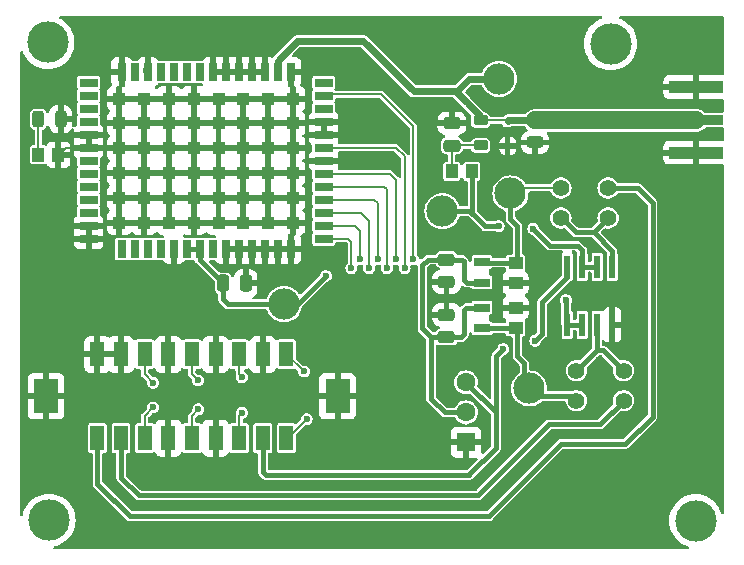
<source format=gbr>
%TF.GenerationSoftware,KiCad,Pcbnew,8.0.5*%
%TF.CreationDate,2025-04-17T16:29:17+02:00*%
%TF.ProjectId,ZED_F9P_minimal,5a45445f-4639-4505-9f6d-696e696d616c,rev?*%
%TF.SameCoordinates,Original*%
%TF.FileFunction,Copper,L1,Top*%
%TF.FilePolarity,Positive*%
%FSLAX46Y46*%
G04 Gerber Fmt 4.6, Leading zero omitted, Abs format (unit mm)*
G04 Created by KiCad (PCBNEW 8.0.5) date 2025-04-17 16:29:18*
%MOMM*%
%LPD*%
G01*
G04 APERTURE LIST*
G04 Aperture macros list*
%AMRoundRect*
0 Rectangle with rounded corners*
0 $1 Rounding radius*
0 $2 $3 $4 $5 $6 $7 $8 $9 X,Y pos of 4 corners*
0 Add a 4 corners polygon primitive as box body*
4,1,4,$2,$3,$4,$5,$6,$7,$8,$9,$2,$3,0*
0 Add four circle primitives for the rounded corners*
1,1,$1+$1,$2,$3*
1,1,$1+$1,$4,$5*
1,1,$1+$1,$6,$7*
1,1,$1+$1,$8,$9*
0 Add four rect primitives between the rounded corners*
20,1,$1+$1,$2,$3,$4,$5,0*
20,1,$1+$1,$4,$5,$6,$7,0*
20,1,$1+$1,$6,$7,$8,$9,0*
20,1,$1+$1,$8,$9,$2,$3,0*%
G04 Aperture macros list end*
%TA.AperFunction,ComponentPad*%
%ADD10C,3.500000*%
%TD*%
%TA.AperFunction,ComponentPad*%
%ADD11C,2.641600*%
%TD*%
%TA.AperFunction,ComponentPad*%
%ADD12C,1.397000*%
%TD*%
%TA.AperFunction,SMDPad,CuDef*%
%ADD13RoundRect,0.218750X-0.381250X0.218750X-0.381250X-0.218750X0.381250X-0.218750X0.381250X0.218750X0*%
%TD*%
%TA.AperFunction,SMDPad,CuDef*%
%ADD14RoundRect,0.250000X0.475000X-0.250000X0.475000X0.250000X-0.475000X0.250000X-0.475000X-0.250000X0*%
%TD*%
%TA.AperFunction,SMDPad,CuDef*%
%ADD15R,1.193800X2.108200*%
%TD*%
%TA.AperFunction,SMDPad,CuDef*%
%ADD16R,2.108200X2.895600*%
%TD*%
%TA.AperFunction,SMDPad,CuDef*%
%ADD17RoundRect,0.243750X0.456250X-0.243750X0.456250X0.243750X-0.456250X0.243750X-0.456250X-0.243750X0*%
%TD*%
%TA.AperFunction,SMDPad,CuDef*%
%ADD18R,0.558800X1.981200*%
%TD*%
%TA.AperFunction,SMDPad,CuDef*%
%ADD19RoundRect,0.250000X-0.475000X0.250000X-0.475000X-0.250000X0.475000X-0.250000X0.475000X0.250000X0*%
%TD*%
%TA.AperFunction,SMDPad,CuDef*%
%ADD20R,4.560000X0.850000*%
%TD*%
%TA.AperFunction,SMDPad,CuDef*%
%ADD21R,4.560000X1.000000*%
%TD*%
%TA.AperFunction,SMDPad,CuDef*%
%ADD22R,1.346200X0.758800*%
%TD*%
%TA.AperFunction,SMDPad,CuDef*%
%ADD23RoundRect,0.112500X-0.112500X0.187500X-0.112500X-0.187500X0.112500X-0.187500X0.112500X0.187500X0*%
%TD*%
%TA.AperFunction,SMDPad,CuDef*%
%ADD24R,1.193800X1.010400*%
%TD*%
%TA.AperFunction,SMDPad,CuDef*%
%ADD25R,1.010400X1.193800*%
%TD*%
%TA.AperFunction,ComponentPad*%
%ADD26R,1.599999X1.599999*%
%TD*%
%TA.AperFunction,ComponentPad*%
%ADD27C,1.599999*%
%TD*%
%TA.AperFunction,SMDPad,CuDef*%
%ADD28RoundRect,0.250000X-0.250000X-0.475000X0.250000X-0.475000X0.250000X0.475000X-0.250000X0.475000X0*%
%TD*%
%TA.AperFunction,SMDPad,CuDef*%
%ADD29RoundRect,0.243750X0.243750X0.456250X-0.243750X0.456250X-0.243750X-0.456250X0.243750X-0.456250X0*%
%TD*%
%TA.AperFunction,SMDPad,CuDef*%
%ADD30R,0.800000X1.500000*%
%TD*%
%TA.AperFunction,SMDPad,CuDef*%
%ADD31R,1.500000X0.800000*%
%TD*%
%TA.AperFunction,SMDPad,CuDef*%
%ADD32R,1.100000X1.100000*%
%TD*%
%TA.AperFunction,ViaPad*%
%ADD33C,0.600000*%
%TD*%
%TA.AperFunction,ViaPad*%
%ADD34C,0.400000*%
%TD*%
%TA.AperFunction,Conductor*%
%ADD35C,0.400000*%
%TD*%
%TA.AperFunction,Conductor*%
%ADD36C,0.200000*%
%TD*%
%TA.AperFunction,Conductor*%
%ADD37C,0.600000*%
%TD*%
%TA.AperFunction,Conductor*%
%ADD38C,1.500000*%
%TD*%
G04 APERTURE END LIST*
D10*
%TO.P,REF,*%
%TO.N,*%
X77400000Y-61400000D03*
%TD*%
%TO.P,REF,*%
%TO.N,*%
X22650000Y-61350000D03*
%TD*%
%TO.P,REF,*%
%TO.N,*%
X70200000Y-21000000D03*
%TD*%
%TO.P,REF,*%
%TO.N,*%
X22550000Y-20900000D03*
%TD*%
D11*
%TO.P,TP4,1,1*%
%TO.N,/3v3_puce*%
X42550000Y-43050000D03*
%TD*%
D12*
%TO.P,JP1,1,A*%
%TO.N,/3V3-IN*%
X67300000Y-51225000D03*
%TO.P,JP1,2,B*%
%TO.N,/jumper_3V_out*%
X67300000Y-48685000D03*
%TD*%
D13*
%TO.P,L1,1,1*%
%TO.N,/RF_IN*%
X59191350Y-27491500D03*
%TO.P,L1,2,2*%
%TO.N,Net-(C2-Pad1)*%
X59191350Y-29616500D03*
%TD*%
D14*
%TO.P,C2,1*%
%TO.N,Net-(C2-Pad1)*%
X56759250Y-29643599D03*
%TO.P,C2,2*%
%TO.N,GND*%
X56759250Y-27743599D03*
%TD*%
D15*
%TO.P,INPUT,1,1*%
%TO.N,/UART_TX*%
X42750000Y-47300000D03*
%TO.P,INPUT,2,2*%
%TO.N,/TIMER*%
X42750000Y-54400001D03*
%TO.P,INPUT,3,3*%
%TO.N,GND*%
X40750002Y-47300000D03*
%TO.P,INPUT,4,4*%
%TO.N,/12V*%
X40750002Y-54400001D03*
%TO.P,INPUT,5,5*%
%TO.N,/UART_RX*%
X38750001Y-47300000D03*
%TO.P,INPUT,6,6*%
%TO.N,/I_RESET*%
X38750001Y-54400001D03*
%TO.P,INPUT,7,7*%
%TO.N,GND*%
X36750002Y-47300000D03*
%TO.P,INPUT,8,8*%
X36750002Y-54400001D03*
%TO.P,INPUT,9,9*%
%TO.N,/I{slash}O *%
X34750001Y-47300000D03*
%TO.P,INPUT,10,10*%
%TO.N,/I_D_Sel*%
X34750001Y-54400001D03*
%TO.P,INPUT,11,11*%
%TO.N,GND*%
X32750000Y-47300000D03*
%TO.P,INPUT,12,12*%
X32750000Y-54400001D03*
%TO.P,INPUT,13,13*%
%TO.N,/I{slash}O_CLK_SELECT*%
X30750001Y-47300000D03*
%TO.P,INPUT,14,14*%
%TO.N,/O_TX_STATE*%
X30750001Y-54400001D03*
%TO.P,INPUT,15,15*%
%TO.N,GND*%
X28750000Y-47300000D03*
%TO.P,INPUT,16,16*%
%TO.N,/3V3-jumper*%
X28750000Y-54400001D03*
%TO.P,INPUT,17,17*%
%TO.N,GND*%
X26750002Y-47300000D03*
%TO.P,INPUT,18,18*%
%TO.N,/5V-jumper*%
X26750002Y-54400001D03*
D16*
%TO.P,INPUT,19*%
%TO.N,GND*%
X47094401Y-50850000D03*
%TO.P,INPUT,20*%
X22405601Y-50850000D03*
%TD*%
D11*
%TO.P,TP1,1,1*%
%TO.N,/RF_IN*%
X60750000Y-23975000D03*
%TD*%
D17*
%TO.P,D3,1,A1*%
%TO.N,GND*%
X63788850Y-29366500D03*
%TO.P,D3,2,A2*%
%TO.N,/RF_IN*%
X63788850Y-27491500D03*
%TD*%
D18*
%TO.P,OPA2365AID,1,VOUTA*%
%TO.N,/3v3_puce*%
X66530000Y-44804500D03*
%TO.P,OPA2365AID,2,INA-*%
X67800000Y-44804500D03*
%TO.P,OPA2365AID,3,INA+*%
%TO.N,/jumper_3V_out*%
X69070000Y-44804500D03*
%TO.P,OPA2365AID,4,V-*%
%TO.N,GND*%
X70340000Y-44804500D03*
%TO.P,OPA2365AID,5,INB+*%
%TO.N,/jumper_5V_out*%
X70340000Y-39876900D03*
%TO.P,OPA2365AID,6,INB-*%
%TO.N,/5v_antenne*%
X69070000Y-39876900D03*
%TO.P,OPA2365AID,7,VOUTB*%
X67800000Y-39876900D03*
%TO.P,OPA2365AID,8,V+*%
%TO.N,/12V*%
X66530000Y-39876900D03*
%TD*%
D19*
%TO.P,C6,1*%
%TO.N,/pt div*%
X56300000Y-39275000D03*
%TO.P,C6,2*%
%TO.N,GND*%
X56300000Y-41175000D03*
%TD*%
D20*
%TO.P,SMA,1*%
%TO.N,/RF_IN*%
X77450000Y-27455000D03*
D21*
%TO.P,SMA,SH1*%
%TO.N,GND*%
X77450000Y-24685000D03*
%TO.P,SMA,SH2*%
X77450000Y-30225000D03*
%TD*%
D22*
%TO.P,R6,1*%
%TO.N,/pt div*%
X59300000Y-41224999D03*
%TO.P,R6,2*%
%TO.N,/5V-IN*%
X59300000Y-39464999D03*
%TD*%
D12*
%TO.P,JP4,1,A*%
%TO.N,/5V-jumper*%
X69988850Y-33213849D03*
%TO.P,JP4,2,B*%
%TO.N,/jumper_5V_out*%
X69988850Y-35753849D03*
%TD*%
D23*
%TO.P,D2,1,K*%
%TO.N,/RF_IN*%
X61488850Y-27566500D03*
%TO.P,D2,2,A*%
%TO.N,GND*%
X61488850Y-29666500D03*
%TD*%
D24*
%TO.P,R7,1*%
%TO.N,/5V-IN*%
X62150000Y-39575000D03*
%TO.P,R7,2*%
%TO.N,GND*%
X62150000Y-41271200D03*
%TD*%
D11*
%TO.P,TP5,1,1*%
%TO.N,/5V-IN*%
X61718850Y-33677650D03*
%TD*%
D25*
%TO.P,R5,1*%
%TO.N,GND*%
X23448100Y-30400000D03*
%TO.P,R5,2*%
%TO.N,Net-(D1-A)*%
X21751900Y-30400000D03*
%TD*%
D14*
%TO.P,C5,1*%
%TO.N,/pt div*%
X56300000Y-45850000D03*
%TO.P,C5,2*%
%TO.N,GND*%
X56300000Y-43950000D03*
%TD*%
D11*
%TO.P,TP2,1,1*%
%TO.N,/3V3-IN*%
X63300000Y-50188800D03*
%TD*%
D12*
%TO.P,JP2,1,A*%
%TO.N,/3V3-jumper*%
X71300000Y-51225000D03*
%TO.P,JP2,2,B*%
%TO.N,/jumper_3V_out*%
X71300000Y-48685000D03*
%TD*%
%TO.P,JP3,1,A*%
%TO.N,/5V-IN*%
X65988850Y-33213849D03*
%TO.P,JP3,2,B*%
%TO.N,/jumper_5V_out*%
X65988850Y-35753849D03*
%TD*%
D11*
%TO.P,TP3,1,1*%
%TO.N,/5v_antenne*%
X55950000Y-35177650D03*
%TD*%
D26*
%TO.P,Reg,1,GND*%
%TO.N,GND*%
X57950000Y-54740000D03*
D27*
%TO.P,Reg,2,OUTPUT*%
%TO.N,/pt div*%
X57950000Y-52200000D03*
%TO.P,Reg,3,INPUT*%
%TO.N,/12V*%
X57950000Y-49660000D03*
%TD*%
D28*
%TO.P,C4,1*%
%TO.N,/3v3_puce*%
X37400000Y-41300000D03*
%TO.P,C4,2*%
%TO.N,GND*%
X39300000Y-41300000D03*
%TD*%
D24*
%TO.P,R3,1*%
%TO.N,/3V3-IN*%
X62150000Y-45071200D03*
%TO.P,R3,2*%
%TO.N,GND*%
X62150000Y-43375000D03*
%TD*%
D25*
%TO.P,R1,1*%
%TO.N,Net-(C2-Pad1)*%
X56745150Y-31804000D03*
%TO.P,R1,2*%
%TO.N,/5v_antenne*%
X58441350Y-31804000D03*
%TD*%
D29*
%TO.P,D1,1,K*%
%TO.N,GND*%
X23626900Y-27400000D03*
%TO.P,D1,2,A*%
%TO.N,Net-(D1-A)*%
X21751900Y-27400000D03*
%TD*%
D30*
%TO.P,ZED-F9P,1,GND*%
%TO.N,GND*%
X43100000Y-23400000D03*
%TO.P,ZED-F9P,2,RF_IN*%
%TO.N,/RF_IN*%
X42000000Y-23400000D03*
%TO.P,ZED-F9P,3,GND*%
%TO.N,GND*%
X40900000Y-23400000D03*
%TO.P,ZED-F9P,4,ANT_DETECT*%
X39800000Y-23400000D03*
%TO.P,ZED-F9P,5,ANT_OFF*%
X38700000Y-23400000D03*
%TO.P,ZED-F9P,6,~{ANT_SHORT}*%
X37600000Y-23400000D03*
%TO.P,ZED-F9P,7,VCC_RF*%
X36500000Y-23400000D03*
%TO.P,ZED-F9P,8,Reserved*%
%TO.N,unconnected-(U3-Reserved-Pad8)*%
X35400000Y-23400000D03*
%TO.P,ZED-F9P,9,Reserved*%
%TO.N,unconnected-(U3-Reserved-Pad9)*%
X34300000Y-23400000D03*
%TO.P,ZED-F9P,10,Reserved*%
%TO.N,unconnected-(U3-Reserved-Pad10)*%
X33200000Y-23400000D03*
%TO.P,ZED-F9P,11,Reserved*%
%TO.N,unconnected-(U3-Reserved-Pad11)*%
X32100000Y-23400000D03*
%TO.P,ZED-F9P,12,GND*%
%TO.N,GND*%
X31000000Y-23400000D03*
%TO.P,ZED-F9P,13,Reserved*%
%TO.N,unconnected-(U3-Reserved-Pad13)*%
X29900000Y-23400000D03*
%TO.P,ZED-F9P,14,GND*%
%TO.N,GND*%
X28800000Y-23400000D03*
D31*
%TO.P,ZED-F9P,15,Reserved*%
%TO.N,unconnected-(U3-Reserved-Pad15)*%
X26000000Y-24300000D03*
%TO.P,ZED-F9P,16,Reserved*%
%TO.N,unconnected-(U3-Reserved-Pad16)*%
X26000000Y-25400000D03*
%TO.P,ZED-F9P,17,Reserved*%
%TO.N,unconnected-(U3-Reserved-Pad17)*%
X26000000Y-26500000D03*
%TO.P,ZED-F9P,18,Reserved*%
%TO.N,unconnected-(U3-Reserved-Pad18)*%
X26000000Y-27600000D03*
%TO.P,ZED-F9P,19,GEOFENCE_STAT*%
%TO.N,GND*%
X26000000Y-28700000D03*
%TO.P,ZED-F9P,20,RTK_STAT*%
X26000000Y-29800000D03*
%TO.P,ZED-F9P,21,Reserved*%
%TO.N,unconnected-(U3-Reserved-Pad21)*%
X26000000Y-30900000D03*
%TO.P,ZED-F9P,22,Reserved*%
%TO.N,unconnected-(U3-Reserved-Pad22)*%
X26000000Y-32000000D03*
%TO.P,ZED-F9P,23,Reserved*%
%TO.N,unconnected-(U3-Reserved-Pad23)*%
X26000000Y-33100000D03*
%TO.P,ZED-F9P,24,Reserved*%
%TO.N,unconnected-(U3-Reserved-Pad24)*%
X26000000Y-34200000D03*
%TO.P,ZED-F9P,25,Reserved*%
%TO.N,unconnected-(U3-Reserved-Pad25)*%
X26000000Y-35300000D03*
%TO.P,ZED-F9P,26,RXD2*%
%TO.N,GND*%
X26000000Y-36400000D03*
%TO.P,ZED-F9P,27,TXD2*%
X26000000Y-37500000D03*
D30*
%TO.P,ZED-F9P,28,Reserved*%
%TO.N,unconnected-(U3-Reserved-Pad28)*%
X28800000Y-38400000D03*
%TO.P,ZED-F9P,29,Reserved*%
%TO.N,unconnected-(U3-Reserved-Pad29)*%
X29900000Y-38400000D03*
%TO.P,ZED-F9P,30,Reserved*%
%TO.N,unconnected-(U3-Reserved-Pad30)*%
X31000000Y-38400000D03*
%TO.P,ZED-F9P,31,Reserved*%
%TO.N,unconnected-(U3-Reserved-Pad31)*%
X32100000Y-38400000D03*
%TO.P,ZED-F9P,32,GND*%
%TO.N,GND*%
X33200000Y-38400000D03*
%TO.P,ZED-F9P,33,VCC*%
%TO.N,/3v3_puce*%
X34300000Y-38400000D03*
%TO.P,ZED-F9P,34,VCC*%
X35400000Y-38400000D03*
%TO.P,ZED-F9P,35,Reserved*%
%TO.N,unconnected-(U3-Reserved-Pad35)*%
X36500000Y-38400000D03*
%TO.P,ZED-F9P,36,V_BCKP*%
%TO.N,GND*%
X37600000Y-38400000D03*
%TO.P,ZED-F9P,37,GND*%
X38700000Y-38400000D03*
%TO.P,ZED-F9P,38,V_USB*%
X39800000Y-38400000D03*
%TO.P,ZED-F9P,39,USB_DM*%
X40900000Y-38400000D03*
%TO.P,ZED-F9P,40,USB_DP*%
X42000000Y-38400000D03*
%TO.P,ZED-F9P,41,GND*%
X43100000Y-38400000D03*
D31*
%TO.P,ZED-F9P,42,TXD/SPI_MISO*%
%TO.N,/UART_TX*%
X45900000Y-37500000D03*
%TO.P,ZED-F9P,43,RXD/SPI_MOSI*%
%TO.N,/UART_RX*%
X45900000Y-36400000D03*
%TO.P,ZED-F9P,44,SDA/~{SPI_CS}*%
%TO.N,/I{slash}O *%
X45900000Y-35300000D03*
%TO.P,ZED-F9P,45,SCL/SPI_CLK*%
%TO.N,/I{slash}O_CLK_SELECT*%
X45900000Y-34200000D03*
%TO.P,ZED-F9P,46,TX_READY*%
%TO.N,/O_TX_STATE*%
X45900000Y-33100000D03*
%TO.P,ZED-F9P,47,D_SEL*%
%TO.N,/I_D_Sel*%
X45900000Y-32000000D03*
%TO.P,ZED-F9P,48,GND*%
%TO.N,GND*%
X45900000Y-30900000D03*
%TO.P,ZED-F9P,49,~{RESET}*%
%TO.N,/I_RESET*%
X45900000Y-29800000D03*
%TO.P,ZED-F9P,50,~{SAFEBOOT}*%
%TO.N,GND*%
X45900000Y-28700000D03*
%TO.P,ZED-F9P,51,EXTINT*%
X45900000Y-27600000D03*
%TO.P,ZED-F9P,52,Reserved*%
%TO.N,unconnected-(U3-Reserved-Pad52)*%
X45900000Y-26500000D03*
%TO.P,ZED-F9P,53,TIMEPULSE*%
%TO.N,/TIMER*%
X45900000Y-25400000D03*
%TO.P,ZED-F9P,54,Reserved*%
%TO.N,unconnected-(U3-Reserved-Pad54)*%
X45900000Y-24300000D03*
D32*
%TO.P,ZED-F9P,55,GND*%
%TO.N,GND*%
X43300000Y-25650000D03*
X41200000Y-25650000D03*
X39100000Y-25650000D03*
X37000000Y-25650000D03*
X34900000Y-25650000D03*
X32800000Y-25650000D03*
X30700000Y-25650000D03*
X28600000Y-25650000D03*
X43300000Y-27750000D03*
X41200000Y-27750000D03*
X39100000Y-27750000D03*
X37000000Y-27750000D03*
X34900000Y-27750000D03*
X32800000Y-27750000D03*
X30700000Y-27750000D03*
X28600000Y-27750000D03*
X43300000Y-29850000D03*
X41200000Y-29850000D03*
X39100000Y-29850000D03*
X37000000Y-29850000D03*
X34900000Y-29850000D03*
X32800000Y-29850000D03*
X30700000Y-29850000D03*
X28600000Y-29850000D03*
X43300000Y-31950000D03*
X41200000Y-31950000D03*
X39100000Y-31950000D03*
X37000000Y-31950000D03*
X34900000Y-31950000D03*
X32800000Y-31950000D03*
X30700000Y-31950000D03*
X28600000Y-31950000D03*
X43300000Y-34050000D03*
X41200000Y-34050000D03*
X39100000Y-34050000D03*
X37000000Y-34050000D03*
X34900000Y-34050000D03*
X32800000Y-34050000D03*
X30700000Y-34050000D03*
X28600000Y-34050000D03*
X43300000Y-36150000D03*
X41200000Y-36150000D03*
X39100000Y-36150000D03*
X37000000Y-36150000D03*
X34900000Y-36150000D03*
X32800000Y-36150000D03*
X30700000Y-36150000D03*
X28600000Y-36150000D03*
%TD*%
D22*
%TO.P,R2,1*%
%TO.N,/pt div*%
X59300000Y-43350300D03*
%TO.P,R2,2*%
%TO.N,/3V3-IN*%
X59300000Y-45099700D03*
%TD*%
D33*
%TO.N,/3v3_puce*%
X46085000Y-40665000D03*
X66415000Y-42700000D03*
%TO.N,GND*%
X74475000Y-29075000D03*
X59500000Y-47300000D03*
X74700000Y-40675000D03*
X39725000Y-56575000D03*
X48375000Y-21725000D03*
X49300000Y-61900000D03*
X60375000Y-28525000D03*
X40925000Y-21625000D03*
X60500000Y-42225000D03*
X50900000Y-56575000D03*
X52500000Y-60100000D03*
X57300000Y-58375000D03*
X60000000Y-37150000D03*
X42925000Y-56575000D03*
D34*
X79000000Y-29975000D03*
D33*
X31700000Y-60100000D03*
X54400000Y-51785000D03*
X54100000Y-58375000D03*
X67892198Y-46632961D03*
X60500000Y-59025000D03*
X42900000Y-60100000D03*
X66100000Y-52275000D03*
X55700000Y-58375000D03*
X59350000Y-22575000D03*
X49300000Y-60100000D03*
X44525000Y-56575000D03*
X45575000Y-19800000D03*
X41300000Y-58400000D03*
X72650000Y-45275000D03*
X51475000Y-24450000D03*
X57375000Y-36600000D03*
X58275000Y-28600000D03*
X30100000Y-57700000D03*
X52400000Y-22400000D03*
D34*
X77000000Y-30475000D03*
D33*
X44175000Y-19800000D03*
X34900000Y-60100000D03*
X52500000Y-58400000D03*
X54100000Y-56550000D03*
X61550000Y-37150000D03*
X58850000Y-46250000D03*
X56050000Y-47250000D03*
X68475000Y-29075000D03*
X69475000Y-25900000D03*
X63150000Y-26275000D03*
X31700000Y-60100000D03*
X53700000Y-26000000D03*
X74700000Y-36075000D03*
X58900000Y-58075000D03*
D34*
X77000000Y-29975000D03*
D33*
X67800000Y-43150000D03*
X57875000Y-48055000D03*
D34*
X77500000Y-24925000D03*
D33*
X44500000Y-61900000D03*
X46975000Y-19800000D03*
X72650000Y-40675000D03*
X56500000Y-25975000D03*
X25800000Y-56400000D03*
X27750000Y-56475000D03*
X62200000Y-57375000D03*
X63800000Y-58425000D03*
X61600000Y-26500000D03*
X56270000Y-49805000D03*
X57375000Y-33725000D03*
X51850000Y-28300000D03*
X44500000Y-40250000D03*
X26325000Y-59175000D03*
X58900000Y-61875000D03*
X57300000Y-60075000D03*
X36500000Y-60100000D03*
X73725000Y-33075000D03*
X68350000Y-52225000D03*
D34*
X75500000Y-24925000D03*
D33*
X30100000Y-56275000D03*
X56610000Y-48505000D03*
X74225000Y-53475000D03*
X74475000Y-25900000D03*
X64875000Y-32200000D03*
X51600000Y-21550000D03*
X55610000Y-52945000D03*
D34*
X76500000Y-24925000D03*
D33*
X63125000Y-37475000D03*
X38525000Y-43925000D03*
D34*
X77500000Y-24425000D03*
X78500000Y-30475000D03*
D33*
X25800000Y-57825000D03*
D34*
X76500000Y-24425000D03*
D33*
X66200000Y-49875000D03*
X59350000Y-25375000D03*
X54525000Y-36600000D03*
X54100000Y-58375000D03*
D34*
X78500000Y-29975000D03*
D33*
X62200000Y-60075000D03*
X72650000Y-47625000D03*
X46100000Y-56575000D03*
X74700000Y-42975000D03*
X60725000Y-38750000D03*
D34*
X75500000Y-29975000D03*
D33*
X53300000Y-23300000D03*
X73225000Y-54450000D03*
X42900000Y-58400000D03*
X46275000Y-22975000D03*
X69600000Y-54025000D03*
X65350000Y-54225000D03*
D34*
X78500000Y-24425000D03*
D33*
X45450000Y-43450000D03*
X70475000Y-29075000D03*
X71375000Y-53300000D03*
X74700000Y-49875000D03*
X59500000Y-52725000D03*
X71475000Y-29075000D03*
X67750000Y-41500000D03*
X72650000Y-52175000D03*
X55700000Y-60075000D03*
X31700000Y-58400000D03*
X52575000Y-25425000D03*
X55700000Y-56550000D03*
X43975000Y-41625000D03*
X51600000Y-30940000D03*
D34*
X77000000Y-24425000D03*
D33*
X62300000Y-28525000D03*
X45575000Y-21725000D03*
X50900000Y-61900000D03*
X55050000Y-40050000D03*
X59525000Y-49675000D03*
D34*
X77500000Y-30475000D03*
D33*
X72650000Y-49875000D03*
X54100000Y-24000000D03*
X30100000Y-61900000D03*
X28675000Y-61525000D03*
X64750000Y-51625000D03*
X50625000Y-27075000D03*
X50500000Y-23600000D03*
D34*
X76000000Y-29975000D03*
D33*
X46100000Y-61900000D03*
X27100000Y-39000000D03*
X54925000Y-26000000D03*
X47725000Y-28225000D03*
X70200000Y-49875000D03*
X27525000Y-60375000D03*
X71050000Y-34475000D03*
X44175000Y-21725000D03*
X69100000Y-41500000D03*
X38100000Y-60100000D03*
X63175000Y-35125000D03*
X34900000Y-61900000D03*
X54575000Y-33750000D03*
X70275000Y-41500000D03*
X68475000Y-25900000D03*
X74700000Y-47575000D03*
X60275000Y-32225000D03*
X42900000Y-20100000D03*
X41300000Y-60100000D03*
D34*
X75500000Y-24425000D03*
D33*
X71125000Y-32225000D03*
X26878964Y-22995703D03*
X60500000Y-61875000D03*
X49900000Y-30900000D03*
X62175000Y-25375000D03*
X36500000Y-58400000D03*
X72650000Y-38375000D03*
X52500000Y-58400000D03*
X33300000Y-58400000D03*
X55700000Y-58375000D03*
D34*
X76000000Y-30475000D03*
D33*
X52500000Y-56600000D03*
X65225000Y-44850000D03*
X48050000Y-30920000D03*
D34*
X78000000Y-29975000D03*
D33*
X33300000Y-60100000D03*
X61850000Y-48725000D03*
X63800000Y-55775000D03*
X67050000Y-32175000D03*
D34*
X79000000Y-24925000D03*
D33*
X66475000Y-25900000D03*
X54100000Y-61875000D03*
X39700000Y-60100000D03*
X50900000Y-60100000D03*
X41150000Y-41625000D03*
D34*
X79000000Y-24425000D03*
D33*
X71700000Y-55875000D03*
D34*
X79500000Y-29975000D03*
D33*
X74700000Y-45275000D03*
X25700000Y-39075000D03*
X47700000Y-58400000D03*
X57600000Y-46800000D03*
X31700000Y-58400000D03*
X57300000Y-58375000D03*
X64800000Y-48725000D03*
X55200000Y-42550000D03*
X52500000Y-61900000D03*
X68350000Y-49875000D03*
X64875000Y-36750000D03*
X46325000Y-38850000D03*
X30100000Y-61900000D03*
X67000000Y-34475000D03*
X31700000Y-61900000D03*
D34*
X76500000Y-30475000D03*
X76000000Y-24925000D03*
D33*
X69075000Y-43150000D03*
X63700000Y-53175000D03*
X46750000Y-42150000D03*
X41300000Y-61900000D03*
X65160000Y-39265000D03*
X57825000Y-23075000D03*
X41100000Y-44450000D03*
D34*
X78500000Y-24925000D03*
D33*
X36500000Y-61900000D03*
X36225000Y-42075000D03*
D34*
X75500000Y-30475000D03*
D33*
X44175000Y-21725000D03*
D34*
X78000000Y-24925000D03*
D33*
X42900000Y-61900000D03*
X60275000Y-35125000D03*
X44000000Y-44475000D03*
X56790000Y-50945000D03*
X60500000Y-56475000D03*
X39875000Y-43925000D03*
X74700000Y-34500000D03*
X72475000Y-29075000D03*
X46100000Y-60100000D03*
X65275000Y-43350000D03*
D34*
X78500000Y-29975000D03*
D33*
X66475000Y-29075000D03*
X60200000Y-46250000D03*
D34*
X76000000Y-24425000D03*
D33*
X28850000Y-59100000D03*
D34*
X77000000Y-24925000D03*
D33*
X64570000Y-41295000D03*
X64180000Y-38415000D03*
X49300000Y-58400000D03*
X65475000Y-25900000D03*
X47700000Y-56575000D03*
X30100000Y-60100000D03*
X71475000Y-25900000D03*
X37575000Y-39950000D03*
X55400000Y-24000000D03*
X72650000Y-42975000D03*
X58500000Y-36775000D03*
X37000000Y-43425000D03*
X46975000Y-21725000D03*
X65475000Y-29050000D03*
D34*
X79500000Y-24925000D03*
D33*
X64350000Y-25950000D03*
X49300000Y-56575000D03*
X69600000Y-55875000D03*
X39700000Y-58400000D03*
X67425000Y-55875000D03*
X58900000Y-60075000D03*
X60750000Y-40375000D03*
X68800000Y-32175000D03*
X59950000Y-26400000D03*
X63690000Y-42175000D03*
X42000000Y-21050000D03*
X47700000Y-61900000D03*
X54210000Y-50155000D03*
X70475000Y-25900000D03*
X65350000Y-56725000D03*
D34*
X78000000Y-24425000D03*
X77500000Y-29975000D03*
D33*
X44500000Y-60100000D03*
X33300000Y-61900000D03*
X49400000Y-22400000D03*
X64875000Y-34475000D03*
X57650000Y-42450000D03*
X67475000Y-25900000D03*
X68560000Y-38105000D03*
X57300000Y-61875000D03*
X35525000Y-40700000D03*
X74700000Y-38375000D03*
X54250000Y-38566500D03*
X69475000Y-29075000D03*
X62200000Y-22525000D03*
X66200000Y-47725000D03*
X27750000Y-57900000D03*
X71100000Y-36775000D03*
X59200000Y-48450000D03*
X72450000Y-32250000D03*
X44900000Y-22975000D03*
X56600000Y-24000000D03*
X55700000Y-61875000D03*
D34*
X76500000Y-29975000D03*
X78500000Y-30475000D03*
D33*
X38100000Y-61900000D03*
X73475000Y-29075000D03*
X50725000Y-20625000D03*
X46100000Y-58400000D03*
X50900000Y-58400000D03*
X74700000Y-52175000D03*
X49625000Y-28225000D03*
X48625000Y-27125000D03*
X54100000Y-60075000D03*
X25500000Y-22975000D03*
X60650000Y-44275000D03*
X67425000Y-54025000D03*
D34*
X79500000Y-30475000D03*
D33*
X63640000Y-40345000D03*
X48375000Y-19800000D03*
X44850000Y-38825000D03*
X61870000Y-51575000D03*
X58150000Y-38600000D03*
X62200000Y-54575000D03*
X63175000Y-32225000D03*
X72650000Y-49875000D03*
X49775000Y-19800000D03*
X34900000Y-58400000D03*
X63575000Y-44850000D03*
X70900000Y-37925000D03*
X39700000Y-61900000D03*
X67475000Y-29075000D03*
D34*
X79500000Y-24425000D03*
D33*
X44500000Y-58400000D03*
X47700000Y-60100000D03*
X38100000Y-58400000D03*
X57300000Y-56550000D03*
D34*
X79000000Y-30475000D03*
D33*
X68800000Y-34475000D03*
X72650000Y-36075000D03*
D34*
X78000000Y-30475000D03*
D33*
X73475000Y-25900000D03*
X72475000Y-25900000D03*
X64950000Y-46500000D03*
X72340000Y-34555000D03*
X72650000Y-52175000D03*
%TO.N,/I{slash}O *%
X35262500Y-49512500D03*
X49750000Y-40000000D03*
%TO.N,/UART_RX*%
X38987500Y-49237500D03*
X49000000Y-39250000D03*
%TO.N,/I{slash}O_CLK_SELECT*%
X50500000Y-39250000D03*
X31462500Y-49712500D03*
%TO.N,/O_TX_STATE*%
X31450000Y-51800000D03*
X51250000Y-40000000D03*
%TO.N,/UART_TX*%
X48250000Y-40000000D03*
X44250000Y-48750000D03*
%TO.N,/I_D_Sel*%
X35287500Y-51962500D03*
X52000000Y-39250000D03*
%TO.N,/I_RESET*%
X52750000Y-40000000D03*
X39000000Y-52250000D03*
%TO.N,/TIMER*%
X44462500Y-52787500D03*
X53500000Y-39250000D03*
%TO.N,/12V*%
X63821900Y-46146900D03*
X61121900Y-46846900D03*
%TO.N,/5v_antenne*%
X63650000Y-36675000D03*
X60725000Y-36450000D03*
%TD*%
D35*
%TO.N,/3v3_puce*%
X66530000Y-44804500D02*
X67800000Y-44804500D01*
X42550000Y-43050000D02*
X37800000Y-43050000D01*
X37400000Y-42650000D02*
X37400000Y-41300000D01*
X37800000Y-43050000D02*
X37400000Y-42650000D01*
X35400000Y-38400000D02*
X34300000Y-38400000D01*
X35400000Y-39300000D02*
X35400000Y-38400000D01*
X46085000Y-40665000D02*
X43700000Y-43050000D01*
X43700000Y-43050000D02*
X42550000Y-43050000D01*
X37400000Y-41300000D02*
X35400000Y-39300000D01*
X66415000Y-44689500D02*
X66530000Y-44804500D01*
X66415000Y-42700000D02*
X66415000Y-44689500D01*
D36*
%TO.N,GND*%
X30700000Y-23100001D02*
X30700000Y-23400000D01*
X39750000Y-38650000D02*
X39500000Y-38400000D01*
X26000000Y-29800000D02*
X24048100Y-29800000D01*
X24048100Y-29800000D02*
X23448100Y-30400000D01*
%TO.N,Net-(C2-Pad1)*%
X56745150Y-31804000D02*
X56745150Y-29657699D01*
X56745150Y-29657699D02*
X56759250Y-29643599D01*
X56786349Y-29616500D02*
X59191350Y-29616500D01*
X56759250Y-29643599D02*
X56786349Y-29616500D01*
D37*
%TO.N,/RF_IN*%
X43675000Y-20775000D02*
X42000000Y-22450000D01*
X61738850Y-27491500D02*
X61563850Y-27491500D01*
D38*
X77463500Y-27491500D02*
X63788850Y-27491500D01*
D37*
X59191350Y-27166350D02*
X58000000Y-25975000D01*
X63788850Y-27491500D02*
X61738850Y-27491500D01*
X57050000Y-25025000D02*
X53525000Y-25025000D01*
X59191350Y-27491500D02*
X59191350Y-27319000D01*
X58250000Y-23975000D02*
X60750000Y-23975000D01*
D36*
X61738850Y-27491500D02*
X59191350Y-27491500D01*
D37*
X58000000Y-25975000D02*
X57125000Y-25100000D01*
D36*
X59191350Y-27319000D02*
X59050000Y-27177650D01*
D37*
X61563850Y-27491500D02*
X61488850Y-27566500D01*
X58000000Y-25975000D02*
X57050000Y-25025000D01*
X53525000Y-25025000D02*
X49275000Y-20775000D01*
X49275000Y-20775000D02*
X43675000Y-20775000D01*
X59191350Y-27491500D02*
X59191350Y-27166350D01*
X57125000Y-25100000D02*
X58250000Y-23975000D01*
X42000000Y-22450000D02*
X42000000Y-23400000D01*
D36*
%TO.N,Net-(D1-A)*%
X21751900Y-30400000D02*
X21751900Y-27400000D01*
%TO.N,/I{slash}O *%
X49050000Y-35300000D02*
X45400000Y-35300000D01*
X49750000Y-36000000D02*
X49050000Y-35300000D01*
X35262500Y-49512500D02*
X34750001Y-49000001D01*
X34750001Y-49000001D02*
X34750001Y-47300000D01*
X49750000Y-40000000D02*
X49750000Y-36000000D01*
%TO.N,/UART_RX*%
X49000000Y-36875000D02*
X48525000Y-36400000D01*
X48525000Y-36400000D02*
X45400000Y-36400000D01*
X38750001Y-49000001D02*
X38750001Y-47300000D01*
X38987500Y-49237500D02*
X38750001Y-49000001D01*
X49000000Y-39250000D02*
X49000000Y-36875000D01*
%TO.N,/I{slash}O_CLK_SELECT*%
X31462500Y-49712500D02*
X30750001Y-49000001D01*
X30750001Y-49000001D02*
X30750001Y-47300000D01*
X50500000Y-39250000D02*
X50500000Y-34525000D01*
X50500000Y-34525000D02*
X50175000Y-34200000D01*
X50175000Y-34200000D02*
X45900000Y-34200000D01*
%TO.N,/O_TX_STATE*%
X51050000Y-33100000D02*
X45900000Y-33100000D01*
X51250000Y-40000000D02*
X51250000Y-33300000D01*
X31450000Y-51800000D02*
X30750001Y-52499999D01*
X30750001Y-52499999D02*
X30750001Y-54400001D01*
X51250000Y-33300000D02*
X51050000Y-33100000D01*
%TO.N,/UART_TX*%
X48000000Y-37500000D02*
X45400000Y-37500000D01*
X44250000Y-48750000D02*
X44200000Y-48750000D01*
X48250000Y-40000000D02*
X48250000Y-37750000D01*
X44200000Y-48750000D02*
X42750000Y-47300000D01*
X48250000Y-37750000D02*
X48000000Y-37500000D01*
%TO.N,/I_D_Sel*%
X52000000Y-39250000D02*
X52000000Y-32500000D01*
X51500000Y-32000000D02*
X45900000Y-32000000D01*
X35287500Y-51962500D02*
X34750001Y-52499999D01*
X34750001Y-52499999D02*
X34750001Y-54400001D01*
X52000000Y-32500000D02*
X51500000Y-32000000D01*
%TO.N,/I_RESET*%
X38750001Y-52499999D02*
X38750001Y-54400001D01*
X52750000Y-30550000D02*
X52000000Y-29800000D01*
X52750000Y-40000000D02*
X52750000Y-30550000D01*
X52000000Y-29800000D02*
X45900000Y-29800000D01*
X39000000Y-52250000D02*
X38750001Y-52499999D01*
%TO.N,/TIMER*%
X44462500Y-52787500D02*
X42849999Y-54400001D01*
X42849999Y-54400001D02*
X42750000Y-54400001D01*
X53500000Y-28000000D02*
X50800000Y-25300000D01*
X50800000Y-25300000D02*
X46000000Y-25300000D01*
X53500000Y-39250000D02*
X53500000Y-28000000D01*
X46000000Y-25300000D02*
X45900000Y-25400000D01*
D35*
%TO.N,/12V*%
X57965098Y-49690098D02*
X60500000Y-52225000D01*
X64400000Y-45568800D02*
X64400000Y-42875000D01*
X60500000Y-55225000D02*
X58250000Y-57475000D01*
X41000000Y-57500000D02*
X40750002Y-57250002D01*
X63821900Y-46146900D02*
X64400000Y-45568800D01*
X66530000Y-40745000D02*
X66530000Y-39876900D01*
X61121900Y-46846900D02*
X60500000Y-47468800D01*
X60500000Y-51725000D02*
X60500000Y-55225000D01*
X64400000Y-42875000D02*
X66530000Y-40745000D01*
X60500000Y-47468800D02*
X60500000Y-51975000D01*
X40750002Y-57250002D02*
X40750002Y-54400001D01*
X58250000Y-57500000D02*
X41000000Y-57500000D01*
%TO.N,/3V3-jumper*%
X28750000Y-54400001D02*
X28750000Y-57750000D01*
X28750000Y-57750000D02*
X30250000Y-59250000D01*
X30250000Y-59250000D02*
X59000000Y-59250000D01*
X65000000Y-53225000D02*
X69300000Y-53225000D01*
X69300000Y-53225000D02*
X71300000Y-51225000D01*
X59000000Y-59225000D02*
X65000000Y-53225000D01*
%TO.N,/5V-jumper*%
X70000001Y-33225000D02*
X69988850Y-33213849D01*
X73750000Y-52575000D02*
X73750000Y-34475000D01*
X29500000Y-61000000D02*
X59900000Y-61000000D01*
X66000000Y-54875000D02*
X71450000Y-54875000D01*
X73750000Y-34475000D02*
X72500000Y-33225000D01*
X71450000Y-54875000D02*
X73750000Y-52575000D01*
X26750002Y-54400001D02*
X26750002Y-58250002D01*
X72500000Y-33225000D02*
X70000001Y-33225000D01*
X59900000Y-60975000D02*
X66000000Y-54875000D01*
X26750002Y-58250002D02*
X29500000Y-61000000D01*
%TO.N,/5v_antenne*%
X65025000Y-38100000D02*
X67400000Y-38100000D01*
X58503850Y-35381500D02*
X58503850Y-31866500D01*
X60725000Y-36450000D02*
X59575000Y-36450000D01*
X67400000Y-38100000D02*
X67800000Y-38500000D01*
X67800000Y-38500000D02*
X67800000Y-39876900D01*
X58506500Y-35381500D02*
X58503850Y-35381500D01*
X55950000Y-35177650D02*
X58300000Y-35177650D01*
X63650000Y-36675000D02*
X63650000Y-36725000D01*
X58503850Y-31866500D02*
X58441350Y-31804000D01*
X69070000Y-39876900D02*
X67800000Y-39876900D01*
X58503850Y-35381500D02*
X58300000Y-35177650D01*
X63650000Y-36725000D02*
X65025000Y-38100000D01*
X59575000Y-36450000D02*
X58506500Y-35381500D01*
%TO.N,/3V3-IN*%
X62300000Y-47475000D02*
X62900000Y-48075000D01*
X63936200Y-50825000D02*
X63300000Y-50188800D01*
X62300000Y-45073100D02*
X59326600Y-45073100D01*
X62900000Y-49788800D02*
X63300000Y-50188800D01*
X66900000Y-50825000D02*
X63936200Y-50825000D01*
X62300000Y-45073100D02*
X62300000Y-47475000D01*
X59326600Y-45073100D02*
X59300000Y-45099700D01*
X67300000Y-51225000D02*
X66900000Y-50825000D01*
X62900000Y-48075000D02*
X62900000Y-49788800D01*
%TO.N,/5V-IN*%
X61718850Y-35846500D02*
X61718850Y-33677650D01*
X62300000Y-39528800D02*
X62300000Y-36427650D01*
X59363801Y-39528800D02*
X59300000Y-39464999D01*
X62300000Y-39528800D02*
X59363801Y-39528800D01*
X62300000Y-36427650D02*
X61718850Y-35846500D01*
D36*
X62182651Y-33213849D02*
X65988850Y-33213849D01*
%TO.N,/jumper_3V_out*%
X68760001Y-47224999D02*
X68780000Y-47224999D01*
D35*
X71300000Y-48685000D02*
X69589999Y-46974999D01*
D36*
X69030000Y-44844500D02*
X69070000Y-44804500D01*
D35*
X69030000Y-46974999D02*
X69030000Y-44844500D01*
X67300000Y-48685000D02*
X68760001Y-47224999D01*
X68780000Y-47224999D02*
X69030000Y-46974999D01*
X69589999Y-46974999D02*
X69030000Y-46974999D01*
%TO.N,/jumper_5V_out*%
X67250000Y-36975000D02*
X65988850Y-35713850D01*
X70340000Y-39876900D02*
X70340000Y-38565000D01*
X68767700Y-36975000D02*
X69988850Y-35753850D01*
X68750000Y-36975000D02*
X68550000Y-36975000D01*
X68550000Y-36975000D02*
X67250000Y-36975000D01*
X68550000Y-36975000D02*
X68767700Y-36975000D01*
X70340000Y-38565000D02*
X68750000Y-36975000D01*
X68750001Y-36975000D02*
X68550000Y-36975000D01*
%TO.N,/pt div*%
X56300000Y-39275000D02*
X57616200Y-39275000D01*
X57550000Y-45850000D02*
X57780000Y-45620000D01*
X58003699Y-41224999D02*
X59300000Y-41224999D01*
X57780000Y-45620000D02*
X57780000Y-43563800D01*
X55441100Y-39275000D02*
X54725000Y-39275000D01*
X54250000Y-39750000D02*
X54250000Y-45100000D01*
X57780000Y-43563800D02*
X57993500Y-43350300D01*
X56300000Y-45850000D02*
X55000000Y-45850000D01*
X56150002Y-52225002D02*
X57900000Y-52225002D01*
X55000000Y-45850000D02*
X55000000Y-51075000D01*
X54725000Y-39275000D02*
X54250000Y-39750000D01*
X54250000Y-45100000D02*
X55000000Y-45850000D01*
X55000000Y-51075000D02*
X56150002Y-52225002D01*
X55444900Y-39278800D02*
X55448699Y-39275000D01*
X55444900Y-39278800D02*
X55448700Y-39275000D01*
X57993500Y-43350300D02*
X59300000Y-43350300D01*
X56300000Y-45850000D02*
X57550000Y-45850000D01*
X57780000Y-39438800D02*
X57780000Y-41001300D01*
X55444900Y-39278800D02*
X55441100Y-39275000D01*
X57780000Y-41001300D02*
X58003699Y-41224999D01*
X55448700Y-39275000D02*
X56624900Y-39275000D01*
X57616200Y-39275000D02*
X57780000Y-39438800D01*
%TD*%
%TA.AperFunction,Conductor*%
%TO.N,GND*%
G36*
X69436068Y-18670185D02*
G01*
X69481823Y-18722989D01*
X69491767Y-18792147D01*
X69462742Y-18855703D01*
X69408888Y-18891919D01*
X69336919Y-18916349D01*
X69072334Y-19046828D01*
X68827041Y-19210728D01*
X68605241Y-19405241D01*
X68410728Y-19627041D01*
X68246828Y-19872334D01*
X68116349Y-20136919D01*
X68021521Y-20416269D01*
X68021518Y-20416283D01*
X67963968Y-20705609D01*
X67963964Y-20705636D01*
X67944671Y-20999992D01*
X67944671Y-21000007D01*
X67963964Y-21294363D01*
X67963965Y-21294373D01*
X67963966Y-21294380D01*
X67963968Y-21294390D01*
X68021518Y-21583716D01*
X68021521Y-21583730D01*
X68116349Y-21863080D01*
X68246825Y-22127660D01*
X68246829Y-22127667D01*
X68410725Y-22372955D01*
X68605241Y-22594758D01*
X68827044Y-22789274D01*
X68986699Y-22895952D01*
X69072335Y-22953172D01*
X69336923Y-23083652D01*
X69616278Y-23178481D01*
X69905620Y-23236034D01*
X69933888Y-23237886D01*
X70199993Y-23255329D01*
X70200000Y-23255329D01*
X70200007Y-23255329D01*
X70435675Y-23239881D01*
X70494380Y-23236034D01*
X70783722Y-23178481D01*
X71063077Y-23083652D01*
X71327665Y-22953172D01*
X71572957Y-22789273D01*
X71794758Y-22594758D01*
X71989273Y-22372957D01*
X72153172Y-22127665D01*
X72283652Y-21863077D01*
X72378481Y-21583722D01*
X72436034Y-21294380D01*
X72442588Y-21194390D01*
X72455329Y-21000007D01*
X72455329Y-20999992D01*
X72436035Y-20705636D01*
X72436034Y-20705620D01*
X72378481Y-20416278D01*
X72283652Y-20136923D01*
X72153172Y-19872336D01*
X71989273Y-19627043D01*
X71901575Y-19527043D01*
X71794758Y-19405241D01*
X71572955Y-19210725D01*
X71327667Y-19046829D01*
X71327660Y-19046825D01*
X71063080Y-18916349D01*
X70991112Y-18891919D01*
X70933958Y-18851730D01*
X70907605Y-18787021D01*
X70920419Y-18718336D01*
X70968334Y-18667483D01*
X71030971Y-18650500D01*
X79675500Y-18650500D01*
X79742539Y-18670185D01*
X79788294Y-18722989D01*
X79799500Y-18774500D01*
X79799500Y-23561000D01*
X79779815Y-23628039D01*
X79727011Y-23673794D01*
X79675500Y-23685000D01*
X77700000Y-23685000D01*
X77700000Y-25685000D01*
X79675500Y-25685000D01*
X79742539Y-25704685D01*
X79788294Y-25757489D01*
X79799500Y-25809000D01*
X79799500Y-26705500D01*
X79779815Y-26772539D01*
X79727011Y-26818294D01*
X79675500Y-26829500D01*
X78197072Y-26829500D01*
X78130033Y-26809815D01*
X78109390Y-26793180D01*
X78069411Y-26753200D01*
X78069407Y-26753197D01*
X77913737Y-26649181D01*
X77913728Y-26649176D01*
X77740751Y-26577527D01*
X77740743Y-26577525D01*
X77557120Y-26541000D01*
X77557116Y-26541000D01*
X63695234Y-26541000D01*
X63695229Y-26541000D01*
X63511606Y-26577525D01*
X63511598Y-26577527D01*
X63338621Y-26649176D01*
X63338612Y-26649181D01*
X63182943Y-26753196D01*
X63050545Y-26885595D01*
X63050543Y-26885598D01*
X63038610Y-26903456D01*
X63020468Y-26922474D01*
X63021492Y-26923498D01*
X63014917Y-26930072D01*
X63007124Y-26940633D01*
X62951477Y-26982884D01*
X62907354Y-26991000D01*
X61497958Y-26991000D01*
X61370664Y-27025108D01*
X61370663Y-27025108D01*
X61274617Y-27080560D01*
X61265024Y-27085553D01*
X61194052Y-27118648D01*
X61194051Y-27118649D01*
X61158020Y-27154681D01*
X61096697Y-27188166D01*
X61070339Y-27191000D01*
X60077468Y-27191000D01*
X60010429Y-27171315D01*
X59966985Y-27123298D01*
X59916008Y-27023249D01*
X59916006Y-27023247D01*
X59916003Y-27023243D01*
X59822106Y-26929346D01*
X59822103Y-26929344D01*
X59822101Y-26929342D01*
X59703770Y-26869049D01*
X59703769Y-26869048D01*
X59703766Y-26869047D01*
X59703767Y-26869047D01*
X59622478Y-26856173D01*
X59559343Y-26826244D01*
X59554212Y-26821398D01*
X59498664Y-26765850D01*
X59498663Y-26765849D01*
X59494333Y-26761519D01*
X59494322Y-26761509D01*
X58307314Y-25574500D01*
X57920494Y-25187680D01*
X57887009Y-25126357D01*
X57891993Y-25056665D01*
X57920494Y-25012318D01*
X58147978Y-24784835D01*
X58420994Y-24511819D01*
X58482317Y-24478334D01*
X58508675Y-24475500D01*
X59227817Y-24475500D01*
X59294856Y-24495185D01*
X59340611Y-24547989D01*
X59342378Y-24552048D01*
X59390318Y-24667788D01*
X59390319Y-24667790D01*
X59515433Y-24871957D01*
X59515434Y-24871960D01*
X59548341Y-24910489D01*
X59670952Y-25054048D01*
X59811903Y-25174431D01*
X59853039Y-25209565D01*
X59853042Y-25209566D01*
X60057209Y-25334680D01*
X60057212Y-25334682D01*
X60278436Y-25426315D01*
X60278437Y-25426315D01*
X60278439Y-25426316D01*
X60511280Y-25482216D01*
X60750000Y-25501004D01*
X60988720Y-25482216D01*
X61221561Y-25426316D01*
X61221563Y-25426315D01*
X61221564Y-25426315D01*
X61442787Y-25334682D01*
X61442788Y-25334681D01*
X61442791Y-25334680D01*
X61608972Y-25232844D01*
X74670000Y-25232844D01*
X74676401Y-25292372D01*
X74676403Y-25292379D01*
X74726645Y-25427086D01*
X74726649Y-25427093D01*
X74812809Y-25542187D01*
X74812812Y-25542190D01*
X74927906Y-25628350D01*
X74927913Y-25628354D01*
X75062620Y-25678596D01*
X75062627Y-25678598D01*
X75122155Y-25684999D01*
X75122172Y-25685000D01*
X77200000Y-25685000D01*
X77200000Y-24935000D01*
X74670000Y-24935000D01*
X74670000Y-25232844D01*
X61608972Y-25232844D01*
X61646963Y-25209563D01*
X61829048Y-25054048D01*
X61984563Y-24871963D01*
X62109680Y-24667791D01*
X62114297Y-24656646D01*
X62201315Y-24446564D01*
X62201315Y-24446563D01*
X62201316Y-24446561D01*
X62257216Y-24213720D01*
X62263242Y-24137155D01*
X74670000Y-24137155D01*
X74670000Y-24435000D01*
X77200000Y-24435000D01*
X77200000Y-23685000D01*
X75122155Y-23685000D01*
X75062627Y-23691401D01*
X75062620Y-23691403D01*
X74927913Y-23741645D01*
X74927906Y-23741649D01*
X74812812Y-23827809D01*
X74812809Y-23827812D01*
X74726649Y-23942906D01*
X74726645Y-23942913D01*
X74676403Y-24077620D01*
X74676401Y-24077627D01*
X74670000Y-24137155D01*
X62263242Y-24137155D01*
X62276004Y-23975000D01*
X62257216Y-23736280D01*
X62201316Y-23503439D01*
X62201315Y-23503436D01*
X62201315Y-23503435D01*
X62109682Y-23282212D01*
X62109680Y-23282209D01*
X61984566Y-23078042D01*
X61984565Y-23078039D01*
X61949431Y-23036903D01*
X61829048Y-22895952D01*
X61704143Y-22789273D01*
X61646960Y-22740434D01*
X61646957Y-22740433D01*
X61442790Y-22615319D01*
X61442787Y-22615317D01*
X61221563Y-22523684D01*
X60988723Y-22467784D01*
X60750000Y-22448996D01*
X60511276Y-22467784D01*
X60278437Y-22523684D01*
X60278435Y-22523684D01*
X60057212Y-22615317D01*
X60057209Y-22615319D01*
X59853042Y-22740433D01*
X59853039Y-22740434D01*
X59670952Y-22895952D01*
X59515434Y-23078039D01*
X59515433Y-23078042D01*
X59390319Y-23282209D01*
X59390318Y-23282211D01*
X59342378Y-23397952D01*
X59298538Y-23452356D01*
X59232244Y-23474421D01*
X59227817Y-23474500D01*
X58184107Y-23474500D01*
X58076104Y-23503439D01*
X58076103Y-23503438D01*
X58056814Y-23508607D01*
X57942686Y-23574500D01*
X57942683Y-23574502D01*
X57029005Y-24488181D01*
X56967682Y-24521666D01*
X56941324Y-24524500D01*
X53783676Y-24524500D01*
X53716637Y-24504815D01*
X53695995Y-24488181D01*
X49582316Y-20374502D01*
X49582314Y-20374500D01*
X49525250Y-20341554D01*
X49468187Y-20308608D01*
X49404539Y-20291554D01*
X49340892Y-20274500D01*
X43740893Y-20274500D01*
X43609108Y-20274500D01*
X43481812Y-20308608D01*
X43367686Y-20374500D01*
X43367683Y-20374502D01*
X42466686Y-21275500D01*
X41692686Y-22049500D01*
X41614526Y-22127660D01*
X41593753Y-22148433D01*
X41591351Y-22146031D01*
X41547007Y-22177866D01*
X41477229Y-22181458D01*
X41462669Y-22177024D01*
X41407382Y-22156403D01*
X41407372Y-22156401D01*
X41347844Y-22150000D01*
X41150000Y-22150000D01*
X41150000Y-23526000D01*
X41130315Y-23593039D01*
X41077511Y-23638794D01*
X41026000Y-23650000D01*
X36374000Y-23650000D01*
X36306961Y-23630315D01*
X36261206Y-23577511D01*
X36250000Y-23526000D01*
X36250000Y-23150000D01*
X36750000Y-23150000D01*
X37350000Y-23150000D01*
X37850000Y-23150000D01*
X38450000Y-23150000D01*
X38950000Y-23150000D01*
X39550000Y-23150000D01*
X40050000Y-23150000D01*
X40650000Y-23150000D01*
X40650000Y-22150000D01*
X40452155Y-22150000D01*
X40392624Y-22156401D01*
X40385073Y-22158186D01*
X40384734Y-22156754D01*
X40323630Y-22161119D01*
X40308350Y-22156632D01*
X40307375Y-22156401D01*
X40247844Y-22150000D01*
X40050000Y-22150000D01*
X40050000Y-23150000D01*
X39550000Y-23150000D01*
X39550000Y-22150000D01*
X39352155Y-22150000D01*
X39292624Y-22156401D01*
X39285073Y-22158186D01*
X39284734Y-22156754D01*
X39223630Y-22161119D01*
X39208350Y-22156632D01*
X39207375Y-22156401D01*
X39147844Y-22150000D01*
X38950000Y-22150000D01*
X38950000Y-23150000D01*
X38450000Y-23150000D01*
X38450000Y-22150000D01*
X38252155Y-22150000D01*
X38192624Y-22156401D01*
X38185073Y-22158186D01*
X38184734Y-22156754D01*
X38123630Y-22161119D01*
X38108350Y-22156632D01*
X38107375Y-22156401D01*
X38047844Y-22150000D01*
X37850000Y-22150000D01*
X37850000Y-23150000D01*
X37350000Y-23150000D01*
X37350000Y-22150000D01*
X37152155Y-22150000D01*
X37092624Y-22156401D01*
X37085073Y-22158186D01*
X37084734Y-22156754D01*
X37023630Y-22161119D01*
X37008350Y-22156632D01*
X37007375Y-22156401D01*
X36947844Y-22150000D01*
X36750000Y-22150000D01*
X36750000Y-23150000D01*
X36250000Y-23150000D01*
X36250000Y-22150000D01*
X36052155Y-22150000D01*
X35992627Y-22156401D01*
X35992620Y-22156403D01*
X35857913Y-22206645D01*
X35857906Y-22206649D01*
X35742812Y-22292809D01*
X35742809Y-22292812D01*
X35662710Y-22399811D01*
X35606777Y-22441682D01*
X35563444Y-22449500D01*
X34980247Y-22449500D01*
X34921770Y-22461131D01*
X34921768Y-22461132D01*
X34918887Y-22463058D01*
X34911655Y-22465322D01*
X34910487Y-22465806D01*
X34910443Y-22465701D01*
X34852209Y-22483933D01*
X34784829Y-22465446D01*
X34781113Y-22463058D01*
X34778231Y-22461132D01*
X34778229Y-22461131D01*
X34719752Y-22449500D01*
X34719748Y-22449500D01*
X33880252Y-22449500D01*
X33880247Y-22449500D01*
X33821770Y-22461131D01*
X33821768Y-22461132D01*
X33818887Y-22463058D01*
X33811655Y-22465322D01*
X33810487Y-22465806D01*
X33810443Y-22465701D01*
X33752209Y-22483933D01*
X33684829Y-22465446D01*
X33681113Y-22463058D01*
X33678231Y-22461132D01*
X33678229Y-22461131D01*
X33619752Y-22449500D01*
X33619748Y-22449500D01*
X32780252Y-22449500D01*
X32780247Y-22449500D01*
X32721770Y-22461131D01*
X32721768Y-22461132D01*
X32718887Y-22463058D01*
X32711655Y-22465322D01*
X32710487Y-22465806D01*
X32710443Y-22465701D01*
X32652209Y-22483933D01*
X32584829Y-22465446D01*
X32581113Y-22463058D01*
X32578231Y-22461132D01*
X32578229Y-22461131D01*
X32519752Y-22449500D01*
X32519748Y-22449500D01*
X31936556Y-22449500D01*
X31869517Y-22429815D01*
X31837290Y-22399811D01*
X31757190Y-22292812D01*
X31757187Y-22292809D01*
X31642093Y-22206649D01*
X31642086Y-22206645D01*
X31507379Y-22156403D01*
X31507372Y-22156401D01*
X31447844Y-22150000D01*
X31250000Y-22150000D01*
X31250000Y-23526000D01*
X31230315Y-23593039D01*
X31177511Y-23638794D01*
X31126000Y-23650000D01*
X30874000Y-23650000D01*
X30806961Y-23630315D01*
X30761206Y-23577511D01*
X30750000Y-23526000D01*
X30750000Y-22150000D01*
X30552155Y-22150000D01*
X30492627Y-22156401D01*
X30492620Y-22156403D01*
X30357913Y-22206645D01*
X30357906Y-22206649D01*
X30242812Y-22292809D01*
X30242809Y-22292812D01*
X30162710Y-22399811D01*
X30106777Y-22441682D01*
X30063444Y-22449500D01*
X29736556Y-22449500D01*
X29669517Y-22429815D01*
X29637290Y-22399811D01*
X29557190Y-22292812D01*
X29557187Y-22292809D01*
X29442093Y-22206649D01*
X29442086Y-22206645D01*
X29307379Y-22156403D01*
X29307372Y-22156401D01*
X29247844Y-22150000D01*
X29050000Y-22150000D01*
X29050000Y-24569000D01*
X29030315Y-24636039D01*
X28977511Y-24681794D01*
X28926000Y-24693000D01*
X28850000Y-24693000D01*
X28850000Y-25400000D01*
X32550000Y-25400000D01*
X33050000Y-25400000D01*
X34650000Y-25400000D01*
X34650000Y-24600000D01*
X34302155Y-24600000D01*
X34242627Y-24606401D01*
X34242620Y-24606403D01*
X34107913Y-24656645D01*
X34107906Y-24656649D01*
X33992812Y-24742809D01*
X33949266Y-24800979D01*
X33893332Y-24842849D01*
X33823640Y-24847833D01*
X33762317Y-24814347D01*
X33750734Y-24800979D01*
X33707187Y-24742809D01*
X33592093Y-24656649D01*
X33592086Y-24656645D01*
X33457379Y-24606403D01*
X33457372Y-24606401D01*
X33397844Y-24600000D01*
X33050000Y-24600000D01*
X33050000Y-25400000D01*
X32550000Y-25400000D01*
X32550000Y-24600000D01*
X32202155Y-24600000D01*
X32142627Y-24606401D01*
X32142620Y-24606403D01*
X32007913Y-24656645D01*
X32007906Y-24656649D01*
X31892812Y-24742809D01*
X31849266Y-24800979D01*
X31793332Y-24842849D01*
X31723640Y-24847833D01*
X31662317Y-24814347D01*
X31650734Y-24800979D01*
X31622332Y-24763040D01*
X31597914Y-24697577D01*
X31612765Y-24629303D01*
X31647287Y-24589461D01*
X31757190Y-24507186D01*
X31837290Y-24400189D01*
X31893223Y-24358318D01*
X31936556Y-24350500D01*
X32519750Y-24350500D01*
X32519751Y-24350499D01*
X32534568Y-24347552D01*
X32578229Y-24338868D01*
X32578231Y-24338867D01*
X32581108Y-24336945D01*
X32588335Y-24334681D01*
X32589513Y-24334194D01*
X32589556Y-24334299D01*
X32647785Y-24316066D01*
X32715165Y-24334550D01*
X32718892Y-24336945D01*
X32721768Y-24338867D01*
X32721770Y-24338868D01*
X32780247Y-24350499D01*
X32780250Y-24350500D01*
X32780252Y-24350500D01*
X33619750Y-24350500D01*
X33619751Y-24350499D01*
X33634568Y-24347552D01*
X33678229Y-24338868D01*
X33678231Y-24338867D01*
X33681108Y-24336945D01*
X33688335Y-24334681D01*
X33689513Y-24334194D01*
X33689556Y-24334299D01*
X33747785Y-24316066D01*
X33815165Y-24334550D01*
X33818892Y-24336945D01*
X33821768Y-24338867D01*
X33821770Y-24338868D01*
X33880247Y-24350499D01*
X33880250Y-24350500D01*
X33880252Y-24350500D01*
X34719750Y-24350500D01*
X34719751Y-24350499D01*
X34734568Y-24347552D01*
X34778229Y-24338868D01*
X34778231Y-24338867D01*
X34781108Y-24336945D01*
X34788335Y-24334681D01*
X34789513Y-24334194D01*
X34789556Y-24334299D01*
X34847785Y-24316066D01*
X34915165Y-24334550D01*
X34918892Y-24336945D01*
X34921768Y-24338867D01*
X34921770Y-24338868D01*
X34980247Y-24350499D01*
X34980250Y-24350500D01*
X35563444Y-24350500D01*
X35630483Y-24370185D01*
X35662714Y-24400193D01*
X35669096Y-24408719D01*
X35693510Y-24474184D01*
X35678656Y-24542457D01*
X35629249Y-24591860D01*
X35560975Y-24606710D01*
X35556570Y-24606315D01*
X35497844Y-24600000D01*
X35150000Y-24600000D01*
X35150000Y-25400000D01*
X43050000Y-25400000D01*
X43050000Y-24693000D01*
X42974000Y-24693000D01*
X42906961Y-24673315D01*
X42861206Y-24620511D01*
X42850000Y-24569000D01*
X42850000Y-24557000D01*
X43350000Y-24557000D01*
X43426000Y-24557000D01*
X43493039Y-24576685D01*
X43538794Y-24629489D01*
X43550000Y-24681000D01*
X43550000Y-25400000D01*
X44350000Y-25400000D01*
X44350000Y-25052172D01*
X44349999Y-25052155D01*
X44343598Y-24992627D01*
X44343596Y-24992620D01*
X44293354Y-24857913D01*
X44293350Y-24857906D01*
X44207190Y-24742812D01*
X44207187Y-24742809D01*
X44092093Y-24656649D01*
X44092086Y-24656645D01*
X43976199Y-24613422D01*
X43920265Y-24571551D01*
X43895848Y-24506086D01*
X43910700Y-24437813D01*
X43920267Y-24422927D01*
X43943352Y-24392090D01*
X43943354Y-24392086D01*
X43993596Y-24257379D01*
X43993598Y-24257372D01*
X43999999Y-24197844D01*
X44000000Y-24197827D01*
X44000000Y-23650000D01*
X43350000Y-23650000D01*
X43350000Y-24557000D01*
X42850000Y-24557000D01*
X42850000Y-23274000D01*
X42869685Y-23206961D01*
X42922489Y-23161206D01*
X42974000Y-23150000D01*
X44000000Y-23150000D01*
X44000000Y-22602172D01*
X43999999Y-22602155D01*
X43993598Y-22542627D01*
X43993596Y-22542620D01*
X43943354Y-22407913D01*
X43943350Y-22407906D01*
X43857190Y-22292812D01*
X43857187Y-22292809D01*
X43742093Y-22206649D01*
X43742086Y-22206645D01*
X43607379Y-22156403D01*
X43607372Y-22156401D01*
X43547844Y-22150000D01*
X43307175Y-22150000D01*
X43240136Y-22130315D01*
X43194381Y-22077511D01*
X43184437Y-22008353D01*
X43213462Y-21944797D01*
X43219494Y-21938319D01*
X43294734Y-21863080D01*
X43845995Y-21311819D01*
X43907318Y-21278334D01*
X43933676Y-21275500D01*
X49016324Y-21275500D01*
X49083363Y-21295185D01*
X49104005Y-21311819D01*
X53217686Y-25425500D01*
X53331814Y-25491392D01*
X53459108Y-25525500D01*
X53590893Y-25525500D01*
X56791324Y-25525500D01*
X56858363Y-25545185D01*
X56879005Y-25561819D01*
X57599500Y-26282314D01*
X57990827Y-26673641D01*
X58368883Y-27051696D01*
X58402368Y-27113019D01*
X58403675Y-27158775D01*
X58390850Y-27239748D01*
X58390850Y-27743251D01*
X58406397Y-27841417D01*
X58416080Y-27860420D01*
X58466692Y-27959751D01*
X58466694Y-27959753D01*
X58466696Y-27959756D01*
X58560593Y-28053653D01*
X58560595Y-28053654D01*
X58560599Y-28053658D01*
X58678930Y-28113951D01*
X58678931Y-28113951D01*
X58678933Y-28113952D01*
X58678932Y-28113952D01*
X58777099Y-28129500D01*
X58777104Y-28129500D01*
X59605601Y-28129500D01*
X59703767Y-28113952D01*
X59703768Y-28113951D01*
X59703770Y-28113951D01*
X59822101Y-28053658D01*
X59916008Y-27959751D01*
X59966985Y-27859702D01*
X60014957Y-27808909D01*
X60077468Y-27792000D01*
X60969523Y-27792000D01*
X61036562Y-27811685D01*
X61076905Y-27853991D01*
X61077904Y-27855721D01*
X61082904Y-27865325D01*
X61103628Y-27909768D01*
X61116000Y-27936299D01*
X61194051Y-28014350D01*
X61294090Y-28060999D01*
X61339671Y-28067000D01*
X61408515Y-28066999D01*
X61408522Y-28067000D01*
X61422958Y-28067000D01*
X61569176Y-28067000D01*
X61569184Y-28066999D01*
X61638030Y-28066999D01*
X61653222Y-28064999D01*
X61683610Y-28060999D01*
X61783649Y-28014350D01*
X61783649Y-28014349D01*
X61793481Y-28009765D01*
X61794007Y-28010894D01*
X61849749Y-27992097D01*
X61854665Y-27992000D01*
X62907354Y-27992000D01*
X62974393Y-28011685D01*
X63007121Y-28042363D01*
X63014920Y-28052930D01*
X63014921Y-28052930D01*
X63014922Y-28052932D01*
X63021492Y-28059502D01*
X63020462Y-28060531D01*
X63038612Y-28079545D01*
X63041144Y-28083334D01*
X63050549Y-28097410D01*
X63160229Y-28207090D01*
X63193714Y-28268413D01*
X63188730Y-28338105D01*
X63146858Y-28394038D01*
X63111553Y-28412476D01*
X63016146Y-28444091D01*
X63016135Y-28444096D01*
X62868158Y-28535370D01*
X62745220Y-28658308D01*
X62653946Y-28806285D01*
X62653944Y-28806290D01*
X62599257Y-28971326D01*
X62588850Y-29073184D01*
X62588850Y-29116500D01*
X64988850Y-29116500D01*
X64988850Y-29073197D01*
X64988849Y-29073184D01*
X64978442Y-28971326D01*
X64923755Y-28806290D01*
X64923753Y-28806285D01*
X64832479Y-28658308D01*
X64827852Y-28653681D01*
X64794367Y-28592358D01*
X64799351Y-28522666D01*
X64841223Y-28466733D01*
X64906687Y-28442316D01*
X64915533Y-28442000D01*
X77557117Y-28442000D01*
X77557118Y-28441999D01*
X77740751Y-28405473D01*
X77913731Y-28333822D01*
X78069408Y-28229802D01*
X78182392Y-28116817D01*
X78243713Y-28083334D01*
X78270072Y-28080500D01*
X79675500Y-28080500D01*
X79742539Y-28100185D01*
X79788294Y-28152989D01*
X79799500Y-28204500D01*
X79799500Y-29101000D01*
X79779815Y-29168039D01*
X79727011Y-29213794D01*
X79675500Y-29225000D01*
X77700000Y-29225000D01*
X77700000Y-31225000D01*
X79675500Y-31225000D01*
X79742539Y-31244685D01*
X79788294Y-31297489D01*
X79799500Y-31349000D01*
X79799500Y-60716322D01*
X79779815Y-60783361D01*
X79727011Y-60829116D01*
X79657853Y-60839060D01*
X79594297Y-60810035D01*
X79558081Y-60756181D01*
X79492565Y-60563181D01*
X79483652Y-60536923D01*
X79353172Y-60272336D01*
X79189273Y-60027043D01*
X79145422Y-59977041D01*
X78994758Y-59805241D01*
X78772955Y-59610725D01*
X78527667Y-59446829D01*
X78527660Y-59446825D01*
X78263080Y-59316349D01*
X77983730Y-59221521D01*
X77983724Y-59221519D01*
X77983722Y-59221519D01*
X77694380Y-59163966D01*
X77694373Y-59163965D01*
X77694363Y-59163964D01*
X77400007Y-59144671D01*
X77399993Y-59144671D01*
X77105636Y-59163964D01*
X77105624Y-59163965D01*
X77105620Y-59163966D01*
X77105612Y-59163967D01*
X77105609Y-59163968D01*
X76816283Y-59221518D01*
X76816269Y-59221521D01*
X76536919Y-59316349D01*
X76272334Y-59446828D01*
X76027041Y-59610728D01*
X75805241Y-59805241D01*
X75610728Y-60027041D01*
X75446828Y-60272334D01*
X75316349Y-60536919D01*
X75221521Y-60816269D01*
X75221518Y-60816283D01*
X75163968Y-61105609D01*
X75163964Y-61105636D01*
X75144671Y-61399992D01*
X75144671Y-61400007D01*
X75163964Y-61694363D01*
X75163965Y-61694373D01*
X75163966Y-61694380D01*
X75163968Y-61694390D01*
X75221518Y-61983716D01*
X75221521Y-61983730D01*
X75316349Y-62263080D01*
X75446825Y-62527660D01*
X75446829Y-62527667D01*
X75610725Y-62772955D01*
X75805241Y-62994758D01*
X75970029Y-63139273D01*
X76027043Y-63189273D01*
X76272335Y-63353172D01*
X76536923Y-63483652D01*
X76743815Y-63553883D01*
X76756182Y-63558081D01*
X76813336Y-63598270D01*
X76839689Y-63662979D01*
X76826875Y-63731664D01*
X76778961Y-63782517D01*
X76716323Y-63799500D01*
X23130207Y-63799500D01*
X23063168Y-63779815D01*
X23017413Y-63727011D01*
X23007469Y-63657853D01*
X23036494Y-63594297D01*
X23095272Y-63556523D01*
X23106016Y-63553883D01*
X23106775Y-63553731D01*
X23233722Y-63528481D01*
X23513077Y-63433652D01*
X23777665Y-63303172D01*
X24022957Y-63139273D01*
X24244758Y-62944758D01*
X24439273Y-62722957D01*
X24603172Y-62477665D01*
X24733652Y-62213077D01*
X24828481Y-61933722D01*
X24886034Y-61644380D01*
X24902019Y-61400499D01*
X24905329Y-61350007D01*
X24905329Y-61349992D01*
X24886035Y-61055636D01*
X24886034Y-61055620D01*
X24828481Y-60766278D01*
X24733652Y-60486923D01*
X24603172Y-60222336D01*
X24439273Y-59977043D01*
X24396655Y-59928447D01*
X24244758Y-59755241D01*
X24022955Y-59560725D01*
X23777667Y-59396829D01*
X23777660Y-59396825D01*
X23513080Y-59266349D01*
X23233730Y-59171521D01*
X23233724Y-59171519D01*
X23233722Y-59171519D01*
X22944380Y-59113966D01*
X22944373Y-59113965D01*
X22944363Y-59113964D01*
X22650007Y-59094671D01*
X22649993Y-59094671D01*
X22355636Y-59113964D01*
X22355624Y-59113965D01*
X22355620Y-59113966D01*
X22355612Y-59113967D01*
X22355609Y-59113968D01*
X22066283Y-59171518D01*
X22066269Y-59171521D01*
X21786919Y-59266349D01*
X21522334Y-59396828D01*
X21277041Y-59560728D01*
X21055241Y-59755241D01*
X20860728Y-59977041D01*
X20696828Y-60222334D01*
X20566349Y-60486919D01*
X20471521Y-60766269D01*
X20471518Y-60766283D01*
X20446117Y-60893984D01*
X20413732Y-60955895D01*
X20353017Y-60990469D01*
X20283247Y-60986730D01*
X20226575Y-60945864D01*
X20200994Y-60880845D01*
X20200500Y-60869793D01*
X20200500Y-53326148D01*
X25952602Y-53326148D01*
X25952602Y-55473853D01*
X25964233Y-55532330D01*
X25964234Y-55532331D01*
X26008549Y-55598653D01*
X26074871Y-55642968D01*
X26074872Y-55642969D01*
X26133349Y-55654600D01*
X26133352Y-55654601D01*
X26133354Y-55654601D01*
X26225502Y-55654601D01*
X26292541Y-55674286D01*
X26338296Y-55727090D01*
X26349502Y-55778601D01*
X26349502Y-58302728D01*
X26376795Y-58404591D01*
X26403158Y-58450252D01*
X26429522Y-58495915D01*
X29179519Y-61245912D01*
X29179520Y-61245913D01*
X29254087Y-61320480D01*
X29345413Y-61373207D01*
X29447273Y-61400500D01*
X29447275Y-61400500D01*
X59952725Y-61400500D01*
X59952727Y-61400500D01*
X60054587Y-61373207D01*
X60145913Y-61320480D01*
X60220480Y-61245913D01*
X60246468Y-61200897D01*
X60266171Y-61175220D01*
X66129573Y-55311819D01*
X66190896Y-55278334D01*
X66217254Y-55275500D01*
X71502725Y-55275500D01*
X71502727Y-55275500D01*
X71604588Y-55248207D01*
X71695913Y-55195480D01*
X74070480Y-52820913D01*
X74123207Y-52729588D01*
X74150500Y-52627727D01*
X74150500Y-52522273D01*
X74150500Y-34422273D01*
X74146947Y-34409012D01*
X74123207Y-34320412D01*
X74070480Y-34229087D01*
X72745913Y-32904520D01*
X72700250Y-32878156D01*
X72654589Y-32851793D01*
X72603657Y-32838146D01*
X72552727Y-32824500D01*
X72552726Y-32824500D01*
X70873727Y-32824500D01*
X70806688Y-32804815D01*
X70766340Y-32762500D01*
X70720165Y-32682522D01*
X70720164Y-32682521D01*
X70720163Y-32682519D01*
X70593712Y-32542082D01*
X70593708Y-32542079D01*
X70440830Y-32431006D01*
X70440827Y-32431004D01*
X70440826Y-32431004D01*
X70378139Y-32403094D01*
X70268191Y-32354141D01*
X70268186Y-32354139D01*
X70083339Y-32314849D01*
X69894361Y-32314849D01*
X69709513Y-32354139D01*
X69709508Y-32354141D01*
X69536874Y-32431004D01*
X69536869Y-32431006D01*
X69383991Y-32542079D01*
X69257534Y-32682522D01*
X69163050Y-32846175D01*
X69163049Y-32846177D01*
X69104653Y-33025902D01*
X69104652Y-33025905D01*
X69084898Y-33213849D01*
X69104652Y-33401792D01*
X69104653Y-33401795D01*
X69163049Y-33581520D01*
X69163050Y-33581522D01*
X69257534Y-33745175D01*
X69257535Y-33745177D01*
X69257537Y-33745179D01*
X69383988Y-33885616D01*
X69383991Y-33885618D01*
X69536869Y-33996691D01*
X69536870Y-33996691D01*
X69536874Y-33996694D01*
X69677667Y-34059379D01*
X69709508Y-34073556D01*
X69709513Y-34073558D01*
X69894361Y-34112849D01*
X70083339Y-34112849D01*
X70268187Y-34073558D01*
X70440826Y-33996694D01*
X70593712Y-33885616D01*
X70720163Y-33745179D01*
X70753464Y-33687500D01*
X70804031Y-33639285D01*
X70860851Y-33625500D01*
X72282745Y-33625500D01*
X72349784Y-33645185D01*
X72370426Y-33661819D01*
X73313181Y-34604574D01*
X73346666Y-34665897D01*
X73349500Y-34692255D01*
X73349500Y-52357745D01*
X73329815Y-52424784D01*
X73313181Y-52445426D01*
X71320426Y-54438181D01*
X71259103Y-54471666D01*
X71232745Y-54474500D01*
X66060339Y-54474500D01*
X66060323Y-54474499D01*
X66052727Y-54474499D01*
X65947273Y-54474499D01*
X65889424Y-54490000D01*
X65845412Y-54501793D01*
X65754084Y-54554522D01*
X59745426Y-60563181D01*
X59684103Y-60596666D01*
X59657745Y-60599500D01*
X29717255Y-60599500D01*
X29650216Y-60579815D01*
X29629574Y-60563181D01*
X27186821Y-58120428D01*
X27153336Y-58059105D01*
X27150502Y-58032747D01*
X27150502Y-55778601D01*
X27170187Y-55711562D01*
X27222991Y-55665807D01*
X27274502Y-55654601D01*
X27366652Y-55654601D01*
X27366653Y-55654600D01*
X27381470Y-55651653D01*
X27425131Y-55642969D01*
X27425131Y-55642968D01*
X27425133Y-55642968D01*
X27491454Y-55598653D01*
X27535769Y-55532332D01*
X27535769Y-55532330D01*
X27535770Y-55532330D01*
X27547401Y-55473853D01*
X27547402Y-55473851D01*
X27547402Y-53326150D01*
X27547401Y-53326148D01*
X27952600Y-53326148D01*
X27952600Y-55473853D01*
X27964231Y-55532330D01*
X27964232Y-55532331D01*
X28008547Y-55598653D01*
X28074869Y-55642968D01*
X28074870Y-55642969D01*
X28133347Y-55654600D01*
X28133350Y-55654601D01*
X28133352Y-55654601D01*
X28225500Y-55654601D01*
X28292539Y-55674286D01*
X28338294Y-55727090D01*
X28349500Y-55778601D01*
X28349500Y-57802726D01*
X28376793Y-57904589D01*
X28403156Y-57950250D01*
X28429520Y-57995913D01*
X29929519Y-59495912D01*
X29929520Y-59495913D01*
X30004087Y-59570480D01*
X30095413Y-59623207D01*
X30197273Y-59650500D01*
X30197275Y-59650500D01*
X59052725Y-59650500D01*
X59052727Y-59650500D01*
X59154587Y-59623207D01*
X59245913Y-59570480D01*
X59320480Y-59495913D01*
X59346468Y-59450897D01*
X59366171Y-59425220D01*
X65129574Y-53661819D01*
X65190897Y-53628334D01*
X65217255Y-53625500D01*
X69352725Y-53625500D01*
X69352727Y-53625500D01*
X69454588Y-53598207D01*
X69545913Y-53545480D01*
X70961528Y-52129863D01*
X71022849Y-52096380D01*
X71074986Y-52096256D01*
X71205511Y-52124000D01*
X71394489Y-52124000D01*
X71579337Y-52084709D01*
X71751976Y-52007845D01*
X71904862Y-51896767D01*
X72031313Y-51756330D01*
X72125801Y-51592670D01*
X72184198Y-51412942D01*
X72203952Y-51225000D01*
X72184198Y-51037058D01*
X72125801Y-50857330D01*
X72031313Y-50693670D01*
X71904862Y-50553233D01*
X71904858Y-50553230D01*
X71751980Y-50442157D01*
X71751977Y-50442155D01*
X71751976Y-50442155D01*
X71688245Y-50413780D01*
X71579341Y-50365292D01*
X71579336Y-50365290D01*
X71394489Y-50326000D01*
X71205511Y-50326000D01*
X71020663Y-50365290D01*
X71020658Y-50365292D01*
X70848024Y-50442155D01*
X70848019Y-50442157D01*
X70695141Y-50553230D01*
X70695138Y-50553232D01*
X70695138Y-50553233D01*
X70636420Y-50618445D01*
X70568684Y-50693673D01*
X70474200Y-50857326D01*
X70474199Y-50857328D01*
X70415803Y-51037053D01*
X70415802Y-51037056D01*
X70396048Y-51225000D01*
X70415802Y-51412943D01*
X70415802Y-51412944D01*
X70424168Y-51438691D01*
X70426162Y-51508532D01*
X70393917Y-51564688D01*
X69170426Y-52788181D01*
X69109103Y-52821666D01*
X69082745Y-52824500D01*
X64947273Y-52824500D01*
X64845411Y-52851793D01*
X64822391Y-52865085D01*
X64822390Y-52865085D01*
X64754090Y-52904517D01*
X64754085Y-52904521D01*
X58845426Y-58813181D01*
X58784103Y-58846666D01*
X58757745Y-58849500D01*
X30467255Y-58849500D01*
X30400216Y-58829815D01*
X30379574Y-58813181D01*
X29186819Y-57620426D01*
X29153334Y-57559103D01*
X29150500Y-57532745D01*
X29150500Y-55778601D01*
X29170185Y-55711562D01*
X29222989Y-55665807D01*
X29274500Y-55654601D01*
X29366650Y-55654601D01*
X29366651Y-55654600D01*
X29381468Y-55651653D01*
X29425129Y-55642969D01*
X29425129Y-55642968D01*
X29425131Y-55642968D01*
X29491452Y-55598653D01*
X29535767Y-55532332D01*
X29535767Y-55532330D01*
X29535768Y-55532330D01*
X29547399Y-55473853D01*
X29547400Y-55473851D01*
X29547400Y-53326150D01*
X29547399Y-53326148D01*
X29952601Y-53326148D01*
X29952601Y-55473853D01*
X29964232Y-55532330D01*
X29964233Y-55532331D01*
X30008548Y-55598653D01*
X30074870Y-55642968D01*
X30074871Y-55642969D01*
X30133348Y-55654600D01*
X30133351Y-55654601D01*
X30133353Y-55654601D01*
X31366651Y-55654601D01*
X31366652Y-55654600D01*
X31381469Y-55651653D01*
X31425130Y-55642969D01*
X31425130Y-55642968D01*
X31425132Y-55642968D01*
X31491453Y-55598653D01*
X31491452Y-55598653D01*
X31501608Y-55591868D01*
X31503091Y-55594087D01*
X31548824Y-55569110D01*
X31618516Y-55574087D01*
X31674454Y-55615952D01*
X31691377Y-55646939D01*
X31709746Y-55696188D01*
X31709749Y-55696194D01*
X31795909Y-55811288D01*
X31795912Y-55811291D01*
X31911006Y-55897451D01*
X31911013Y-55897455D01*
X32045720Y-55947697D01*
X32045727Y-55947699D01*
X32105255Y-55954100D01*
X32105272Y-55954101D01*
X32500000Y-55954101D01*
X32500000Y-52845901D01*
X33000000Y-52845901D01*
X33000000Y-55954101D01*
X33394728Y-55954101D01*
X33394744Y-55954100D01*
X33454272Y-55947699D01*
X33454279Y-55947697D01*
X33588986Y-55897455D01*
X33588993Y-55897451D01*
X33704087Y-55811291D01*
X33704090Y-55811288D01*
X33790250Y-55696194D01*
X33790253Y-55696189D01*
X33808621Y-55646940D01*
X33850491Y-55591006D01*
X33915955Y-55566587D01*
X33984228Y-55581437D01*
X33998316Y-55591983D01*
X33998394Y-55591868D01*
X34074870Y-55642968D01*
X34074871Y-55642969D01*
X34133348Y-55654600D01*
X34133351Y-55654601D01*
X34133353Y-55654601D01*
X35366651Y-55654601D01*
X35366652Y-55654600D01*
X35381469Y-55651653D01*
X35425130Y-55642969D01*
X35425130Y-55642968D01*
X35425132Y-55642968D01*
X35491453Y-55598653D01*
X35491452Y-55598653D01*
X35501608Y-55591868D01*
X35503090Y-55594087D01*
X35548826Y-55569108D01*
X35618518Y-55574085D01*
X35674456Y-55615950D01*
X35691379Y-55646938D01*
X35709747Y-55696187D01*
X35709751Y-55696194D01*
X35795911Y-55811288D01*
X35795914Y-55811291D01*
X35911008Y-55897451D01*
X35911015Y-55897455D01*
X36045722Y-55947697D01*
X36045729Y-55947699D01*
X36105257Y-55954100D01*
X36105274Y-55954101D01*
X36500002Y-55954101D01*
X36500002Y-52845901D01*
X37000002Y-52845901D01*
X37000002Y-55954101D01*
X37394730Y-55954101D01*
X37394746Y-55954100D01*
X37454274Y-55947699D01*
X37454281Y-55947697D01*
X37588988Y-55897455D01*
X37588995Y-55897451D01*
X37704089Y-55811291D01*
X37704092Y-55811288D01*
X37790252Y-55696194D01*
X37790257Y-55696185D01*
X37808624Y-55646941D01*
X37850494Y-55591007D01*
X37915958Y-55566589D01*
X37984232Y-55581440D01*
X37998316Y-55591983D01*
X37998394Y-55591868D01*
X38074870Y-55642968D01*
X38074871Y-55642969D01*
X38133348Y-55654600D01*
X38133351Y-55654601D01*
X38133353Y-55654601D01*
X39366651Y-55654601D01*
X39366652Y-55654600D01*
X39381469Y-55651653D01*
X39425130Y-55642969D01*
X39425130Y-55642968D01*
X39425132Y-55642968D01*
X39491453Y-55598653D01*
X39535768Y-55532332D01*
X39535768Y-55532330D01*
X39535769Y-55532330D01*
X39547400Y-55473853D01*
X39547401Y-55473851D01*
X39547401Y-53326150D01*
X39547400Y-53326148D01*
X39952602Y-53326148D01*
X39952602Y-55473853D01*
X39964233Y-55532330D01*
X39964234Y-55532331D01*
X40008549Y-55598653D01*
X40074871Y-55642968D01*
X40074872Y-55642969D01*
X40133349Y-55654600D01*
X40133352Y-55654601D01*
X40133354Y-55654601D01*
X40225502Y-55654601D01*
X40292541Y-55674286D01*
X40338296Y-55727090D01*
X40349502Y-55778601D01*
X40349502Y-57302728D01*
X40376795Y-57404591D01*
X40403158Y-57450252D01*
X40429522Y-57495915D01*
X40679518Y-57745911D01*
X40679520Y-57745913D01*
X40754087Y-57820480D01*
X40802112Y-57848207D01*
X40802113Y-57848208D01*
X40845407Y-57873204D01*
X40845410Y-57873206D01*
X40845412Y-57873206D01*
X40845413Y-57873207D01*
X40947273Y-57900501D01*
X40947275Y-57900501D01*
X41060323Y-57900501D01*
X41060339Y-57900500D01*
X58302725Y-57900500D01*
X58302727Y-57900500D01*
X58404587Y-57873207D01*
X58495913Y-57820480D01*
X58570480Y-57745913D01*
X58596468Y-57700897D01*
X58616171Y-57675220D01*
X60735703Y-55555687D01*
X60735708Y-55555684D01*
X60745911Y-55545480D01*
X60745913Y-55545480D01*
X60820480Y-55470913D01*
X60873207Y-55379587D01*
X60900501Y-55277726D01*
X60900501Y-55172273D01*
X60900501Y-55164678D01*
X60900500Y-55164660D01*
X60900500Y-47686055D01*
X60920185Y-47619016D01*
X60936819Y-47598374D01*
X61007467Y-47527726D01*
X61162892Y-47372300D01*
X61215637Y-47341006D01*
X61331950Y-47306854D01*
X61331950Y-47306853D01*
X61331953Y-47306853D01*
X61453028Y-47229043D01*
X61547277Y-47120273D01*
X61607065Y-46989357D01*
X61627547Y-46846900D01*
X61607065Y-46704443D01*
X61547277Y-46573527D01*
X61453028Y-46464757D01*
X61331953Y-46386947D01*
X61331951Y-46386946D01*
X61331949Y-46386945D01*
X61331950Y-46386945D01*
X61193863Y-46346400D01*
X61193861Y-46346400D01*
X61049939Y-46346400D01*
X61049936Y-46346400D01*
X60911849Y-46386945D01*
X60790773Y-46464756D01*
X60696523Y-46573526D01*
X60696522Y-46573528D01*
X60636735Y-46704441D01*
X60636734Y-46704445D01*
X60632326Y-46735104D01*
X60603300Y-46798659D01*
X60597269Y-46805136D01*
X60179522Y-47222884D01*
X60179518Y-47222890D01*
X60126792Y-47314213D01*
X60126791Y-47314215D01*
X60117685Y-47348203D01*
X60117685Y-47348205D01*
X60099500Y-47416073D01*
X60099500Y-50958745D01*
X60079815Y-51025784D01*
X60027011Y-51071539D01*
X59957853Y-51081483D01*
X59894297Y-51052458D01*
X59887819Y-51046426D01*
X58933067Y-50091674D01*
X58899582Y-50030351D01*
X58902087Y-49967998D01*
X58936023Y-49856132D01*
X58955340Y-49660000D01*
X58936023Y-49463868D01*
X58878813Y-49275273D01*
X58858623Y-49237500D01*
X58785911Y-49101464D01*
X58785909Y-49101461D01*
X58660883Y-48949116D01*
X58508538Y-48824090D01*
X58508535Y-48824088D01*
X58334732Y-48731189D01*
X58334729Y-48731188D01*
X58334727Y-48731187D01*
X58146132Y-48673977D01*
X58146129Y-48673976D01*
X57950000Y-48654660D01*
X57753870Y-48673976D01*
X57641271Y-48708133D01*
X57565273Y-48731187D01*
X57565272Y-48731187D01*
X57565267Y-48731189D01*
X57391464Y-48824088D01*
X57391461Y-48824090D01*
X57239116Y-48949116D01*
X57114090Y-49101461D01*
X57114088Y-49101464D01*
X57021189Y-49275267D01*
X57021187Y-49275272D01*
X57021187Y-49275273D01*
X57015255Y-49294827D01*
X56963976Y-49463870D01*
X56944660Y-49660000D01*
X56963976Y-49856129D01*
X56963977Y-49856131D01*
X56963977Y-49856132D01*
X57019486Y-50039120D01*
X57021189Y-50044732D01*
X57114088Y-50218535D01*
X57114090Y-50218538D01*
X57239116Y-50370883D01*
X57391461Y-50495909D01*
X57391464Y-50495911D01*
X57498707Y-50553233D01*
X57565273Y-50588813D01*
X57753868Y-50646023D01*
X57950000Y-50665340D01*
X58146132Y-50646023D01*
X58234981Y-50619069D01*
X58304845Y-50618445D01*
X58358657Y-50650049D01*
X60063181Y-52354573D01*
X60096666Y-52415896D01*
X60099500Y-52442254D01*
X60099500Y-55007745D01*
X60079815Y-55074784D01*
X60063181Y-55095426D01*
X59459902Y-55698704D01*
X59398579Y-55732189D01*
X59328887Y-55727205D01*
X59272954Y-55685333D01*
X59248537Y-55619869D01*
X59248932Y-55597765D01*
X59249999Y-55587839D01*
X59250000Y-55587827D01*
X59250000Y-54990000D01*
X58383013Y-54990000D01*
X58415926Y-54932993D01*
X58450001Y-54805826D01*
X58450001Y-54674174D01*
X58415926Y-54547007D01*
X58383013Y-54490000D01*
X59250000Y-54490000D01*
X59250000Y-53892172D01*
X59249999Y-53892155D01*
X59243598Y-53832627D01*
X59243596Y-53832620D01*
X59193354Y-53697913D01*
X59193350Y-53697906D01*
X59107190Y-53582812D01*
X59107187Y-53582809D01*
X58992093Y-53496649D01*
X58992086Y-53496645D01*
X58857379Y-53446403D01*
X58857372Y-53446401D01*
X58797844Y-53440000D01*
X58091538Y-53440000D01*
X58024499Y-53420315D01*
X57978744Y-53367511D01*
X57968800Y-53298353D01*
X57997825Y-53234797D01*
X58056603Y-53197023D01*
X58079384Y-53192597D01*
X58080126Y-53192523D01*
X58146132Y-53186023D01*
X58334727Y-53128813D01*
X58508537Y-53035910D01*
X58660883Y-52910883D01*
X58785910Y-52758537D01*
X58878813Y-52584727D01*
X58936023Y-52396132D01*
X58955340Y-52200000D01*
X58936023Y-52003868D01*
X58878813Y-51815273D01*
X58870650Y-51800001D01*
X58785911Y-51641464D01*
X58785909Y-51641461D01*
X58660883Y-51489116D01*
X58508538Y-51364090D01*
X58508535Y-51364088D01*
X58334732Y-51271189D01*
X58334729Y-51271188D01*
X58334727Y-51271187D01*
X58146132Y-51213977D01*
X58146129Y-51213976D01*
X57950000Y-51194660D01*
X57753870Y-51213976D01*
X57624462Y-51253232D01*
X57565273Y-51271187D01*
X57565272Y-51271187D01*
X57565267Y-51271189D01*
X57391464Y-51364088D01*
X57391461Y-51364090D01*
X57239116Y-51489116D01*
X57114090Y-51641461D01*
X57114088Y-51641464D01*
X57051289Y-51758955D01*
X57002327Y-51808799D01*
X56941931Y-51824502D01*
X56367257Y-51824502D01*
X56300218Y-51804817D01*
X56279576Y-51788183D01*
X55436819Y-50945426D01*
X55403334Y-50884103D01*
X55400500Y-50857745D01*
X55400500Y-46592242D01*
X55420185Y-46525203D01*
X55472989Y-46479448D01*
X55542147Y-46469504D01*
X55598132Y-46492471D01*
X55612118Y-46502793D01*
X55654845Y-46517744D01*
X55740299Y-46547646D01*
X55770730Y-46550500D01*
X55770734Y-46550500D01*
X56829270Y-46550500D01*
X56859699Y-46547646D01*
X56859701Y-46547646D01*
X56923838Y-46525203D01*
X56987882Y-46502793D01*
X57097150Y-46422150D01*
X57177793Y-46312882D01*
X57177793Y-46312881D01*
X57183311Y-46305405D01*
X57185285Y-46306862D01*
X57224580Y-46266485D01*
X57285480Y-46250500D01*
X57602725Y-46250500D01*
X57602727Y-46250500D01*
X57704588Y-46223207D01*
X57795913Y-46170480D01*
X58100480Y-45865913D01*
X58153207Y-45774588D01*
X58180500Y-45672727D01*
X58180500Y-45567273D01*
X58180500Y-45521619D01*
X58200185Y-45454580D01*
X58252989Y-45408825D01*
X58322147Y-45398881D01*
X58385703Y-45427906D01*
X58423477Y-45486684D01*
X58426117Y-45497428D01*
X58438031Y-45557329D01*
X58438032Y-45557330D01*
X58482347Y-45623652D01*
X58548669Y-45667967D01*
X58548670Y-45667968D01*
X58607147Y-45679599D01*
X58607150Y-45679600D01*
X58607152Y-45679600D01*
X59992850Y-45679600D01*
X59992851Y-45679599D01*
X60007668Y-45676652D01*
X60051329Y-45667968D01*
X60051329Y-45667967D01*
X60051331Y-45667967D01*
X60117652Y-45623652D01*
X60161967Y-45557331D01*
X60161968Y-45557328D01*
X60164944Y-45550146D01*
X60208785Y-45495743D01*
X60275080Y-45473679D01*
X60279504Y-45473600D01*
X61228600Y-45473600D01*
X61295639Y-45493285D01*
X61341394Y-45546089D01*
X61350987Y-45590187D01*
X61352003Y-45590088D01*
X61352600Y-45596152D01*
X61364231Y-45654629D01*
X61364232Y-45654630D01*
X61408547Y-45720952D01*
X61474869Y-45765267D01*
X61474870Y-45765268D01*
X61533347Y-45776899D01*
X61533350Y-45776900D01*
X61533352Y-45776900D01*
X61775500Y-45776900D01*
X61842539Y-45796585D01*
X61888294Y-45849389D01*
X61899500Y-45900900D01*
X61899500Y-47422273D01*
X61899500Y-47527727D01*
X61913146Y-47578657D01*
X61926793Y-47629589D01*
X61929740Y-47634693D01*
X61979520Y-47720913D01*
X61979522Y-47720915D01*
X62463181Y-48204574D01*
X62496666Y-48265897D01*
X62499500Y-48292255D01*
X62499500Y-48825680D01*
X62479815Y-48892719D01*
X62440291Y-48931407D01*
X62403038Y-48954235D01*
X62220952Y-49109752D01*
X62065434Y-49291839D01*
X62065433Y-49291842D01*
X61940319Y-49496009D01*
X61940317Y-49496012D01*
X61848684Y-49717235D01*
X61848684Y-49717237D01*
X61792784Y-49950076D01*
X61773996Y-50188800D01*
X61792784Y-50427523D01*
X61848684Y-50660362D01*
X61848684Y-50660364D01*
X61940317Y-50881587D01*
X61940319Y-50881590D01*
X62065433Y-51085757D01*
X62065434Y-51085760D01*
X62118133Y-51147463D01*
X62220952Y-51267848D01*
X62333635Y-51364088D01*
X62403039Y-51423365D01*
X62403042Y-51423366D01*
X62607209Y-51548480D01*
X62607212Y-51548482D01*
X62828436Y-51640115D01*
X62828437Y-51640115D01*
X62828439Y-51640116D01*
X63061280Y-51696016D01*
X63300000Y-51714804D01*
X63538720Y-51696016D01*
X63771561Y-51640116D01*
X63771563Y-51640115D01*
X63771564Y-51640115D01*
X63992787Y-51548482D01*
X63992788Y-51548481D01*
X63992791Y-51548480D01*
X64196963Y-51423363D01*
X64379048Y-51267848D01*
X64379059Y-51267834D01*
X64382499Y-51264397D01*
X64383522Y-51265421D01*
X64436604Y-51230774D01*
X64472382Y-51225500D01*
X66284451Y-51225500D01*
X66351490Y-51245185D01*
X66397245Y-51297989D01*
X66407771Y-51336535D01*
X66415802Y-51412942D01*
X66415803Y-51412944D01*
X66415803Y-51412945D01*
X66474199Y-51592671D01*
X66474200Y-51592673D01*
X66568684Y-51756326D01*
X66568685Y-51756328D01*
X66568687Y-51756330D01*
X66695138Y-51896767D01*
X66695141Y-51896769D01*
X66848019Y-52007842D01*
X66848020Y-52007842D01*
X66848024Y-52007845D01*
X66988817Y-52070530D01*
X67020658Y-52084707D01*
X67020663Y-52084709D01*
X67205511Y-52124000D01*
X67394489Y-52124000D01*
X67579337Y-52084709D01*
X67751976Y-52007845D01*
X67904862Y-51896767D01*
X68031313Y-51756330D01*
X68125801Y-51592670D01*
X68184198Y-51412942D01*
X68203952Y-51225000D01*
X68184198Y-51037058D01*
X68125801Y-50857330D01*
X68031313Y-50693670D01*
X67904862Y-50553233D01*
X67904858Y-50553230D01*
X67751980Y-50442157D01*
X67751977Y-50442155D01*
X67751976Y-50442155D01*
X67688245Y-50413780D01*
X67579341Y-50365292D01*
X67579336Y-50365290D01*
X67394489Y-50326000D01*
X67205511Y-50326000D01*
X67020663Y-50365290D01*
X66911755Y-50413780D01*
X66861320Y-50424500D01*
X64941597Y-50424500D01*
X64874558Y-50404815D01*
X64828803Y-50352011D01*
X64817979Y-50290772D01*
X64820162Y-50263027D01*
X64826004Y-50188800D01*
X64807216Y-49950080D01*
X64751316Y-49717239D01*
X64751315Y-49717236D01*
X64751315Y-49717235D01*
X64659682Y-49496012D01*
X64659680Y-49496009D01*
X64558168Y-49330357D01*
X64534565Y-49291841D01*
X64534565Y-49291839D01*
X64470074Y-49216330D01*
X64379048Y-49109752D01*
X64202363Y-48958849D01*
X64196960Y-48954234D01*
X64196957Y-48954233D01*
X63992790Y-48829119D01*
X63992787Y-48829117D01*
X63771563Y-48737484D01*
X63624443Y-48702164D01*
X63552949Y-48685000D01*
X66396048Y-48685000D01*
X66415802Y-48872943D01*
X66415803Y-48872946D01*
X66474199Y-49052671D01*
X66474200Y-49052673D01*
X66568684Y-49216326D01*
X66568685Y-49216328D01*
X66568687Y-49216330D01*
X66695138Y-49356767D01*
X66695141Y-49356769D01*
X66848019Y-49467842D01*
X66848020Y-49467842D01*
X66848024Y-49467845D01*
X66948321Y-49512500D01*
X67020658Y-49544707D01*
X67020663Y-49544709D01*
X67205511Y-49584000D01*
X67394489Y-49584000D01*
X67579337Y-49544709D01*
X67751976Y-49467845D01*
X67904862Y-49356767D01*
X68031313Y-49216330D01*
X68125801Y-49052670D01*
X68184198Y-48872942D01*
X68203952Y-48685000D01*
X68184198Y-48497058D01*
X68183232Y-48494086D01*
X68175832Y-48471311D01*
X68173835Y-48401470D01*
X68206079Y-48345312D01*
X68967052Y-47584339D01*
X68992724Y-47564639D01*
X69025913Y-47545479D01*
X69159574Y-47411818D01*
X69220897Y-47378333D01*
X69247255Y-47375499D01*
X69372744Y-47375499D01*
X69439783Y-47395184D01*
X69460425Y-47411818D01*
X70393918Y-48345310D01*
X70427403Y-48406633D01*
X70424169Y-48471307D01*
X70415802Y-48497057D01*
X70396048Y-48685000D01*
X70415802Y-48872943D01*
X70415803Y-48872946D01*
X70474199Y-49052671D01*
X70474200Y-49052673D01*
X70568684Y-49216326D01*
X70568685Y-49216328D01*
X70568687Y-49216330D01*
X70695138Y-49356767D01*
X70695141Y-49356769D01*
X70848019Y-49467842D01*
X70848020Y-49467842D01*
X70848024Y-49467845D01*
X70948321Y-49512500D01*
X71020658Y-49544707D01*
X71020663Y-49544709D01*
X71205511Y-49584000D01*
X71394489Y-49584000D01*
X71579337Y-49544709D01*
X71751976Y-49467845D01*
X71904862Y-49356767D01*
X72031313Y-49216330D01*
X72125801Y-49052670D01*
X72184198Y-48872942D01*
X72203952Y-48685000D01*
X72184198Y-48497058D01*
X72125801Y-48317330D01*
X72110049Y-48290047D01*
X72031315Y-48153673D01*
X72031314Y-48153672D01*
X72031313Y-48153670D01*
X71904862Y-48013233D01*
X71904858Y-48013230D01*
X71751980Y-47902157D01*
X71751977Y-47902155D01*
X71751976Y-47902155D01*
X71689289Y-47874245D01*
X71579341Y-47825292D01*
X71579336Y-47825290D01*
X71394489Y-47786000D01*
X71205511Y-47786000D01*
X71153935Y-47796962D01*
X71074987Y-47813743D01*
X71005320Y-47808426D01*
X70961526Y-47780133D01*
X69835914Y-46654521D01*
X69835912Y-46654519D01*
X69753355Y-46606854D01*
X69744588Y-46601792D01*
X69693656Y-46588145D01*
X69642726Y-46574499D01*
X69642725Y-46574499D01*
X69554500Y-46574499D01*
X69487461Y-46554814D01*
X69441706Y-46502010D01*
X69430500Y-46450499D01*
X69430500Y-46160283D01*
X69450185Y-46093244D01*
X69502989Y-46047489D01*
X69572147Y-46037545D01*
X69635703Y-46066570D01*
X69653767Y-46085972D01*
X69703413Y-46152291D01*
X69818506Y-46238450D01*
X69818513Y-46238454D01*
X69953220Y-46288696D01*
X69953227Y-46288698D01*
X70012755Y-46295099D01*
X70012772Y-46295100D01*
X70090000Y-46295100D01*
X70590000Y-46295100D01*
X70667228Y-46295100D01*
X70667244Y-46295099D01*
X70726772Y-46288698D01*
X70726779Y-46288696D01*
X70861486Y-46238454D01*
X70861493Y-46238450D01*
X70976587Y-46152290D01*
X70976590Y-46152287D01*
X71062750Y-46037193D01*
X71062754Y-46037186D01*
X71112996Y-45902479D01*
X71112998Y-45902472D01*
X71119399Y-45842944D01*
X71119400Y-45842927D01*
X71119400Y-45054500D01*
X70590000Y-45054500D01*
X70590000Y-46295100D01*
X70090000Y-46295100D01*
X70090000Y-44554500D01*
X70590000Y-44554500D01*
X71119400Y-44554500D01*
X71119400Y-43766072D01*
X71119399Y-43766055D01*
X71112998Y-43706527D01*
X71112996Y-43706520D01*
X71062754Y-43571813D01*
X71062750Y-43571806D01*
X70976590Y-43456712D01*
X70976587Y-43456709D01*
X70861493Y-43370549D01*
X70861486Y-43370545D01*
X70726779Y-43320303D01*
X70726772Y-43320301D01*
X70667244Y-43313900D01*
X70590000Y-43313900D01*
X70590000Y-44554500D01*
X70090000Y-44554500D01*
X70090000Y-43313900D01*
X70012755Y-43313900D01*
X69953227Y-43320301D01*
X69953220Y-43320303D01*
X69818513Y-43370545D01*
X69818506Y-43370549D01*
X69703412Y-43456709D01*
X69703409Y-43456712D01*
X69617249Y-43571806D01*
X69612996Y-43579596D01*
X69611127Y-43578575D01*
X69576418Y-43624937D01*
X69510952Y-43649351D01*
X69442680Y-43634495D01*
X69433224Y-43628770D01*
X69427629Y-43625031D01*
X69369152Y-43613400D01*
X69369148Y-43613400D01*
X68770852Y-43613400D01*
X68770847Y-43613400D01*
X68712370Y-43625031D01*
X68712369Y-43625032D01*
X68646047Y-43669347D01*
X68601732Y-43735669D01*
X68601731Y-43735670D01*
X68590100Y-43794147D01*
X68590100Y-45814852D01*
X68601731Y-45873327D01*
X68601732Y-45873329D01*
X68601733Y-45873331D01*
X68608601Y-45883609D01*
X68629480Y-45950283D01*
X68629500Y-45952501D01*
X68629500Y-46757742D01*
X68609815Y-46824781D01*
X68593181Y-46845423D01*
X68572948Y-46865656D01*
X68547268Y-46885362D01*
X68514087Y-46904519D01*
X68514084Y-46904521D01*
X67638471Y-47780134D01*
X67577148Y-47813619D01*
X67525009Y-47813743D01*
X67394489Y-47786000D01*
X67205511Y-47786000D01*
X67020663Y-47825290D01*
X67020658Y-47825292D01*
X66848024Y-47902155D01*
X66848019Y-47902157D01*
X66695141Y-48013230D01*
X66695138Y-48013232D01*
X66695138Y-48013233D01*
X66631912Y-48083451D01*
X66568684Y-48153673D01*
X66474200Y-48317326D01*
X66474199Y-48317328D01*
X66415803Y-48497053D01*
X66415802Y-48497056D01*
X66396048Y-48685000D01*
X63552949Y-48685000D01*
X63538720Y-48681584D01*
X63463282Y-48675646D01*
X63414769Y-48671828D01*
X63349481Y-48646943D01*
X63308011Y-48590711D01*
X63300500Y-48548210D01*
X63300500Y-48022275D01*
X63300500Y-48022273D01*
X63273207Y-47920413D01*
X63273207Y-47920412D01*
X63220480Y-47829087D01*
X62736819Y-47345426D01*
X62703334Y-47284103D01*
X62700500Y-47257745D01*
X62700500Y-45891822D01*
X62720185Y-45824783D01*
X62772989Y-45779028D01*
X62800309Y-45770205D01*
X62825129Y-45765268D01*
X62825129Y-45765267D01*
X62825131Y-45765267D01*
X62891452Y-45720952D01*
X62935767Y-45654631D01*
X62935767Y-45654629D01*
X62935768Y-45654629D01*
X62947399Y-45596152D01*
X62947400Y-45596150D01*
X62947400Y-44546249D01*
X62947399Y-44546247D01*
X62935768Y-44487770D01*
X62932736Y-44480451D01*
X62925266Y-44410982D01*
X62956540Y-44348502D01*
X62987878Y-44324159D01*
X62988996Y-44323548D01*
X63104087Y-44237390D01*
X63104090Y-44237387D01*
X63190250Y-44122293D01*
X63190254Y-44122286D01*
X63240496Y-43987579D01*
X63240498Y-43987572D01*
X63246899Y-43928044D01*
X63246900Y-43928027D01*
X63246900Y-43625000D01*
X61053100Y-43625000D01*
X61053100Y-43928044D01*
X61059501Y-43987572D01*
X61059503Y-43987579D01*
X61109745Y-44122286D01*
X61109749Y-44122293D01*
X61195909Y-44237387D01*
X61195912Y-44237390D01*
X61311007Y-44323551D01*
X61312126Y-44324162D01*
X61313027Y-44325063D01*
X61318111Y-44328869D01*
X61317564Y-44329599D01*
X61361533Y-44373565D01*
X61376387Y-44441838D01*
X61367265Y-44480446D01*
X61364232Y-44487767D01*
X61352600Y-44546247D01*
X61352600Y-44548600D01*
X61352251Y-44549786D01*
X61352003Y-44552312D01*
X61351523Y-44552264D01*
X61332915Y-44615639D01*
X61280111Y-44661394D01*
X61228600Y-44672600D01*
X60248647Y-44672600D01*
X60181608Y-44652915D01*
X60145546Y-44617492D01*
X60117653Y-44575748D01*
X60051330Y-44531432D01*
X60022107Y-44525619D01*
X59960196Y-44493233D01*
X59925623Y-44432517D01*
X59922300Y-44404002D01*
X59922300Y-44045997D01*
X59941985Y-43978958D01*
X59994789Y-43933203D01*
X60022106Y-43924380D01*
X60051331Y-43918567D01*
X60117652Y-43874252D01*
X60161967Y-43807931D01*
X60161967Y-43807929D01*
X60161968Y-43807929D01*
X60173599Y-43749452D01*
X60173600Y-43749450D01*
X60173600Y-42951149D01*
X60173599Y-42951147D01*
X60161968Y-42892670D01*
X60161967Y-42892669D01*
X60117652Y-42826347D01*
X60051330Y-42782032D01*
X60051329Y-42782031D01*
X59992852Y-42770400D01*
X59992848Y-42770400D01*
X58607152Y-42770400D01*
X58607147Y-42770400D01*
X58548670Y-42782031D01*
X58548669Y-42782032D01*
X58482347Y-42826347D01*
X58436682Y-42894691D01*
X58383070Y-42939496D01*
X58333580Y-42949800D01*
X58053839Y-42949800D01*
X58053823Y-42949799D01*
X58046227Y-42949799D01*
X57940773Y-42949799D01*
X57852796Y-42973373D01*
X57852795Y-42973372D01*
X57838912Y-42977093D01*
X57795631Y-43002082D01*
X57747587Y-43029820D01*
X57680089Y-43097318D01*
X57680088Y-43097317D01*
X57680086Y-43097320D01*
X57680086Y-43097321D01*
X57673020Y-43104387D01*
X57673018Y-43104388D01*
X57594306Y-43183099D01*
X57544214Y-43233192D01*
X57482891Y-43266676D01*
X57413199Y-43261692D01*
X57368852Y-43233191D01*
X57243345Y-43107684D01*
X57094124Y-43015643D01*
X57094119Y-43015641D01*
X56927697Y-42960494D01*
X56927690Y-42960493D01*
X56824986Y-42950000D01*
X56550000Y-42950000D01*
X56550000Y-44076000D01*
X56530315Y-44143039D01*
X56477511Y-44188794D01*
X56426000Y-44200000D01*
X55075001Y-44200000D01*
X55075001Y-44249986D01*
X55085494Y-44352697D01*
X55140641Y-44519119D01*
X55140643Y-44519124D01*
X55232684Y-44668345D01*
X55356654Y-44792315D01*
X55505875Y-44884356D01*
X55505882Y-44884359D01*
X55674081Y-44940094D01*
X55731526Y-44979866D01*
X55758350Y-45044382D01*
X55746035Y-45113158D01*
X55698493Y-45164358D01*
X55676035Y-45174841D01*
X55634422Y-45189402D01*
X55612118Y-45197207D01*
X55612117Y-45197207D01*
X55612116Y-45197208D01*
X55586375Y-45216206D01*
X55502850Y-45277850D01*
X55429452Y-45377302D01*
X55416689Y-45394595D01*
X55414714Y-45393137D01*
X55375420Y-45433515D01*
X55314520Y-45449500D01*
X55217255Y-45449500D01*
X55150216Y-45429815D01*
X55129574Y-45413181D01*
X54686819Y-44970426D01*
X54653334Y-44909103D01*
X54650500Y-44882745D01*
X54650500Y-43650013D01*
X55075000Y-43650013D01*
X55075000Y-43700000D01*
X56050000Y-43700000D01*
X56050000Y-42950000D01*
X55775029Y-42950000D01*
X55775012Y-42950001D01*
X55672302Y-42960494D01*
X55505880Y-43015641D01*
X55505875Y-43015643D01*
X55356654Y-43107684D01*
X55232684Y-43231654D01*
X55140643Y-43380875D01*
X55140641Y-43380880D01*
X55085494Y-43547302D01*
X55085493Y-43547309D01*
X55075000Y-43650013D01*
X54650500Y-43650013D01*
X54650500Y-41474986D01*
X55075001Y-41474986D01*
X55085494Y-41577697D01*
X55140641Y-41744119D01*
X55140643Y-41744124D01*
X55232684Y-41893345D01*
X55356654Y-42017315D01*
X55505875Y-42109356D01*
X55505880Y-42109358D01*
X55672302Y-42164505D01*
X55672309Y-42164506D01*
X55775019Y-42174999D01*
X56049999Y-42174999D01*
X56050000Y-42174998D01*
X56050000Y-41425000D01*
X55075001Y-41425000D01*
X55075001Y-41474986D01*
X54650500Y-41474986D01*
X54650500Y-39967255D01*
X54670185Y-39900216D01*
X54686819Y-39879574D01*
X54854574Y-39711819D01*
X54915897Y-39678334D01*
X54942255Y-39675500D01*
X55314520Y-39675500D01*
X55381559Y-39695185D01*
X55415031Y-39731628D01*
X55416689Y-39730405D01*
X55422206Y-39737881D01*
X55422207Y-39737882D01*
X55502850Y-39847150D01*
X55612118Y-39927793D01*
X55676033Y-39950158D01*
X55732807Y-39990878D01*
X55758555Y-40055830D01*
X55745099Y-40124392D01*
X55696712Y-40174795D01*
X55674082Y-40184904D01*
X55505878Y-40240642D01*
X55505875Y-40240643D01*
X55356654Y-40332684D01*
X55232684Y-40456654D01*
X55140643Y-40605875D01*
X55140641Y-40605880D01*
X55085494Y-40772302D01*
X55085493Y-40772309D01*
X55075000Y-40875013D01*
X55075000Y-40925000D01*
X56426000Y-40925000D01*
X56493039Y-40944685D01*
X56538794Y-40997489D01*
X56550000Y-41049000D01*
X56550000Y-42174999D01*
X56824972Y-42174999D01*
X56824986Y-42174998D01*
X56927697Y-42164505D01*
X57094119Y-42109358D01*
X57094124Y-42109356D01*
X57243345Y-42017315D01*
X57367315Y-41893345D01*
X57409937Y-41824244D01*
X61053100Y-41824244D01*
X61059501Y-41883772D01*
X61059503Y-41883779D01*
X61109745Y-42018486D01*
X61109749Y-42018493D01*
X61195909Y-42133587D01*
X61316462Y-42223834D01*
X61358332Y-42279768D01*
X61363316Y-42349459D01*
X61329830Y-42410782D01*
X61316462Y-42422366D01*
X61195909Y-42512612D01*
X61109749Y-42627706D01*
X61109745Y-42627713D01*
X61059503Y-42762420D01*
X61059501Y-42762427D01*
X61053100Y-42821955D01*
X61053100Y-43125000D01*
X63246900Y-43125000D01*
X63246900Y-42821972D01*
X63246899Y-42821955D01*
X63240498Y-42762427D01*
X63240496Y-42762420D01*
X63190254Y-42627713D01*
X63190250Y-42627706D01*
X63104090Y-42512613D01*
X62983538Y-42422367D01*
X62941667Y-42366433D01*
X62936683Y-42296741D01*
X62970168Y-42235418D01*
X62983538Y-42223833D01*
X63104090Y-42133586D01*
X63190250Y-42018493D01*
X63190254Y-42018486D01*
X63240496Y-41883779D01*
X63240498Y-41883772D01*
X63246899Y-41824244D01*
X63246900Y-41824227D01*
X63246900Y-41521200D01*
X61053100Y-41521200D01*
X61053100Y-41824244D01*
X57409937Y-41824244D01*
X57459356Y-41744124D01*
X57459358Y-41744119D01*
X57514505Y-41577695D01*
X57515360Y-41573706D01*
X57516564Y-41571483D01*
X57516635Y-41571270D01*
X57516673Y-41571282D01*
X57548644Y-41512274D01*
X57609857Y-41478588D01*
X57679564Y-41483344D01*
X57724293Y-41511986D01*
X57757786Y-41545479D01*
X57849111Y-41598206D01*
X57950972Y-41625499D01*
X58056426Y-41625499D01*
X58333580Y-41625499D01*
X58400619Y-41645184D01*
X58436682Y-41680608D01*
X58482347Y-41748951D01*
X58548669Y-41793266D01*
X58548670Y-41793267D01*
X58607147Y-41804898D01*
X58607150Y-41804899D01*
X58607152Y-41804899D01*
X59992850Y-41804899D01*
X59992851Y-41804898D01*
X60007668Y-41801951D01*
X60051329Y-41793267D01*
X60051329Y-41793266D01*
X60051331Y-41793266D01*
X60117652Y-41748951D01*
X60161967Y-41682630D01*
X60161967Y-41682628D01*
X60161968Y-41682628D01*
X60173599Y-41624151D01*
X60173600Y-41624149D01*
X60173600Y-40825848D01*
X60173599Y-40825846D01*
X60161968Y-40767369D01*
X60161967Y-40767368D01*
X60117652Y-40701046D01*
X60051330Y-40656731D01*
X60022107Y-40650918D01*
X59960196Y-40618532D01*
X59925623Y-40557816D01*
X59922300Y-40529301D01*
X59922300Y-40160696D01*
X59941985Y-40093657D01*
X59994789Y-40047902D01*
X60022106Y-40039079D01*
X60051331Y-40033266D01*
X60117652Y-39988951D01*
X60120686Y-39984409D01*
X60174298Y-39939605D01*
X60223789Y-39929300D01*
X61228600Y-39929300D01*
X61295639Y-39948985D01*
X61341394Y-40001789D01*
X61352600Y-40053300D01*
X61352600Y-40099952D01*
X61364232Y-40158431D01*
X61367264Y-40165751D01*
X61374733Y-40235221D01*
X61343457Y-40297700D01*
X61312135Y-40322032D01*
X61311012Y-40322645D01*
X61195912Y-40408809D01*
X61195909Y-40408812D01*
X61109749Y-40523906D01*
X61109745Y-40523913D01*
X61059503Y-40658620D01*
X61059501Y-40658627D01*
X61053100Y-40718155D01*
X61053100Y-41021200D01*
X63246900Y-41021200D01*
X63246900Y-40718172D01*
X63246899Y-40718155D01*
X63240498Y-40658627D01*
X63240496Y-40658620D01*
X63190254Y-40523913D01*
X63190250Y-40523906D01*
X63104090Y-40408812D01*
X63104087Y-40408809D01*
X62988991Y-40322647D01*
X62987869Y-40322035D01*
X62986964Y-40321130D01*
X62981889Y-40317331D01*
X62982435Y-40316601D01*
X62938464Y-40272629D01*
X62923612Y-40204356D01*
X62932737Y-40165746D01*
X62935768Y-40158428D01*
X62947399Y-40099952D01*
X62947400Y-40099950D01*
X62947400Y-39050049D01*
X62947399Y-39050047D01*
X62935768Y-38991570D01*
X62935767Y-38991569D01*
X62891452Y-38925247D01*
X62825130Y-38880932D01*
X62800306Y-38875994D01*
X62738396Y-38843607D01*
X62703823Y-38782891D01*
X62700500Y-38754377D01*
X62700500Y-36675000D01*
X63144353Y-36675000D01*
X63164834Y-36817456D01*
X63209503Y-36915265D01*
X63224623Y-36948373D01*
X63318872Y-37057143D01*
X63439947Y-37134953D01*
X63485477Y-37148321D01*
X63538224Y-37179617D01*
X64700179Y-38341571D01*
X64700189Y-38341582D01*
X64779088Y-38420481D01*
X64802290Y-38433876D01*
X64825494Y-38447273D01*
X64870413Y-38473207D01*
X64972273Y-38500501D01*
X64972275Y-38500501D01*
X65085323Y-38500501D01*
X65085339Y-38500500D01*
X66058327Y-38500500D01*
X66125366Y-38520185D01*
X66171121Y-38572989D01*
X66181065Y-38642147D01*
X66152040Y-38705703D01*
X66127218Y-38727602D01*
X66106047Y-38741747D01*
X66061732Y-38808069D01*
X66061731Y-38808070D01*
X66050100Y-38866547D01*
X66050100Y-40607145D01*
X66030415Y-40674184D01*
X66013781Y-40694826D01*
X64079522Y-42629084D01*
X64079518Y-42629090D01*
X64026792Y-42720412D01*
X64026793Y-42720413D01*
X63999500Y-42822273D01*
X63999500Y-45351545D01*
X63979815Y-45418584D01*
X63963181Y-45439226D01*
X63780909Y-45621497D01*
X63728163Y-45652793D01*
X63611849Y-45686945D01*
X63490773Y-45764756D01*
X63490772Y-45764756D01*
X63490772Y-45764757D01*
X63482253Y-45774589D01*
X63396523Y-45873526D01*
X63396522Y-45873528D01*
X63336734Y-46004443D01*
X63316253Y-46146900D01*
X63336734Y-46289356D01*
X63362786Y-46346400D01*
X63396523Y-46420273D01*
X63490772Y-46529043D01*
X63611847Y-46606853D01*
X63611850Y-46606854D01*
X63611849Y-46606854D01*
X63749936Y-46647399D01*
X63749938Y-46647400D01*
X63749939Y-46647400D01*
X63893862Y-46647400D01*
X63893862Y-46647399D01*
X64031953Y-46606853D01*
X64153028Y-46529043D01*
X64247277Y-46420273D01*
X64307065Y-46289357D01*
X64311473Y-46258695D01*
X64340494Y-46195144D01*
X64346514Y-46188677D01*
X64720480Y-45814713D01*
X64773207Y-45723388D01*
X64800500Y-45621527D01*
X64800500Y-45516073D01*
X64800500Y-43092255D01*
X64820185Y-43025216D01*
X64836819Y-43004574D01*
X65141393Y-42700000D01*
X65909353Y-42700000D01*
X65929834Y-42842456D01*
X65952766Y-42892669D01*
X65989623Y-42973373D01*
X65989627Y-42973378D01*
X65994418Y-42980833D01*
X65991364Y-42982795D01*
X66013235Y-43030663D01*
X66014500Y-43048332D01*
X66014500Y-44636773D01*
X66014500Y-44742227D01*
X66037335Y-44827452D01*
X66043897Y-44851939D01*
X66042823Y-44852226D01*
X66050100Y-44888807D01*
X66050100Y-45814852D01*
X66061731Y-45873329D01*
X66061732Y-45873330D01*
X66106047Y-45939652D01*
X66172369Y-45983967D01*
X66172370Y-45983968D01*
X66230847Y-45995599D01*
X66230850Y-45995600D01*
X66230852Y-45995600D01*
X66829150Y-45995600D01*
X66829151Y-45995599D01*
X66843968Y-45992652D01*
X66887629Y-45983968D01*
X66887629Y-45983967D01*
X66887631Y-45983967D01*
X66953952Y-45939652D01*
X66998267Y-45873331D01*
X66998267Y-45873329D01*
X66998268Y-45873329D01*
X67009899Y-45814852D01*
X67009900Y-45814850D01*
X67009900Y-45329000D01*
X67029585Y-45261961D01*
X67082389Y-45216206D01*
X67133900Y-45205000D01*
X67196100Y-45205000D01*
X67263139Y-45224685D01*
X67308894Y-45277489D01*
X67320100Y-45329000D01*
X67320100Y-45814852D01*
X67331731Y-45873329D01*
X67331732Y-45873330D01*
X67376047Y-45939652D01*
X67442369Y-45983967D01*
X67442370Y-45983968D01*
X67500847Y-45995599D01*
X67500850Y-45995600D01*
X67500852Y-45995600D01*
X68099150Y-45995600D01*
X68099151Y-45995599D01*
X68113968Y-45992652D01*
X68157629Y-45983968D01*
X68157629Y-45983967D01*
X68157631Y-45983967D01*
X68223952Y-45939652D01*
X68268267Y-45873331D01*
X68268267Y-45873329D01*
X68268268Y-45873329D01*
X68279899Y-45814852D01*
X68279900Y-45814850D01*
X68279900Y-43794149D01*
X68279899Y-43794147D01*
X68268268Y-43735670D01*
X68268267Y-43735669D01*
X68223952Y-43669347D01*
X68157630Y-43625032D01*
X68157629Y-43625031D01*
X68099152Y-43613400D01*
X68099148Y-43613400D01*
X67500852Y-43613400D01*
X67500847Y-43613400D01*
X67442370Y-43625031D01*
X67442369Y-43625032D01*
X67376047Y-43669347D01*
X67331732Y-43735669D01*
X67331731Y-43735670D01*
X67320100Y-43794147D01*
X67320100Y-44280000D01*
X67300415Y-44347039D01*
X67247611Y-44392794D01*
X67196100Y-44404000D01*
X67133900Y-44404000D01*
X67066861Y-44384315D01*
X67021106Y-44331511D01*
X67009900Y-44280000D01*
X67009900Y-43794149D01*
X67009899Y-43794147D01*
X66998268Y-43735670D01*
X66998267Y-43735669D01*
X66953952Y-43669347D01*
X66877477Y-43618248D01*
X66878835Y-43616215D01*
X66837642Y-43583019D01*
X66815579Y-43516724D01*
X66815500Y-43512301D01*
X66815500Y-43048332D01*
X66835185Y-42981293D01*
X66835901Y-42980336D01*
X66840368Y-42973382D01*
X66840377Y-42973373D01*
X66900165Y-42842457D01*
X66920647Y-42700000D01*
X66900165Y-42557543D01*
X66840377Y-42426627D01*
X66746128Y-42317857D01*
X66625053Y-42240047D01*
X66625051Y-42240046D01*
X66625049Y-42240045D01*
X66625050Y-42240045D01*
X66486963Y-42199500D01*
X66486961Y-42199500D01*
X66343039Y-42199500D01*
X66343036Y-42199500D01*
X66204949Y-42240045D01*
X66083873Y-42317856D01*
X65989623Y-42426626D01*
X65989622Y-42426628D01*
X65929834Y-42557543D01*
X65909353Y-42700000D01*
X65141393Y-42700000D01*
X66737074Y-41104319D01*
X66798397Y-41070834D01*
X66824755Y-41068000D01*
X66829150Y-41068000D01*
X66829151Y-41067999D01*
X66843968Y-41065052D01*
X66887629Y-41056368D01*
X66887629Y-41056367D01*
X66887631Y-41056367D01*
X66953952Y-41012052D01*
X66998267Y-40945731D01*
X66998267Y-40945729D01*
X66998268Y-40945729D01*
X67009899Y-40887252D01*
X67009900Y-40887250D01*
X67009900Y-38866549D01*
X67009899Y-38866547D01*
X66998268Y-38808070D01*
X66998267Y-38808069D01*
X66953952Y-38741747D01*
X66932782Y-38727602D01*
X66887977Y-38673989D01*
X66879270Y-38604664D01*
X66909425Y-38541637D01*
X66968868Y-38504918D01*
X67001673Y-38500500D01*
X67182745Y-38500500D01*
X67249784Y-38520185D01*
X67270426Y-38536819D01*
X67343866Y-38610259D01*
X67377351Y-38671582D01*
X67372367Y-38741274D01*
X67359287Y-38766831D01*
X67331732Y-38808069D01*
X67331731Y-38808070D01*
X67320100Y-38866547D01*
X67320100Y-40887252D01*
X67331731Y-40945729D01*
X67331732Y-40945730D01*
X67376047Y-41012052D01*
X67442369Y-41056367D01*
X67442370Y-41056368D01*
X67500847Y-41067999D01*
X67500850Y-41068000D01*
X67500852Y-41068000D01*
X68099150Y-41068000D01*
X68099151Y-41067999D01*
X68113968Y-41065052D01*
X68157629Y-41056368D01*
X68157629Y-41056367D01*
X68157631Y-41056367D01*
X68223952Y-41012052D01*
X68268267Y-40945731D01*
X68268267Y-40945729D01*
X68268268Y-40945729D01*
X68279899Y-40887252D01*
X68279900Y-40887250D01*
X68279900Y-40401400D01*
X68299585Y-40334361D01*
X68352389Y-40288606D01*
X68403900Y-40277400D01*
X68466100Y-40277400D01*
X68533139Y-40297085D01*
X68578894Y-40349889D01*
X68590100Y-40401400D01*
X68590100Y-40887252D01*
X68601731Y-40945729D01*
X68601732Y-40945730D01*
X68646047Y-41012052D01*
X68712369Y-41056367D01*
X68712370Y-41056368D01*
X68770847Y-41067999D01*
X68770850Y-41068000D01*
X68770852Y-41068000D01*
X69369150Y-41068000D01*
X69369151Y-41067999D01*
X69383968Y-41065052D01*
X69427629Y-41056368D01*
X69427629Y-41056367D01*
X69427631Y-41056367D01*
X69493952Y-41012052D01*
X69538267Y-40945731D01*
X69538267Y-40945729D01*
X69538268Y-40945729D01*
X69549899Y-40887252D01*
X69549900Y-40887250D01*
X69549900Y-38866549D01*
X69549899Y-38866547D01*
X69538268Y-38808070D01*
X69538267Y-38808069D01*
X69493952Y-38741747D01*
X69427630Y-38697432D01*
X69427629Y-38697431D01*
X69369152Y-38685800D01*
X69369148Y-38685800D01*
X68770852Y-38685800D01*
X68770847Y-38685800D01*
X68712370Y-38697431D01*
X68712369Y-38697432D01*
X68646047Y-38741747D01*
X68601732Y-38808069D01*
X68601731Y-38808070D01*
X68590100Y-38866547D01*
X68590100Y-39352400D01*
X68570415Y-39419439D01*
X68517611Y-39465194D01*
X68466100Y-39476400D01*
X68403900Y-39476400D01*
X68336861Y-39456715D01*
X68291106Y-39403911D01*
X68279900Y-39352400D01*
X68279900Y-38866549D01*
X68279899Y-38866547D01*
X68268268Y-38808070D01*
X68268267Y-38808069D01*
X68221398Y-38737925D01*
X68200520Y-38671248D01*
X68200500Y-38669034D01*
X68200500Y-38447273D01*
X68193321Y-38420480D01*
X68173207Y-38345413D01*
X68120480Y-38254087D01*
X68045913Y-38179520D01*
X67645913Y-37779520D01*
X67594783Y-37750000D01*
X67554589Y-37726793D01*
X67493549Y-37710438D01*
X67452727Y-37699500D01*
X67452726Y-37699500D01*
X65242254Y-37699500D01*
X65175215Y-37679815D01*
X65154573Y-37663181D01*
X64671207Y-37179815D01*
X64183025Y-36691632D01*
X64149540Y-36630309D01*
X64147968Y-36621596D01*
X64147464Y-36618093D01*
X64140199Y-36567560D01*
X64135166Y-36532548D01*
X64135165Y-36532546D01*
X64135165Y-36532543D01*
X64122267Y-36504302D01*
X64075379Y-36401630D01*
X64075376Y-36401626D01*
X64073967Y-36400000D01*
X63981128Y-36292857D01*
X63860053Y-36215047D01*
X63860051Y-36215046D01*
X63860049Y-36215045D01*
X63860050Y-36215045D01*
X63721963Y-36174500D01*
X63721961Y-36174500D01*
X63578039Y-36174500D01*
X63578036Y-36174500D01*
X63439949Y-36215045D01*
X63318873Y-36292856D01*
X63224623Y-36401626D01*
X63224622Y-36401628D01*
X63164834Y-36532543D01*
X63144353Y-36675000D01*
X62700500Y-36675000D01*
X62700500Y-36374925D01*
X62700499Y-36374921D01*
X62682446Y-36307543D01*
X62673207Y-36273062D01*
X62620480Y-36181737D01*
X62192592Y-35753849D01*
X65084898Y-35753849D01*
X65104652Y-35941792D01*
X65104653Y-35941795D01*
X65163049Y-36121520D01*
X65163050Y-36121522D01*
X65257534Y-36285175D01*
X65257535Y-36285177D01*
X65257537Y-36285179D01*
X65383988Y-36425616D01*
X65383991Y-36425618D01*
X65536869Y-36536691D01*
X65536870Y-36536691D01*
X65536874Y-36536694D01*
X65664559Y-36593543D01*
X65709508Y-36613556D01*
X65709513Y-36613558D01*
X65894361Y-36652849D01*
X66083338Y-36652849D01*
X66083339Y-36652849D01*
X66246850Y-36618093D01*
X66316513Y-36623408D01*
X66360309Y-36651702D01*
X66929519Y-37220912D01*
X66929520Y-37220913D01*
X67004087Y-37295480D01*
X67095413Y-37348207D01*
X67197273Y-37375500D01*
X68497273Y-37375500D01*
X68532745Y-37375500D01*
X68599784Y-37395185D01*
X68620426Y-37411819D01*
X69857830Y-38649223D01*
X69891315Y-38710546D01*
X69886331Y-38780238D01*
X69873256Y-38805788D01*
X69871733Y-38808066D01*
X69871731Y-38808070D01*
X69860100Y-38866547D01*
X69860100Y-40887252D01*
X69871731Y-40945729D01*
X69871732Y-40945730D01*
X69916047Y-41012052D01*
X69982369Y-41056367D01*
X69982370Y-41056368D01*
X70040847Y-41067999D01*
X70040850Y-41068000D01*
X70040852Y-41068000D01*
X70639150Y-41068000D01*
X70639151Y-41067999D01*
X70653968Y-41065052D01*
X70697629Y-41056368D01*
X70697629Y-41056367D01*
X70697631Y-41056367D01*
X70763952Y-41012052D01*
X70808267Y-40945731D01*
X70808267Y-40945729D01*
X70808268Y-40945729D01*
X70819899Y-40887252D01*
X70819900Y-40887250D01*
X70819900Y-38866549D01*
X70819899Y-38866547D01*
X70808268Y-38808070D01*
X70808267Y-38808069D01*
X70761398Y-38737925D01*
X70740520Y-38671248D01*
X70740500Y-38669034D01*
X70740500Y-38627729D01*
X70740501Y-38627716D01*
X70740501Y-38512274D01*
X70738530Y-38504918D01*
X70713207Y-38410413D01*
X70675679Y-38345413D01*
X70660480Y-38319087D01*
X70585913Y-38244520D01*
X70585912Y-38244519D01*
X70581582Y-38240189D01*
X70581571Y-38240179D01*
X69412923Y-37071531D01*
X69379438Y-37010208D01*
X69384422Y-36940516D01*
X69412923Y-36896169D01*
X69501720Y-36807372D01*
X69650379Y-36658712D01*
X69711700Y-36625229D01*
X69763836Y-36625105D01*
X69894361Y-36652849D01*
X69894362Y-36652849D01*
X70083339Y-36652849D01*
X70268187Y-36613558D01*
X70440826Y-36536694D01*
X70593712Y-36425616D01*
X70720163Y-36285179D01*
X70814651Y-36121519D01*
X70873048Y-35941791D01*
X70892802Y-35753849D01*
X70873048Y-35565907D01*
X70814651Y-35386179D01*
X70773179Y-35314347D01*
X70720165Y-35222522D01*
X70720164Y-35222521D01*
X70720163Y-35222519D01*
X70593712Y-35082082D01*
X70562680Y-35059536D01*
X70440830Y-34971006D01*
X70440827Y-34971004D01*
X70440826Y-34971004D01*
X70368778Y-34938926D01*
X70268191Y-34894141D01*
X70268186Y-34894139D01*
X70083339Y-34854849D01*
X69894361Y-34854849D01*
X69709513Y-34894139D01*
X69709508Y-34894141D01*
X69536874Y-34971004D01*
X69536869Y-34971006D01*
X69383991Y-35082079D01*
X69257534Y-35222522D01*
X69163050Y-35386175D01*
X69163049Y-35386177D01*
X69104653Y-35565902D01*
X69104652Y-35565905D01*
X69084898Y-35753849D01*
X69104652Y-35941792D01*
X69113018Y-35967538D01*
X69115013Y-36037379D01*
X69082768Y-36093537D01*
X68638126Y-36538181D01*
X68576803Y-36571666D01*
X68550445Y-36574500D01*
X67467255Y-36574500D01*
X67400216Y-36554815D01*
X67379574Y-36538181D01*
X66904741Y-36063348D01*
X66871256Y-36002025D01*
X66873931Y-35948625D01*
X66871696Y-35948150D01*
X66873045Y-35941798D01*
X66873048Y-35941791D01*
X66892802Y-35753849D01*
X66873048Y-35565907D01*
X66814651Y-35386179D01*
X66773179Y-35314347D01*
X66720165Y-35222522D01*
X66720164Y-35222521D01*
X66720163Y-35222519D01*
X66593712Y-35082082D01*
X66562680Y-35059536D01*
X66440830Y-34971006D01*
X66440827Y-34971004D01*
X66440826Y-34971004D01*
X66368778Y-34938926D01*
X66268191Y-34894141D01*
X66268186Y-34894139D01*
X66083339Y-34854849D01*
X65894361Y-34854849D01*
X65709513Y-34894139D01*
X65709508Y-34894141D01*
X65536874Y-34971004D01*
X65536869Y-34971006D01*
X65383991Y-35082079D01*
X65257534Y-35222522D01*
X65163050Y-35386175D01*
X65163049Y-35386177D01*
X65104653Y-35565902D01*
X65104652Y-35565905D01*
X65084898Y-35753849D01*
X62192592Y-35753849D01*
X62155669Y-35716926D01*
X62122184Y-35655603D01*
X62119350Y-35629245D01*
X62119350Y-35241254D01*
X62139035Y-35174215D01*
X62191839Y-35128460D01*
X62195887Y-35126697D01*
X62323978Y-35073641D01*
X62411637Y-35037332D01*
X62411638Y-35037331D01*
X62411641Y-35037330D01*
X62615813Y-34912213D01*
X62797898Y-34756698D01*
X62953413Y-34574613D01*
X63078530Y-34370441D01*
X63081629Y-34362961D01*
X63170165Y-34149214D01*
X63170165Y-34149213D01*
X63170166Y-34149211D01*
X63226066Y-33916370D01*
X63244854Y-33677650D01*
X63242526Y-33648076D01*
X63256890Y-33579702D01*
X63305940Y-33529945D01*
X63366144Y-33514349D01*
X65052676Y-33514349D01*
X65119715Y-33534034D01*
X65160063Y-33576349D01*
X65238187Y-33711664D01*
X65257537Y-33745179D01*
X65383988Y-33885616D01*
X65383991Y-33885618D01*
X65536869Y-33996691D01*
X65536870Y-33996691D01*
X65536874Y-33996694D01*
X65677667Y-34059379D01*
X65709508Y-34073556D01*
X65709513Y-34073558D01*
X65894361Y-34112849D01*
X66083339Y-34112849D01*
X66268187Y-34073558D01*
X66440826Y-33996694D01*
X66593712Y-33885616D01*
X66720163Y-33745179D01*
X66814651Y-33581519D01*
X66873048Y-33401791D01*
X66892802Y-33213849D01*
X66873048Y-33025907D01*
X66814651Y-32846179D01*
X66766339Y-32762500D01*
X66720165Y-32682522D01*
X66720164Y-32682521D01*
X66720163Y-32682519D01*
X66593712Y-32542082D01*
X66593708Y-32542079D01*
X66440830Y-32431006D01*
X66440827Y-32431004D01*
X66440826Y-32431004D01*
X66378139Y-32403094D01*
X66268191Y-32354141D01*
X66268186Y-32354139D01*
X66083339Y-32314849D01*
X65894361Y-32314849D01*
X65709513Y-32354139D01*
X65709508Y-32354141D01*
X65536874Y-32431004D01*
X65536869Y-32431006D01*
X65383991Y-32542079D01*
X65383988Y-32542081D01*
X65383988Y-32542082D01*
X65257537Y-32682519D01*
X65257535Y-32682520D01*
X65257534Y-32682523D01*
X65160063Y-32851349D01*
X65109496Y-32899565D01*
X65052676Y-32913349D01*
X63104152Y-32913349D01*
X63037113Y-32893664D01*
X62998425Y-32854139D01*
X62953416Y-32780692D01*
X62953415Y-32780689D01*
X62907569Y-32727011D01*
X62797898Y-32598602D01*
X62658013Y-32479129D01*
X62615810Y-32443084D01*
X62615807Y-32443083D01*
X62411640Y-32317969D01*
X62411637Y-32317967D01*
X62190413Y-32226334D01*
X61957573Y-32170434D01*
X61718850Y-32151646D01*
X61480126Y-32170434D01*
X61247287Y-32226334D01*
X61247285Y-32226334D01*
X61026062Y-32317967D01*
X61026059Y-32317969D01*
X60821892Y-32443083D01*
X60821889Y-32443084D01*
X60639802Y-32598602D01*
X60484284Y-32780689D01*
X60484283Y-32780692D01*
X60359169Y-32984859D01*
X60359167Y-32984862D01*
X60267534Y-33206085D01*
X60267534Y-33206087D01*
X60211634Y-33438926D01*
X60192846Y-33677650D01*
X60211634Y-33916373D01*
X60267534Y-34149212D01*
X60267534Y-34149214D01*
X60359167Y-34370437D01*
X60359169Y-34370440D01*
X60484283Y-34574607D01*
X60484284Y-34574610D01*
X60522839Y-34619752D01*
X60639802Y-34756698D01*
X60780753Y-34877081D01*
X60821889Y-34912215D01*
X60821892Y-34912216D01*
X61026059Y-35037330D01*
X61026062Y-35037332D01*
X61134093Y-35082079D01*
X61241802Y-35126693D01*
X61296206Y-35170533D01*
X61318271Y-35236827D01*
X61318350Y-35241254D01*
X61318350Y-35793773D01*
X61318350Y-35899227D01*
X61322622Y-35915171D01*
X61345643Y-36001089D01*
X61362229Y-36029816D01*
X61398370Y-36092413D01*
X61398372Y-36092415D01*
X61863181Y-36557224D01*
X61896666Y-36618547D01*
X61899500Y-36644905D01*
X61899500Y-38745300D01*
X61879815Y-38812339D01*
X61827011Y-38858094D01*
X61775500Y-38869300D01*
X61533347Y-38869300D01*
X61474870Y-38880931D01*
X61474869Y-38880932D01*
X61408547Y-38925247D01*
X61364232Y-38991569D01*
X61364231Y-38991570D01*
X61356888Y-39028491D01*
X61324503Y-39090402D01*
X61263788Y-39124976D01*
X61235271Y-39128300D01*
X60287786Y-39128300D01*
X60220747Y-39108615D01*
X60174992Y-39055811D01*
X60166169Y-39028493D01*
X60161967Y-39007368D01*
X60126656Y-38954522D01*
X60117652Y-38941046D01*
X60051330Y-38896731D01*
X60051329Y-38896730D01*
X59992852Y-38885099D01*
X59992848Y-38885099D01*
X58607152Y-38885099D01*
X58607147Y-38885099D01*
X58548670Y-38896730D01*
X58548669Y-38896731D01*
X58482347Y-38941046D01*
X58438032Y-39007368D01*
X58438031Y-39007369D01*
X58426400Y-39065846D01*
X58426400Y-39361993D01*
X58406715Y-39429032D01*
X58353911Y-39474787D01*
X58284753Y-39484731D01*
X58221197Y-39455706D01*
X58183423Y-39396928D01*
X58182779Y-39393882D01*
X58182606Y-39393929D01*
X58178014Y-39376797D01*
X58178011Y-39376786D01*
X58153208Y-39284213D01*
X58137543Y-39257081D01*
X58100480Y-39192887D01*
X57862113Y-38954520D01*
X57811411Y-38925247D01*
X57770789Y-38901793D01*
X57708484Y-38885099D01*
X57668927Y-38874500D01*
X57668926Y-38874500D01*
X57285480Y-38874500D01*
X57218441Y-38854815D01*
X57184968Y-38818371D01*
X57183311Y-38819595D01*
X57174805Y-38808070D01*
X57097150Y-38702850D01*
X56987882Y-38622207D01*
X56987880Y-38622206D01*
X56859700Y-38577353D01*
X56829270Y-38574500D01*
X56829266Y-38574500D01*
X55770734Y-38574500D01*
X55770730Y-38574500D01*
X55740300Y-38577353D01*
X55740298Y-38577353D01*
X55612119Y-38622206D01*
X55612117Y-38622207D01*
X55510191Y-38697432D01*
X55502850Y-38702850D01*
X55425196Y-38808069D01*
X55416689Y-38819595D01*
X55414714Y-38818137D01*
X55375420Y-38858515D01*
X55314520Y-38874500D01*
X54672273Y-38874500D01*
X54570415Y-38901792D01*
X54570400Y-38901799D01*
X54570045Y-38902005D01*
X54479090Y-38954517D01*
X54479085Y-38954521D01*
X54203182Y-39230424D01*
X54141859Y-39263909D01*
X54072167Y-39258925D01*
X54016234Y-39217053D01*
X53992763Y-39160389D01*
X53985165Y-39107543D01*
X53966122Y-39065846D01*
X53925377Y-38976627D01*
X53925375Y-38976625D01*
X53925374Y-38976622D01*
X53830787Y-38867462D01*
X53801762Y-38803906D01*
X53800500Y-38786260D01*
X53800500Y-35177650D01*
X54423996Y-35177650D01*
X54442784Y-35416373D01*
X54498684Y-35649212D01*
X54498684Y-35649214D01*
X54590317Y-35870437D01*
X54590319Y-35870440D01*
X54715433Y-36074607D01*
X54715434Y-36074610D01*
X54736692Y-36099500D01*
X54870952Y-36256698D01*
X55009374Y-36374921D01*
X55053039Y-36412215D01*
X55053042Y-36412216D01*
X55257209Y-36537330D01*
X55257212Y-36537332D01*
X55478436Y-36628965D01*
X55478437Y-36628965D01*
X55478439Y-36628966D01*
X55711280Y-36684866D01*
X55950000Y-36703654D01*
X56188720Y-36684866D01*
X56421561Y-36628966D01*
X56421563Y-36628965D01*
X56421564Y-36628965D01*
X56642787Y-36537332D01*
X56642788Y-36537331D01*
X56642791Y-36537330D01*
X56846963Y-36412213D01*
X57029048Y-36256698D01*
X57184563Y-36074613D01*
X57309680Y-35870441D01*
X57342086Y-35792206D01*
X57399044Y-35654697D01*
X57442885Y-35600294D01*
X57509179Y-35578229D01*
X57513605Y-35578150D01*
X58082745Y-35578150D01*
X58149784Y-35597835D01*
X58170426Y-35614469D01*
X58257936Y-35701979D01*
X58262879Y-35705772D01*
X58275074Y-35716467D01*
X59329087Y-36770480D01*
X59420412Y-36823207D01*
X59522273Y-36850500D01*
X59627727Y-36850500D01*
X60386026Y-36850500D01*
X60453064Y-36870184D01*
X60514949Y-36909954D01*
X60561622Y-36923658D01*
X60651336Y-36950000D01*
X60653036Y-36950499D01*
X60653038Y-36950500D01*
X60653039Y-36950500D01*
X60796962Y-36950500D01*
X60796962Y-36950499D01*
X60935053Y-36909953D01*
X61056128Y-36832143D01*
X61150377Y-36723373D01*
X61210165Y-36592457D01*
X61230647Y-36450000D01*
X61210165Y-36307543D01*
X61150377Y-36176627D01*
X61056128Y-36067857D01*
X60935053Y-35990047D01*
X60935051Y-35990046D01*
X60935049Y-35990045D01*
X60935050Y-35990045D01*
X60796963Y-35949500D01*
X60796961Y-35949500D01*
X60653039Y-35949500D01*
X60653036Y-35949500D01*
X60514950Y-35990045D01*
X60514948Y-35990045D01*
X60453064Y-36029816D01*
X60386026Y-36049500D01*
X59792255Y-36049500D01*
X59725216Y-36029815D01*
X59704574Y-36013181D01*
X58940669Y-35249276D01*
X58907184Y-35187953D01*
X58904350Y-35161595D01*
X58904350Y-32715486D01*
X58924035Y-32648447D01*
X58976839Y-32602692D01*
X59004156Y-32593869D01*
X59024781Y-32589767D01*
X59091102Y-32545452D01*
X59135417Y-32479131D01*
X59135417Y-32479129D01*
X59135418Y-32479129D01*
X59147049Y-32420652D01*
X59147050Y-32420650D01*
X59147050Y-31187349D01*
X59147049Y-31187347D01*
X59135418Y-31128870D01*
X59135417Y-31128869D01*
X59091102Y-31062547D01*
X59024780Y-31018232D01*
X59024779Y-31018231D01*
X58966302Y-31006600D01*
X58966298Y-31006600D01*
X57916402Y-31006600D01*
X57916397Y-31006600D01*
X57857920Y-31018231D01*
X57857919Y-31018232D01*
X57791597Y-31062547D01*
X57747283Y-31128868D01*
X57747283Y-31128869D01*
X57741508Y-31157906D01*
X57741471Y-31158090D01*
X57709086Y-31220001D01*
X57648371Y-31254576D01*
X57619853Y-31257900D01*
X57566647Y-31257900D01*
X57499608Y-31238215D01*
X57453853Y-31185411D01*
X57445029Y-31158090D01*
X57444994Y-31157913D01*
X57439217Y-31128869D01*
X57403310Y-31075131D01*
X57394902Y-31062547D01*
X57328580Y-31018232D01*
X57328579Y-31018231D01*
X57270102Y-31006600D01*
X57270098Y-31006600D01*
X57169650Y-31006600D01*
X57102611Y-30986915D01*
X57056856Y-30934111D01*
X57045650Y-30882600D01*
X57045650Y-30772844D01*
X74670000Y-30772844D01*
X74676401Y-30832372D01*
X74676403Y-30832379D01*
X74726645Y-30967086D01*
X74726649Y-30967093D01*
X74812809Y-31082187D01*
X74812812Y-31082190D01*
X74927906Y-31168350D01*
X74927913Y-31168354D01*
X75062620Y-31218596D01*
X75062627Y-31218598D01*
X75122155Y-31224999D01*
X75122172Y-31225000D01*
X77200000Y-31225000D01*
X77200000Y-30475000D01*
X74670000Y-30475000D01*
X74670000Y-30772844D01*
X57045650Y-30772844D01*
X57045650Y-30468099D01*
X57065335Y-30401060D01*
X57118139Y-30355305D01*
X57169650Y-30344099D01*
X57288520Y-30344099D01*
X57318949Y-30341245D01*
X57318951Y-30341245D01*
X57405004Y-30311133D01*
X57447132Y-30296392D01*
X57556400Y-30215749D01*
X57637043Y-30106481D01*
X57663636Y-30030482D01*
X57674287Y-30000045D01*
X57715009Y-29943269D01*
X57779961Y-29917522D01*
X57791328Y-29917000D01*
X58305232Y-29917000D01*
X58372271Y-29936685D01*
X58415714Y-29984701D01*
X58466692Y-30084751D01*
X58466693Y-30084752D01*
X58466696Y-30084756D01*
X58560593Y-30178653D01*
X58560595Y-30178654D01*
X58560599Y-30178658D01*
X58678930Y-30238951D01*
X58678931Y-30238951D01*
X58678933Y-30238952D01*
X58678932Y-30238952D01*
X58777099Y-30254500D01*
X58777104Y-30254500D01*
X59605601Y-30254500D01*
X59703767Y-30238952D01*
X59703768Y-30238951D01*
X59703770Y-30238951D01*
X59822101Y-30178658D01*
X59916008Y-30084751D01*
X59976301Y-29966420D01*
X59976301Y-29966418D01*
X59976302Y-29966417D01*
X59984309Y-29915863D01*
X60763851Y-29915863D01*
X60766583Y-29950578D01*
X60809756Y-30099181D01*
X60809757Y-30099184D01*
X60888532Y-30232385D01*
X60888538Y-30232394D01*
X60997955Y-30341811D01*
X60997964Y-30341817D01*
X61131165Y-30420592D01*
X61131168Y-30420593D01*
X61263848Y-30459141D01*
X61263850Y-30459140D01*
X61713850Y-30459140D01*
X61713851Y-30459141D01*
X61846531Y-30420593D01*
X61846534Y-30420592D01*
X61979735Y-30341817D01*
X61979744Y-30341811D01*
X62089161Y-30232394D01*
X62089167Y-30232385D01*
X62167942Y-30099184D01*
X62167943Y-30099181D01*
X62211115Y-29950584D01*
X62211117Y-29950573D01*
X62213849Y-29915859D01*
X62213850Y-29915846D01*
X62213850Y-29891500D01*
X61713850Y-29891500D01*
X61713850Y-30459140D01*
X61263850Y-30459140D01*
X61263850Y-29891500D01*
X60763851Y-29891500D01*
X60763851Y-29915863D01*
X59984309Y-29915863D01*
X59991850Y-29868251D01*
X59991850Y-29659815D01*
X62588850Y-29659815D01*
X62599257Y-29761673D01*
X62653944Y-29926709D01*
X62653946Y-29926714D01*
X62745220Y-30074691D01*
X62868158Y-30197629D01*
X63016135Y-30288903D01*
X63016140Y-30288905D01*
X63181176Y-30343592D01*
X63283034Y-30353999D01*
X63283047Y-30354000D01*
X63538850Y-30354000D01*
X64038850Y-30354000D01*
X64294653Y-30354000D01*
X64294665Y-30353999D01*
X64396523Y-30343592D01*
X64561559Y-30288905D01*
X64561564Y-30288903D01*
X64709541Y-30197629D01*
X64832479Y-30074691D01*
X64923753Y-29926714D01*
X64923755Y-29926709D01*
X64978442Y-29761673D01*
X64987077Y-29677155D01*
X74670000Y-29677155D01*
X74670000Y-29975000D01*
X77200000Y-29975000D01*
X77200000Y-29225000D01*
X75122155Y-29225000D01*
X75062627Y-29231401D01*
X75062620Y-29231403D01*
X74927913Y-29281645D01*
X74927906Y-29281649D01*
X74812812Y-29367809D01*
X74812809Y-29367812D01*
X74726649Y-29482906D01*
X74726645Y-29482913D01*
X74676403Y-29617620D01*
X74676401Y-29617627D01*
X74670000Y-29677155D01*
X64987077Y-29677155D01*
X64988849Y-29659815D01*
X64988850Y-29659802D01*
X64988850Y-29616500D01*
X64038850Y-29616500D01*
X64038850Y-30354000D01*
X63538850Y-30354000D01*
X63538850Y-29616500D01*
X62588850Y-29616500D01*
X62588850Y-29659815D01*
X59991850Y-29659815D01*
X59991850Y-29417140D01*
X60763850Y-29417140D01*
X60763850Y-29441500D01*
X61263850Y-29441500D01*
X61713850Y-29441500D01*
X62213849Y-29441500D01*
X62213849Y-29417158D01*
X62213848Y-29417136D01*
X62211116Y-29382421D01*
X62167943Y-29233818D01*
X62167942Y-29233815D01*
X62089167Y-29100614D01*
X62089161Y-29100605D01*
X61979744Y-28991188D01*
X61979735Y-28991182D01*
X61846534Y-28912407D01*
X61846533Y-28912406D01*
X61713850Y-28873857D01*
X61713850Y-29441500D01*
X61263850Y-29441500D01*
X61263850Y-28873857D01*
X61131166Y-28912406D01*
X61131165Y-28912407D01*
X60997964Y-28991182D01*
X60997955Y-28991188D01*
X60888538Y-29100605D01*
X60888532Y-29100614D01*
X60809757Y-29233815D01*
X60809756Y-29233818D01*
X60766584Y-29382415D01*
X60766582Y-29382426D01*
X60763850Y-29417140D01*
X59991850Y-29417140D01*
X59991850Y-29364748D01*
X59976302Y-29266582D01*
X59966984Y-29248295D01*
X59916008Y-29148249D01*
X59916004Y-29148245D01*
X59916003Y-29148243D01*
X59822106Y-29054346D01*
X59822103Y-29054344D01*
X59822101Y-29054342D01*
X59703770Y-28994049D01*
X59703769Y-28994048D01*
X59703766Y-28994047D01*
X59703767Y-28994047D01*
X59605601Y-28978500D01*
X59605596Y-28978500D01*
X58777104Y-28978500D01*
X58777099Y-28978500D01*
X58678932Y-28994047D01*
X58600042Y-29034244D01*
X58560599Y-29054342D01*
X58560598Y-29054343D01*
X58560593Y-29054346D01*
X58466696Y-29148243D01*
X58466693Y-29148247D01*
X58466692Y-29148249D01*
X58415714Y-29248297D01*
X58367743Y-29299091D01*
X58305232Y-29316000D01*
X57772363Y-29316000D01*
X57705324Y-29296315D01*
X57659569Y-29243511D01*
X57655322Y-29232955D01*
X57637043Y-29180718D01*
X57637042Y-29180716D01*
X57627686Y-29168039D01*
X57556400Y-29071449D01*
X57447132Y-28990806D01*
X57447130Y-28990805D01*
X57383217Y-28968441D01*
X57326441Y-28927719D01*
X57300694Y-28862767D01*
X57314151Y-28794205D01*
X57362538Y-28743802D01*
X57385168Y-28733694D01*
X57553369Y-28677957D01*
X57553374Y-28677955D01*
X57702595Y-28585914D01*
X57826565Y-28461944D01*
X57918606Y-28312723D01*
X57918608Y-28312718D01*
X57973755Y-28146296D01*
X57973756Y-28146289D01*
X57984249Y-28043585D01*
X57984250Y-28043572D01*
X57984250Y-27993599D01*
X55534251Y-27993599D01*
X55534251Y-28043585D01*
X55544744Y-28146296D01*
X55599891Y-28312718D01*
X55599893Y-28312723D01*
X55691934Y-28461944D01*
X55815904Y-28585914D01*
X55965125Y-28677955D01*
X55965132Y-28677958D01*
X56133331Y-28733693D01*
X56190776Y-28773465D01*
X56217600Y-28837981D01*
X56205285Y-28906757D01*
X56157743Y-28957957D01*
X56135285Y-28968440D01*
X56093672Y-28983001D01*
X56071368Y-28990806D01*
X56071367Y-28990806D01*
X56071366Y-28990807D01*
X55962100Y-29071449D01*
X55881457Y-29180716D01*
X55881456Y-29180718D01*
X55836603Y-29308897D01*
X55836603Y-29308899D01*
X55833750Y-29339329D01*
X55833750Y-29947868D01*
X55836603Y-29978298D01*
X55836603Y-29978300D01*
X55881456Y-30106479D01*
X55881457Y-30106481D01*
X55962100Y-30215749D01*
X56071368Y-30296392D01*
X56102747Y-30307372D01*
X56199549Y-30341245D01*
X56229980Y-30344099D01*
X56229984Y-30344099D01*
X56320650Y-30344099D01*
X56387689Y-30363784D01*
X56433444Y-30416588D01*
X56444650Y-30468099D01*
X56444650Y-30882600D01*
X56424965Y-30949639D01*
X56372161Y-30995394D01*
X56320650Y-31006600D01*
X56220197Y-31006600D01*
X56161720Y-31018231D01*
X56161719Y-31018232D01*
X56095397Y-31062547D01*
X56051082Y-31128869D01*
X56051081Y-31128870D01*
X56039450Y-31187347D01*
X56039450Y-32420652D01*
X56051081Y-32479129D01*
X56051082Y-32479130D01*
X56095397Y-32545452D01*
X56161719Y-32589767D01*
X56161720Y-32589768D01*
X56220197Y-32601399D01*
X56220200Y-32601400D01*
X56220202Y-32601400D01*
X57270100Y-32601400D01*
X57270101Y-32601399D01*
X57284918Y-32598452D01*
X57328579Y-32589768D01*
X57328579Y-32589767D01*
X57328581Y-32589767D01*
X57394902Y-32545452D01*
X57439217Y-32479131D01*
X57445029Y-32449908D01*
X57477414Y-32387999D01*
X57538129Y-32353424D01*
X57566647Y-32350100D01*
X57619853Y-32350100D01*
X57686892Y-32369785D01*
X57732647Y-32422589D01*
X57741471Y-32449910D01*
X57747283Y-32479131D01*
X57791597Y-32545452D01*
X57857919Y-32589767D01*
X57857920Y-32589768D01*
X57916397Y-32601399D01*
X57916400Y-32601400D01*
X57916402Y-32601400D01*
X57979350Y-32601400D01*
X58046389Y-32621085D01*
X58092144Y-32673889D01*
X58103350Y-32725400D01*
X58103350Y-34653150D01*
X58083665Y-34720189D01*
X58030861Y-34765944D01*
X57979350Y-34777150D01*
X57513605Y-34777150D01*
X57446566Y-34757465D01*
X57400811Y-34704661D01*
X57399044Y-34700603D01*
X57309680Y-34484858D01*
X57184566Y-34280692D01*
X57184565Y-34280689D01*
X57149431Y-34239553D01*
X57029048Y-34098602D01*
X56908663Y-33995783D01*
X56846960Y-33943084D01*
X56846957Y-33943083D01*
X56642790Y-33817969D01*
X56642787Y-33817967D01*
X56421563Y-33726334D01*
X56188723Y-33670434D01*
X55950000Y-33651646D01*
X55711276Y-33670434D01*
X55478437Y-33726334D01*
X55478435Y-33726334D01*
X55257212Y-33817967D01*
X55257209Y-33817969D01*
X55053042Y-33943083D01*
X55053039Y-33943084D01*
X54870952Y-34098602D01*
X54715434Y-34280689D01*
X54715433Y-34280692D01*
X54590319Y-34484859D01*
X54590317Y-34484862D01*
X54498684Y-34706085D01*
X54498684Y-34706087D01*
X54442784Y-34938926D01*
X54423996Y-35177650D01*
X53800500Y-35177650D01*
X53800500Y-27960438D01*
X53796411Y-27945180D01*
X53796410Y-27945175D01*
X53786922Y-27909764D01*
X53780022Y-27884012D01*
X53740460Y-27815489D01*
X53368583Y-27443612D01*
X55534250Y-27443612D01*
X55534250Y-27493599D01*
X56509250Y-27493599D01*
X57009250Y-27493599D01*
X57984249Y-27493599D01*
X57984249Y-27443627D01*
X57984248Y-27443612D01*
X57973755Y-27340901D01*
X57918608Y-27174479D01*
X57918606Y-27174474D01*
X57826565Y-27025253D01*
X57702595Y-26901283D01*
X57553374Y-26809242D01*
X57553369Y-26809240D01*
X57386947Y-26754093D01*
X57386940Y-26754092D01*
X57284236Y-26743599D01*
X57009250Y-26743599D01*
X57009250Y-27493599D01*
X56509250Y-27493599D01*
X56509250Y-26743599D01*
X56234279Y-26743599D01*
X56234262Y-26743600D01*
X56131552Y-26754093D01*
X55965130Y-26809240D01*
X55965125Y-26809242D01*
X55815904Y-26901283D01*
X55691934Y-27025253D01*
X55599893Y-27174474D01*
X55599891Y-27174479D01*
X55544744Y-27340901D01*
X55544743Y-27340908D01*
X55534250Y-27443612D01*
X53368583Y-27443612D01*
X50984511Y-25059540D01*
X50984509Y-25059539D01*
X50984504Y-25059535D01*
X50915995Y-25019982D01*
X50915990Y-25019979D01*
X50887398Y-25012318D01*
X50839562Y-24999500D01*
X50839560Y-24999500D01*
X46953919Y-24999500D01*
X46886880Y-24979815D01*
X46841125Y-24927011D01*
X46839360Y-24922957D01*
X46838868Y-24921770D01*
X46836945Y-24918892D01*
X46834681Y-24911662D01*
X46834195Y-24910489D01*
X46834300Y-24910445D01*
X46816066Y-24852215D01*
X46834550Y-24784835D01*
X46836945Y-24781108D01*
X46838867Y-24778231D01*
X46838868Y-24778229D01*
X46850500Y-24719751D01*
X46850500Y-23880249D01*
X46850499Y-23880247D01*
X46838868Y-23821770D01*
X46838867Y-23821769D01*
X46794552Y-23755447D01*
X46728230Y-23711132D01*
X46728229Y-23711131D01*
X46669752Y-23699500D01*
X46669748Y-23699500D01*
X45130252Y-23699500D01*
X45130247Y-23699500D01*
X45071770Y-23711131D01*
X45071769Y-23711132D01*
X45005447Y-23755447D01*
X44961132Y-23821769D01*
X44961131Y-23821770D01*
X44949500Y-23880247D01*
X44949500Y-24719751D01*
X44961131Y-24778229D01*
X44961132Y-24778231D01*
X44963058Y-24781113D01*
X44965322Y-24788344D01*
X44965806Y-24789513D01*
X44965701Y-24789556D01*
X44983933Y-24847791D01*
X44965446Y-24915171D01*
X44963058Y-24918887D01*
X44961132Y-24921768D01*
X44961131Y-24921770D01*
X44949500Y-24980247D01*
X44949500Y-25819752D01*
X44961131Y-25878229D01*
X44961132Y-25878231D01*
X44963058Y-25881113D01*
X44965322Y-25888344D01*
X44965806Y-25889513D01*
X44965701Y-25889556D01*
X44983933Y-25947791D01*
X44965446Y-26015171D01*
X44963058Y-26018887D01*
X44961132Y-26021768D01*
X44961131Y-26021770D01*
X44949500Y-26080247D01*
X44949500Y-26663443D01*
X44929815Y-26730482D01*
X44899812Y-26762709D01*
X44792809Y-26842812D01*
X44706649Y-26957906D01*
X44706645Y-26957913D01*
X44656403Y-27092620D01*
X44656401Y-27092627D01*
X44650000Y-27152155D01*
X44650000Y-27350000D01*
X47150000Y-27350000D01*
X47150000Y-27152172D01*
X47149999Y-27152155D01*
X47143598Y-27092627D01*
X47143596Y-27092620D01*
X47093354Y-26957913D01*
X47093350Y-26957906D01*
X47007190Y-26842812D01*
X46900188Y-26762709D01*
X46858318Y-26706775D01*
X46850500Y-26663443D01*
X46850500Y-26080249D01*
X46850499Y-26080247D01*
X46838868Y-26021770D01*
X46838867Y-26021768D01*
X46836945Y-26018892D01*
X46834681Y-26011664D01*
X46834194Y-26010487D01*
X46834299Y-26010443D01*
X46816066Y-25952215D01*
X46834550Y-25884835D01*
X46836945Y-25881108D01*
X46838867Y-25878231D01*
X46838868Y-25878229D01*
X46850499Y-25819752D01*
X46850500Y-25819750D01*
X46850500Y-25724500D01*
X46870185Y-25657461D01*
X46922989Y-25611706D01*
X46974500Y-25600500D01*
X50624167Y-25600500D01*
X50691206Y-25620185D01*
X50711848Y-25636819D01*
X53163181Y-28088152D01*
X53196666Y-28149475D01*
X53199500Y-28175833D01*
X53199500Y-30275167D01*
X53179815Y-30342206D01*
X53127011Y-30387961D01*
X53057853Y-30397905D01*
X52994297Y-30368880D01*
X52987819Y-30362848D01*
X52184512Y-29559541D01*
X52184504Y-29559535D01*
X52153628Y-29541709D01*
X52153624Y-29541708D01*
X52133538Y-29530111D01*
X52115990Y-29519979D01*
X52115991Y-29519979D01*
X52077775Y-29509739D01*
X52039562Y-29499500D01*
X52039560Y-29499500D01*
X47213236Y-29499500D01*
X47146197Y-29479815D01*
X47100442Y-29427011D01*
X47090498Y-29357853D01*
X47097054Y-29332167D01*
X47143596Y-29207379D01*
X47143598Y-29207372D01*
X47149999Y-29147844D01*
X47150000Y-29147827D01*
X47150000Y-28950000D01*
X44650000Y-28950000D01*
X44650000Y-29147844D01*
X44656401Y-29207372D01*
X44656403Y-29207379D01*
X44706645Y-29342086D01*
X44706649Y-29342093D01*
X44792809Y-29457187D01*
X44792812Y-29457190D01*
X44899811Y-29537290D01*
X44941682Y-29593223D01*
X44949500Y-29636556D01*
X44949500Y-29963443D01*
X44929815Y-30030482D01*
X44899812Y-30062709D01*
X44792809Y-30142812D01*
X44706649Y-30257906D01*
X44706645Y-30257913D01*
X44656403Y-30392620D01*
X44656401Y-30392627D01*
X44650000Y-30452155D01*
X44650000Y-30650000D01*
X47150000Y-30650000D01*
X47150000Y-30452172D01*
X47149999Y-30452155D01*
X47143598Y-30392627D01*
X47143596Y-30392620D01*
X47097054Y-30267833D01*
X47092070Y-30198142D01*
X47125555Y-30136818D01*
X47186878Y-30103334D01*
X47213236Y-30100500D01*
X51824167Y-30100500D01*
X51891206Y-30120185D01*
X51911848Y-30136819D01*
X52413181Y-30638152D01*
X52446666Y-30699475D01*
X52449500Y-30725833D01*
X52449500Y-32225167D01*
X52429815Y-32292206D01*
X52377011Y-32337961D01*
X52307853Y-32347905D01*
X52244297Y-32318880D01*
X52237819Y-32312848D01*
X51684512Y-31759541D01*
X51684507Y-31759537D01*
X51670194Y-31751274D01*
X51670192Y-31751273D01*
X51615991Y-31719980D01*
X51615990Y-31719979D01*
X51590513Y-31713152D01*
X51539562Y-31699500D01*
X51539560Y-31699500D01*
X47213236Y-31699500D01*
X47146197Y-31679815D01*
X47100442Y-31627011D01*
X47090498Y-31557853D01*
X47097054Y-31532167D01*
X47143596Y-31407379D01*
X47143598Y-31407372D01*
X47149999Y-31347844D01*
X47150000Y-31347827D01*
X47150000Y-31150000D01*
X44650000Y-31150000D01*
X44650000Y-31347844D01*
X44656401Y-31407372D01*
X44656403Y-31407379D01*
X44706645Y-31542086D01*
X44706649Y-31542093D01*
X44792809Y-31657187D01*
X44792812Y-31657190D01*
X44899811Y-31737290D01*
X44941682Y-31793223D01*
X44949500Y-31836556D01*
X44949500Y-32419752D01*
X44961131Y-32478229D01*
X44961132Y-32478231D01*
X44963058Y-32481113D01*
X44965322Y-32488344D01*
X44965806Y-32489513D01*
X44965701Y-32489556D01*
X44983933Y-32547791D01*
X44965446Y-32615171D01*
X44963058Y-32618887D01*
X44961132Y-32621768D01*
X44961131Y-32621770D01*
X44949500Y-32680247D01*
X44949500Y-33519752D01*
X44961131Y-33578229D01*
X44961132Y-33578231D01*
X44963058Y-33581113D01*
X44965322Y-33588344D01*
X44965806Y-33589513D01*
X44965701Y-33589556D01*
X44983933Y-33647791D01*
X44965446Y-33715171D01*
X44963058Y-33718887D01*
X44961132Y-33721768D01*
X44961131Y-33721770D01*
X44949500Y-33780247D01*
X44949500Y-34619752D01*
X44961131Y-34678229D01*
X44961132Y-34678231D01*
X44963058Y-34681113D01*
X44965322Y-34688344D01*
X44965806Y-34689513D01*
X44965701Y-34689556D01*
X44983933Y-34747791D01*
X44965446Y-34815171D01*
X44963058Y-34818887D01*
X44961132Y-34821768D01*
X44961131Y-34821770D01*
X44949500Y-34880247D01*
X44949500Y-35719752D01*
X44961131Y-35778229D01*
X44961132Y-35778231D01*
X44963058Y-35781113D01*
X44965322Y-35788344D01*
X44965806Y-35789513D01*
X44965701Y-35789556D01*
X44983933Y-35847791D01*
X44965446Y-35915171D01*
X44963058Y-35918887D01*
X44961132Y-35921768D01*
X44961131Y-35921770D01*
X44949500Y-35980247D01*
X44949500Y-36819752D01*
X44961131Y-36878229D01*
X44961132Y-36878231D01*
X44963058Y-36881113D01*
X44965322Y-36888344D01*
X44965806Y-36889513D01*
X44965701Y-36889556D01*
X44983933Y-36947791D01*
X44965446Y-37015171D01*
X44963058Y-37018887D01*
X44961132Y-37021768D01*
X44961131Y-37021770D01*
X44949500Y-37080247D01*
X44949500Y-37919752D01*
X44961131Y-37978229D01*
X44961132Y-37978230D01*
X45005447Y-38044552D01*
X45071769Y-38088867D01*
X45071770Y-38088868D01*
X45130247Y-38100499D01*
X45130250Y-38100500D01*
X45130252Y-38100500D01*
X46669750Y-38100500D01*
X46669751Y-38100499D01*
X46684568Y-38097552D01*
X46728229Y-38088868D01*
X46728229Y-38088867D01*
X46728231Y-38088867D01*
X46794552Y-38044552D01*
X46838867Y-37978231D01*
X46838867Y-37978229D01*
X46838868Y-37978229D01*
X46847552Y-37934568D01*
X46850500Y-37919748D01*
X46850500Y-37919741D01*
X46851097Y-37913688D01*
X46853602Y-37913934D01*
X46870185Y-37857461D01*
X46922989Y-37811706D01*
X46974500Y-37800500D01*
X47824167Y-37800500D01*
X47891206Y-37820185D01*
X47911848Y-37836819D01*
X47913181Y-37838152D01*
X47946666Y-37899475D01*
X47949500Y-37925833D01*
X47949500Y-39536260D01*
X47929815Y-39603299D01*
X47919213Y-39617462D01*
X47824625Y-39726622D01*
X47824622Y-39726628D01*
X47764834Y-39857543D01*
X47744353Y-40000000D01*
X47764834Y-40142456D01*
X47819214Y-40261529D01*
X47824623Y-40273373D01*
X47918872Y-40382143D01*
X48039947Y-40459953D01*
X48039950Y-40459954D01*
X48039949Y-40459954D01*
X48178036Y-40500499D01*
X48178038Y-40500500D01*
X48178039Y-40500500D01*
X48321962Y-40500500D01*
X48321962Y-40500499D01*
X48460053Y-40459953D01*
X48581128Y-40382143D01*
X48675377Y-40273373D01*
X48735165Y-40142457D01*
X48755647Y-40000000D01*
X48738054Y-39877635D01*
X48747998Y-39808477D01*
X48793753Y-39755673D01*
X48860792Y-39735989D01*
X48895723Y-39741011D01*
X48928039Y-39750500D01*
X48928040Y-39750500D01*
X49071962Y-39750500D01*
X49071962Y-39750499D01*
X49104271Y-39741012D01*
X49174139Y-39741011D01*
X49232918Y-39778784D01*
X49261945Y-39842340D01*
X49261945Y-39877635D01*
X49244353Y-39999998D01*
X49244353Y-40000000D01*
X49247297Y-40020481D01*
X49264834Y-40142456D01*
X49319214Y-40261529D01*
X49324623Y-40273373D01*
X49418872Y-40382143D01*
X49539947Y-40459953D01*
X49539950Y-40459954D01*
X49539949Y-40459954D01*
X49678036Y-40500499D01*
X49678038Y-40500500D01*
X49678039Y-40500500D01*
X49821962Y-40500500D01*
X49821962Y-40500499D01*
X49960053Y-40459953D01*
X50081128Y-40382143D01*
X50175377Y-40273373D01*
X50235165Y-40142457D01*
X50255647Y-40000000D01*
X50238054Y-39877635D01*
X50247998Y-39808477D01*
X50293753Y-39755673D01*
X50360792Y-39735989D01*
X50395723Y-39741011D01*
X50428039Y-39750500D01*
X50428040Y-39750500D01*
X50571962Y-39750500D01*
X50571962Y-39750499D01*
X50604271Y-39741012D01*
X50674139Y-39741011D01*
X50732918Y-39778784D01*
X50761945Y-39842340D01*
X50761945Y-39877635D01*
X50744353Y-39999998D01*
X50744353Y-40000000D01*
X50747297Y-40020481D01*
X50764834Y-40142456D01*
X50819214Y-40261529D01*
X50824623Y-40273373D01*
X50918872Y-40382143D01*
X51039947Y-40459953D01*
X51039950Y-40459954D01*
X51039949Y-40459954D01*
X51178036Y-40500499D01*
X51178038Y-40500500D01*
X51178039Y-40500500D01*
X51321962Y-40500500D01*
X51321962Y-40500499D01*
X51460053Y-40459953D01*
X51581128Y-40382143D01*
X51675377Y-40273373D01*
X51735165Y-40142457D01*
X51755647Y-40000000D01*
X51738054Y-39877635D01*
X51747998Y-39808477D01*
X51793753Y-39755673D01*
X51860792Y-39735989D01*
X51895723Y-39741011D01*
X51928039Y-39750500D01*
X51928040Y-39750500D01*
X52071962Y-39750500D01*
X52071962Y-39750499D01*
X52104271Y-39741012D01*
X52174139Y-39741011D01*
X52232918Y-39778784D01*
X52261945Y-39842340D01*
X52261945Y-39877635D01*
X52244353Y-39999998D01*
X52244353Y-40000000D01*
X52247297Y-40020481D01*
X52264834Y-40142456D01*
X52319214Y-40261529D01*
X52324623Y-40273373D01*
X52418872Y-40382143D01*
X52539947Y-40459953D01*
X52539950Y-40459954D01*
X52539949Y-40459954D01*
X52678036Y-40500499D01*
X52678038Y-40500500D01*
X52678039Y-40500500D01*
X52821962Y-40500500D01*
X52821962Y-40500499D01*
X52960053Y-40459953D01*
X53081128Y-40382143D01*
X53175377Y-40273373D01*
X53235165Y-40142457D01*
X53255647Y-40000000D01*
X53238054Y-39877635D01*
X53247998Y-39808477D01*
X53293753Y-39755673D01*
X53360792Y-39735989D01*
X53395723Y-39741011D01*
X53428039Y-39750500D01*
X53428040Y-39750500D01*
X53571961Y-39750500D01*
X53690565Y-39715675D01*
X53760435Y-39715675D01*
X53819213Y-39753449D01*
X53848238Y-39817005D01*
X53849500Y-39834652D01*
X53849500Y-45047273D01*
X53849500Y-45152727D01*
X53855425Y-45174841D01*
X53876793Y-45254589D01*
X53890015Y-45277489D01*
X53929520Y-45345913D01*
X53929522Y-45345915D01*
X54563181Y-45979574D01*
X54596666Y-46040897D01*
X54599500Y-46067255D01*
X54599500Y-51127726D01*
X54626793Y-51229589D01*
X54646890Y-51264397D01*
X54679520Y-51320913D01*
X55829521Y-52470914D01*
X55829522Y-52470915D01*
X55904089Y-52545482D01*
X55995415Y-52598209D01*
X56097275Y-52625502D01*
X56202729Y-52625502D01*
X56968659Y-52625502D01*
X57035698Y-52645187D01*
X57078016Y-52691047D01*
X57114089Y-52758535D01*
X57114092Y-52758540D01*
X57239116Y-52910883D01*
X57391461Y-53035909D01*
X57391464Y-53035911D01*
X57565267Y-53128810D01*
X57565273Y-53128813D01*
X57753868Y-53186023D01*
X57819508Y-53192487D01*
X57820616Y-53192597D01*
X57885403Y-53218758D01*
X57925762Y-53275792D01*
X57928879Y-53345592D01*
X57893765Y-53405997D01*
X57831567Y-53437828D01*
X57808462Y-53440000D01*
X57102155Y-53440000D01*
X57042627Y-53446401D01*
X57042620Y-53446403D01*
X56907913Y-53496645D01*
X56907906Y-53496649D01*
X56792812Y-53582809D01*
X56792809Y-53582812D01*
X56706649Y-53697906D01*
X56706645Y-53697913D01*
X56656403Y-53832620D01*
X56656401Y-53832627D01*
X56650000Y-53892155D01*
X56650000Y-54490000D01*
X57516987Y-54490000D01*
X57484074Y-54547007D01*
X57449999Y-54674174D01*
X57449999Y-54805826D01*
X57484074Y-54932993D01*
X57516987Y-54990000D01*
X56650000Y-54990000D01*
X56650000Y-55587844D01*
X56656401Y-55647372D01*
X56656403Y-55647379D01*
X56706645Y-55782086D01*
X56706649Y-55782093D01*
X56792809Y-55897187D01*
X56792812Y-55897190D01*
X56907906Y-55983350D01*
X56907913Y-55983354D01*
X57042620Y-56033596D01*
X57042627Y-56033598D01*
X57102155Y-56039999D01*
X57102172Y-56040000D01*
X57700000Y-56040000D01*
X57700000Y-55173013D01*
X57757007Y-55205926D01*
X57884174Y-55240001D01*
X58015826Y-55240001D01*
X58142993Y-55205926D01*
X58200000Y-55173013D01*
X58200000Y-56040000D01*
X58797828Y-56040000D01*
X58797839Y-56039999D01*
X58807765Y-56038932D01*
X58876525Y-56051336D01*
X58927663Y-56098945D01*
X58944944Y-56166644D01*
X58922881Y-56232938D01*
X58908704Y-56249902D01*
X58095426Y-57063181D01*
X58034103Y-57096666D01*
X58007745Y-57099500D01*
X41274502Y-57099500D01*
X41207463Y-57079815D01*
X41161708Y-57027011D01*
X41150502Y-56975500D01*
X41150502Y-55778601D01*
X41170187Y-55711562D01*
X41222991Y-55665807D01*
X41274502Y-55654601D01*
X41366652Y-55654601D01*
X41366653Y-55654600D01*
X41381470Y-55651653D01*
X41425131Y-55642969D01*
X41425131Y-55642968D01*
X41425133Y-55642968D01*
X41491454Y-55598653D01*
X41535769Y-55532332D01*
X41535769Y-55532330D01*
X41535770Y-55532330D01*
X41547401Y-55473853D01*
X41547402Y-55473851D01*
X41547402Y-53326150D01*
X41547401Y-53326148D01*
X41952600Y-53326148D01*
X41952600Y-55473853D01*
X41964231Y-55532330D01*
X41964232Y-55532331D01*
X42008547Y-55598653D01*
X42074869Y-55642968D01*
X42074870Y-55642969D01*
X42133347Y-55654600D01*
X42133350Y-55654601D01*
X42133352Y-55654601D01*
X43366650Y-55654601D01*
X43366651Y-55654600D01*
X43381468Y-55651653D01*
X43425129Y-55642969D01*
X43425129Y-55642968D01*
X43425131Y-55642968D01*
X43491452Y-55598653D01*
X43535767Y-55532332D01*
X43535767Y-55532330D01*
X43535768Y-55532330D01*
X43547399Y-55473853D01*
X43547400Y-55473851D01*
X43547400Y-54178932D01*
X43567085Y-54111893D01*
X43583715Y-54091255D01*
X44350651Y-53324318D01*
X44411974Y-53290834D01*
X44438332Y-53288000D01*
X44534462Y-53288000D01*
X44534462Y-53287999D01*
X44672553Y-53247453D01*
X44793628Y-53169643D01*
X44887877Y-53060873D01*
X44947665Y-52929957D01*
X44968147Y-52787500D01*
X44947665Y-52645043D01*
X44887877Y-52514127D01*
X44793628Y-52405357D01*
X44700713Y-52345644D01*
X45540301Y-52345644D01*
X45546702Y-52405172D01*
X45546704Y-52405179D01*
X45596946Y-52539886D01*
X45596950Y-52539893D01*
X45683110Y-52654987D01*
X45683113Y-52654990D01*
X45798207Y-52741150D01*
X45798214Y-52741154D01*
X45932921Y-52791396D01*
X45932928Y-52791398D01*
X45992456Y-52797799D01*
X45992473Y-52797800D01*
X46844401Y-52797800D01*
X47344401Y-52797800D01*
X48196329Y-52797800D01*
X48196345Y-52797799D01*
X48255873Y-52791398D01*
X48255880Y-52791396D01*
X48390587Y-52741154D01*
X48390594Y-52741150D01*
X48505688Y-52654990D01*
X48505691Y-52654987D01*
X48591851Y-52539893D01*
X48591855Y-52539886D01*
X48642097Y-52405179D01*
X48642099Y-52405172D01*
X48648500Y-52345644D01*
X48648501Y-52345627D01*
X48648501Y-51100000D01*
X47344401Y-51100000D01*
X47344401Y-52797800D01*
X46844401Y-52797800D01*
X46844401Y-51100000D01*
X45540301Y-51100000D01*
X45540301Y-52345644D01*
X44700713Y-52345644D01*
X44672553Y-52327547D01*
X44672551Y-52327546D01*
X44672549Y-52327545D01*
X44672550Y-52327545D01*
X44534463Y-52287000D01*
X44534461Y-52287000D01*
X44390539Y-52287000D01*
X44390536Y-52287000D01*
X44252449Y-52327545D01*
X44131373Y-52405356D01*
X44037123Y-52514126D01*
X44037122Y-52514128D01*
X43977334Y-52645043D01*
X43956853Y-52787500D01*
X43956853Y-52787501D01*
X43958161Y-52796603D01*
X43948213Y-52865761D01*
X43923103Y-52901924D01*
X43642674Y-53182353D01*
X43581351Y-53215838D01*
X43511659Y-53210854D01*
X43486104Y-53197775D01*
X43425131Y-53157034D01*
X43425129Y-53157033D01*
X43425127Y-53157032D01*
X43425129Y-53157032D01*
X43366652Y-53145401D01*
X43366648Y-53145401D01*
X42133352Y-53145401D01*
X42133347Y-53145401D01*
X42074870Y-53157032D01*
X42074869Y-53157033D01*
X42008547Y-53201348D01*
X41964232Y-53267670D01*
X41964231Y-53267671D01*
X41952600Y-53326148D01*
X41547401Y-53326148D01*
X41535770Y-53267671D01*
X41535769Y-53267670D01*
X41491454Y-53201348D01*
X41425132Y-53157033D01*
X41425131Y-53157032D01*
X41366654Y-53145401D01*
X41366650Y-53145401D01*
X40133354Y-53145401D01*
X40133349Y-53145401D01*
X40074872Y-53157032D01*
X40074871Y-53157033D01*
X40008549Y-53201348D01*
X39964234Y-53267670D01*
X39964233Y-53267671D01*
X39952602Y-53326148D01*
X39547400Y-53326148D01*
X39535769Y-53267671D01*
X39535768Y-53267670D01*
X39491453Y-53201348D01*
X39425131Y-53157033D01*
X39425130Y-53157032D01*
X39366653Y-53145401D01*
X39366649Y-53145401D01*
X39174501Y-53145401D01*
X39107462Y-53125716D01*
X39061707Y-53072912D01*
X39050501Y-53021401D01*
X39050501Y-52849626D01*
X39070186Y-52782587D01*
X39122990Y-52736832D01*
X39139555Y-52730652D01*
X39210053Y-52709953D01*
X39331128Y-52632143D01*
X39425377Y-52523373D01*
X39485165Y-52392457D01*
X39505647Y-52250000D01*
X39485165Y-52107543D01*
X39425377Y-51976627D01*
X39331128Y-51867857D01*
X39210053Y-51790047D01*
X39210051Y-51790046D01*
X39210049Y-51790045D01*
X39210050Y-51790045D01*
X39071963Y-51749500D01*
X39071961Y-51749500D01*
X38928039Y-51749500D01*
X38928036Y-51749500D01*
X38789949Y-51790045D01*
X38668873Y-51867856D01*
X38574623Y-51976626D01*
X38574622Y-51976628D01*
X38514834Y-52107543D01*
X38494353Y-52250000D01*
X38494353Y-52250003D01*
X38498811Y-52281015D01*
X38488866Y-52350173D01*
X38483464Y-52360653D01*
X38469984Y-52384003D01*
X38469980Y-52384010D01*
X38453524Y-52445426D01*
X38449501Y-52460438D01*
X38449501Y-53021401D01*
X38429816Y-53088440D01*
X38377012Y-53134195D01*
X38325501Y-53145401D01*
X38133348Y-53145401D01*
X38074871Y-53157032D01*
X38074870Y-53157033D01*
X37998394Y-53208134D01*
X37996912Y-53205916D01*
X37951151Y-53230897D01*
X37881460Y-53225905D01*
X37825531Y-53184028D01*
X37808624Y-53153061D01*
X37790256Y-53103814D01*
X37790252Y-53103807D01*
X37704092Y-52988713D01*
X37704089Y-52988710D01*
X37588995Y-52902550D01*
X37588988Y-52902546D01*
X37454281Y-52852304D01*
X37454274Y-52852302D01*
X37394746Y-52845901D01*
X37000002Y-52845901D01*
X36500002Y-52845901D01*
X36105257Y-52845901D01*
X36045729Y-52852302D01*
X36045722Y-52852304D01*
X35911015Y-52902546D01*
X35911008Y-52902550D01*
X35795914Y-52988710D01*
X35795911Y-52988713D01*
X35709751Y-53103807D01*
X35709747Y-53103814D01*
X35691379Y-53153063D01*
X35649508Y-53208997D01*
X35584043Y-53233414D01*
X35515770Y-53218562D01*
X35501685Y-53208018D01*
X35501608Y-53208134D01*
X35425131Y-53157033D01*
X35425130Y-53157032D01*
X35366653Y-53145401D01*
X35366649Y-53145401D01*
X35174501Y-53145401D01*
X35107462Y-53125716D01*
X35061707Y-53072912D01*
X35050501Y-53021401D01*
X35050501Y-52675832D01*
X35070186Y-52608793D01*
X35086820Y-52588151D01*
X35175652Y-52499319D01*
X35236975Y-52465834D01*
X35263333Y-52463000D01*
X35359462Y-52463000D01*
X35359462Y-52462999D01*
X35466621Y-52431535D01*
X35497550Y-52422454D01*
X35497550Y-52422453D01*
X35497553Y-52422453D01*
X35618628Y-52344643D01*
X35712877Y-52235873D01*
X35772665Y-52104957D01*
X35793147Y-51962500D01*
X35772665Y-51820043D01*
X35712877Y-51689127D01*
X35618628Y-51580357D01*
X35497553Y-51502547D01*
X35497551Y-51502546D01*
X35497549Y-51502545D01*
X35497550Y-51502545D01*
X35359463Y-51462000D01*
X35359461Y-51462000D01*
X35215539Y-51462000D01*
X35215536Y-51462000D01*
X35077449Y-51502545D01*
X34956373Y-51580356D01*
X34862123Y-51689126D01*
X34862122Y-51689128D01*
X34802334Y-51820043D01*
X34781853Y-51962500D01*
X34781853Y-51962501D01*
X34783161Y-51971603D01*
X34773213Y-52040761D01*
X34748103Y-52076924D01*
X34565490Y-52259539D01*
X34509542Y-52315486D01*
X34509536Y-52315494D01*
X34469983Y-52384003D01*
X34469980Y-52384008D01*
X34449501Y-52460438D01*
X34449501Y-53021401D01*
X34429816Y-53088440D01*
X34377012Y-53134195D01*
X34325501Y-53145401D01*
X34133348Y-53145401D01*
X34074871Y-53157032D01*
X34074870Y-53157033D01*
X33998394Y-53208134D01*
X33996912Y-53205916D01*
X33951149Y-53230899D01*
X33881458Y-53225907D01*
X33825529Y-53184030D01*
X33808621Y-53153062D01*
X33790252Y-53103810D01*
X33790250Y-53103807D01*
X33704090Y-52988713D01*
X33704087Y-52988710D01*
X33588993Y-52902550D01*
X33588986Y-52902546D01*
X33454279Y-52852304D01*
X33454272Y-52852302D01*
X33394744Y-52845901D01*
X33000000Y-52845901D01*
X32500000Y-52845901D01*
X32105255Y-52845901D01*
X32045727Y-52852302D01*
X32045720Y-52852304D01*
X31911013Y-52902546D01*
X31911006Y-52902550D01*
X31795912Y-52988710D01*
X31795909Y-52988713D01*
X31709749Y-53103807D01*
X31709744Y-53103816D01*
X31691376Y-53153063D01*
X31649505Y-53208996D01*
X31584040Y-53233412D01*
X31515767Y-53218560D01*
X31501685Y-53208018D01*
X31501608Y-53208134D01*
X31425131Y-53157033D01*
X31425130Y-53157032D01*
X31366653Y-53145401D01*
X31366649Y-53145401D01*
X31174501Y-53145401D01*
X31107462Y-53125716D01*
X31061707Y-53072912D01*
X31050501Y-53021401D01*
X31050501Y-52675831D01*
X31070186Y-52608792D01*
X31086816Y-52588154D01*
X31338151Y-52336818D01*
X31399474Y-52303334D01*
X31425832Y-52300500D01*
X31521962Y-52300500D01*
X31521962Y-52300499D01*
X31660053Y-52259953D01*
X31781128Y-52182143D01*
X31875377Y-52073373D01*
X31935165Y-51942457D01*
X31955647Y-51800000D01*
X31935165Y-51657543D01*
X31875377Y-51526627D01*
X31781128Y-51417857D01*
X31660053Y-51340047D01*
X31660051Y-51340046D01*
X31660049Y-51340045D01*
X31660050Y-51340045D01*
X31521963Y-51299500D01*
X31521961Y-51299500D01*
X31378039Y-51299500D01*
X31378036Y-51299500D01*
X31239949Y-51340045D01*
X31118873Y-51417856D01*
X31118872Y-51417856D01*
X31118872Y-51417857D01*
X31106290Y-51432377D01*
X31024623Y-51526626D01*
X31024622Y-51526628D01*
X30964834Y-51657543D01*
X30944353Y-51800000D01*
X30944353Y-51800001D01*
X30945661Y-51809103D01*
X30935713Y-51878261D01*
X30910603Y-51914424D01*
X30565490Y-52259539D01*
X30509542Y-52315486D01*
X30509536Y-52315494D01*
X30469983Y-52384003D01*
X30469980Y-52384008D01*
X30449501Y-52460438D01*
X30449501Y-53021401D01*
X30429816Y-53088440D01*
X30377012Y-53134195D01*
X30325501Y-53145401D01*
X30133348Y-53145401D01*
X30074871Y-53157032D01*
X30074870Y-53157033D01*
X30008548Y-53201348D01*
X29964233Y-53267670D01*
X29964232Y-53267671D01*
X29952601Y-53326148D01*
X29547399Y-53326148D01*
X29535768Y-53267671D01*
X29535767Y-53267670D01*
X29491452Y-53201348D01*
X29425130Y-53157033D01*
X29425129Y-53157032D01*
X29366652Y-53145401D01*
X29366648Y-53145401D01*
X28133352Y-53145401D01*
X28133347Y-53145401D01*
X28074870Y-53157032D01*
X28074869Y-53157033D01*
X28008547Y-53201348D01*
X27964232Y-53267670D01*
X27964231Y-53267671D01*
X27952600Y-53326148D01*
X27547401Y-53326148D01*
X27535770Y-53267671D01*
X27535769Y-53267670D01*
X27491454Y-53201348D01*
X27425132Y-53157033D01*
X27425131Y-53157032D01*
X27366654Y-53145401D01*
X27366650Y-53145401D01*
X26133354Y-53145401D01*
X26133349Y-53145401D01*
X26074872Y-53157032D01*
X26074871Y-53157033D01*
X26008549Y-53201348D01*
X25964234Y-53267670D01*
X25964233Y-53267671D01*
X25952602Y-53326148D01*
X20200500Y-53326148D01*
X20200500Y-52345644D01*
X20851501Y-52345644D01*
X20857902Y-52405172D01*
X20857904Y-52405179D01*
X20908146Y-52539886D01*
X20908150Y-52539893D01*
X20994310Y-52654987D01*
X20994313Y-52654990D01*
X21109407Y-52741150D01*
X21109414Y-52741154D01*
X21244121Y-52791396D01*
X21244128Y-52791398D01*
X21303656Y-52797799D01*
X21303673Y-52797800D01*
X22155601Y-52797800D01*
X22655601Y-52797800D01*
X23507529Y-52797800D01*
X23507545Y-52797799D01*
X23567073Y-52791398D01*
X23567080Y-52791396D01*
X23701787Y-52741154D01*
X23701794Y-52741150D01*
X23816888Y-52654990D01*
X23816891Y-52654987D01*
X23903051Y-52539893D01*
X23903055Y-52539886D01*
X23953297Y-52405179D01*
X23953299Y-52405172D01*
X23959700Y-52345644D01*
X23959701Y-52345627D01*
X23959701Y-51100000D01*
X22655601Y-51100000D01*
X22655601Y-52797800D01*
X22155601Y-52797800D01*
X22155601Y-51100000D01*
X20851501Y-51100000D01*
X20851501Y-52345644D01*
X20200500Y-52345644D01*
X20200500Y-49354355D01*
X20851501Y-49354355D01*
X20851501Y-50600000D01*
X22155601Y-50600000D01*
X22655601Y-50600000D01*
X23959701Y-50600000D01*
X23959701Y-49354372D01*
X23959700Y-49354355D01*
X23953299Y-49294827D01*
X23953297Y-49294820D01*
X23903055Y-49160113D01*
X23903051Y-49160106D01*
X23816891Y-49045012D01*
X23816888Y-49045009D01*
X23701794Y-48958849D01*
X23701787Y-48958845D01*
X23567080Y-48908603D01*
X23567073Y-48908601D01*
X23507545Y-48902200D01*
X22655601Y-48902200D01*
X22655601Y-50600000D01*
X22155601Y-50600000D01*
X22155601Y-48902200D01*
X21303656Y-48902200D01*
X21244128Y-48908601D01*
X21244121Y-48908603D01*
X21109414Y-48958845D01*
X21109407Y-48958849D01*
X20994313Y-49045009D01*
X20994310Y-49045012D01*
X20908150Y-49160106D01*
X20908146Y-49160113D01*
X20857904Y-49294820D01*
X20857902Y-49294827D01*
X20851501Y-49354355D01*
X20200500Y-49354355D01*
X20200500Y-48401944D01*
X25653102Y-48401944D01*
X25659503Y-48461472D01*
X25659505Y-48461479D01*
X25709747Y-48596186D01*
X25709751Y-48596193D01*
X25795911Y-48711287D01*
X25795914Y-48711290D01*
X25911008Y-48797450D01*
X25911015Y-48797454D01*
X26045722Y-48847696D01*
X26045729Y-48847698D01*
X26105257Y-48854099D01*
X26105274Y-48854100D01*
X26500002Y-48854100D01*
X27000002Y-48854100D01*
X27394730Y-48854100D01*
X27394746Y-48854099D01*
X27454274Y-48847698D01*
X27454281Y-48847696D01*
X27588988Y-48797454D01*
X27588990Y-48797453D01*
X27675690Y-48732550D01*
X27741154Y-48708133D01*
X27809427Y-48722984D01*
X27824312Y-48732550D01*
X27911011Y-48797453D01*
X27911013Y-48797454D01*
X28045720Y-48847696D01*
X28045727Y-48847698D01*
X28105255Y-48854099D01*
X28105272Y-48854100D01*
X28500000Y-48854100D01*
X29000000Y-48854100D01*
X29394728Y-48854100D01*
X29394744Y-48854099D01*
X29454272Y-48847698D01*
X29454279Y-48847696D01*
X29588986Y-48797454D01*
X29588993Y-48797450D01*
X29704087Y-48711290D01*
X29704090Y-48711287D01*
X29790250Y-48596193D01*
X29790253Y-48596188D01*
X29808621Y-48546939D01*
X29850491Y-48491005D01*
X29915955Y-48466586D01*
X29984228Y-48481436D01*
X29998316Y-48491982D01*
X29998394Y-48491867D01*
X30074870Y-48542967D01*
X30074871Y-48542968D01*
X30133348Y-48554599D01*
X30133351Y-48554600D01*
X30133353Y-48554600D01*
X30325501Y-48554600D01*
X30392540Y-48574285D01*
X30438295Y-48627089D01*
X30449501Y-48678600D01*
X30449501Y-49039563D01*
X30469980Y-49115990D01*
X30507843Y-49181570D01*
X30507846Y-49181582D01*
X30507849Y-49181581D01*
X30509538Y-49184508D01*
X30509546Y-49184518D01*
X30923104Y-49598075D01*
X30956589Y-49659398D01*
X30958161Y-49703402D01*
X30956853Y-49712499D01*
X30977334Y-49854956D01*
X31028959Y-49967996D01*
X31037123Y-49985873D01*
X31131372Y-50094643D01*
X31252447Y-50172453D01*
X31252450Y-50172454D01*
X31252449Y-50172454D01*
X31390536Y-50212999D01*
X31390538Y-50213000D01*
X31390539Y-50213000D01*
X31534462Y-50213000D01*
X31534462Y-50212999D01*
X31672553Y-50172453D01*
X31793628Y-50094643D01*
X31887877Y-49985873D01*
X31947665Y-49854957D01*
X31968147Y-49712500D01*
X31947665Y-49570043D01*
X31887877Y-49439127D01*
X31793628Y-49330357D01*
X31672553Y-49252547D01*
X31672551Y-49252546D01*
X31672549Y-49252545D01*
X31672550Y-49252545D01*
X31534463Y-49212000D01*
X31534461Y-49212000D01*
X31438333Y-49212000D01*
X31371294Y-49192315D01*
X31350652Y-49175681D01*
X31086820Y-48911849D01*
X31053335Y-48850526D01*
X31050501Y-48824168D01*
X31050501Y-48678600D01*
X31070186Y-48611561D01*
X31122990Y-48565806D01*
X31174501Y-48554600D01*
X31366651Y-48554600D01*
X31366652Y-48554599D01*
X31381469Y-48551652D01*
X31425130Y-48542968D01*
X31425130Y-48542967D01*
X31425132Y-48542967D01*
X31491453Y-48498652D01*
X31491452Y-48498652D01*
X31501608Y-48491867D01*
X31503091Y-48494086D01*
X31548824Y-48469109D01*
X31618516Y-48474086D01*
X31674454Y-48515951D01*
X31691377Y-48546938D01*
X31709746Y-48596187D01*
X31709749Y-48596193D01*
X31795909Y-48711287D01*
X31795912Y-48711290D01*
X31911006Y-48797450D01*
X31911013Y-48797454D01*
X32045720Y-48847696D01*
X32045727Y-48847698D01*
X32105255Y-48854099D01*
X32105272Y-48854100D01*
X32500000Y-48854100D01*
X33000000Y-48854100D01*
X33394728Y-48854100D01*
X33394744Y-48854099D01*
X33454272Y-48847698D01*
X33454279Y-48847696D01*
X33588986Y-48797454D01*
X33588993Y-48797450D01*
X33704087Y-48711290D01*
X33704090Y-48711287D01*
X33790250Y-48596193D01*
X33790253Y-48596188D01*
X33808621Y-48546939D01*
X33850491Y-48491005D01*
X33915955Y-48466586D01*
X33984228Y-48481436D01*
X33998316Y-48491982D01*
X33998394Y-48491867D01*
X34074870Y-48542967D01*
X34074871Y-48542968D01*
X34133348Y-48554599D01*
X34133351Y-48554600D01*
X34133353Y-48554600D01*
X34325501Y-48554600D01*
X34392540Y-48574285D01*
X34438295Y-48627089D01*
X34449501Y-48678600D01*
X34449501Y-49039563D01*
X34469980Y-49115990D01*
X34507843Y-49181570D01*
X34507846Y-49181582D01*
X34507849Y-49181581D01*
X34509538Y-49184508D01*
X34509546Y-49184518D01*
X34723104Y-49398075D01*
X34756589Y-49459398D01*
X34758161Y-49503402D01*
X34756853Y-49512499D01*
X34777334Y-49654956D01*
X34815259Y-49737999D01*
X34837123Y-49785873D01*
X34931372Y-49894643D01*
X35052447Y-49972453D01*
X35052450Y-49972454D01*
X35052449Y-49972454D01*
X35190536Y-50012999D01*
X35190538Y-50013000D01*
X35190539Y-50013000D01*
X35334462Y-50013000D01*
X35334462Y-50012999D01*
X35472553Y-49972453D01*
X35593628Y-49894643D01*
X35687877Y-49785873D01*
X35747665Y-49654957D01*
X35768147Y-49512500D01*
X35747665Y-49370043D01*
X35687877Y-49239127D01*
X35593628Y-49130357D01*
X35472553Y-49052547D01*
X35472551Y-49052546D01*
X35472549Y-49052545D01*
X35472550Y-49052545D01*
X35334463Y-49012000D01*
X35334461Y-49012000D01*
X35238333Y-49012000D01*
X35171294Y-48992315D01*
X35150652Y-48975681D01*
X35086820Y-48911849D01*
X35053335Y-48850526D01*
X35050501Y-48824168D01*
X35050501Y-48678600D01*
X35070186Y-48611561D01*
X35122990Y-48565806D01*
X35174501Y-48554600D01*
X35366651Y-48554600D01*
X35366652Y-48554599D01*
X35381469Y-48551652D01*
X35425130Y-48542968D01*
X35425130Y-48542967D01*
X35425132Y-48542967D01*
X35491453Y-48498652D01*
X35491452Y-48498652D01*
X35501608Y-48491867D01*
X35503090Y-48494086D01*
X35548826Y-48469107D01*
X35618518Y-48474084D01*
X35674456Y-48515949D01*
X35691379Y-48546937D01*
X35709747Y-48596186D01*
X35709751Y-48596193D01*
X35795911Y-48711287D01*
X35795914Y-48711290D01*
X35911008Y-48797450D01*
X35911015Y-48797454D01*
X36045722Y-48847696D01*
X36045729Y-48847698D01*
X36105257Y-48854099D01*
X36105274Y-48854100D01*
X36500002Y-48854100D01*
X37000002Y-48854100D01*
X37394730Y-48854100D01*
X37394746Y-48854099D01*
X37454274Y-48847698D01*
X37454281Y-48847696D01*
X37588988Y-48797454D01*
X37588995Y-48797450D01*
X37704089Y-48711290D01*
X37704092Y-48711287D01*
X37790252Y-48596193D01*
X37790257Y-48596184D01*
X37808624Y-48546940D01*
X37850494Y-48491006D01*
X37915958Y-48466588D01*
X37984232Y-48481439D01*
X37998316Y-48491982D01*
X37998394Y-48491867D01*
X38074870Y-48542967D01*
X38074871Y-48542968D01*
X38133348Y-48554599D01*
X38133351Y-48554600D01*
X38133353Y-48554600D01*
X38325501Y-48554600D01*
X38392540Y-48574285D01*
X38438295Y-48627089D01*
X38449501Y-48678600D01*
X38449501Y-49039563D01*
X38469980Y-49115990D01*
X38472014Y-49119513D01*
X38472825Y-49122858D01*
X38473090Y-49123496D01*
X38472990Y-49123537D01*
X38488487Y-49187412D01*
X38487365Y-49199157D01*
X38481853Y-49237498D01*
X38481853Y-49237499D01*
X38502334Y-49379956D01*
X38555335Y-49496009D01*
X38562123Y-49510873D01*
X38656372Y-49619643D01*
X38777447Y-49697453D01*
X38777450Y-49697454D01*
X38777449Y-49697454D01*
X38915536Y-49737999D01*
X38915538Y-49738000D01*
X38915539Y-49738000D01*
X39059462Y-49738000D01*
X39059462Y-49737999D01*
X39197553Y-49697453D01*
X39318628Y-49619643D01*
X39412877Y-49510873D01*
X39472665Y-49379957D01*
X39476346Y-49354355D01*
X45540301Y-49354355D01*
X45540301Y-50600000D01*
X46844401Y-50600000D01*
X47344401Y-50600000D01*
X48648501Y-50600000D01*
X48648501Y-49354372D01*
X48648500Y-49354355D01*
X48642099Y-49294827D01*
X48642097Y-49294820D01*
X48591855Y-49160113D01*
X48591851Y-49160106D01*
X48505691Y-49045012D01*
X48505688Y-49045009D01*
X48390594Y-48958849D01*
X48390587Y-48958845D01*
X48255880Y-48908603D01*
X48255873Y-48908601D01*
X48196345Y-48902200D01*
X47344401Y-48902200D01*
X47344401Y-50600000D01*
X46844401Y-50600000D01*
X46844401Y-48902200D01*
X45992456Y-48902200D01*
X45932928Y-48908601D01*
X45932921Y-48908603D01*
X45798214Y-48958845D01*
X45798207Y-48958849D01*
X45683113Y-49045009D01*
X45683110Y-49045012D01*
X45596950Y-49160106D01*
X45596946Y-49160113D01*
X45546704Y-49294820D01*
X45546702Y-49294827D01*
X45540301Y-49354355D01*
X39476346Y-49354355D01*
X39493147Y-49237500D01*
X39472665Y-49095043D01*
X39412877Y-48964127D01*
X39318628Y-48855357D01*
X39205906Y-48782915D01*
X39160152Y-48730112D01*
X39150208Y-48660953D01*
X39179233Y-48597397D01*
X39238011Y-48559623D01*
X39272946Y-48554600D01*
X39366651Y-48554600D01*
X39366652Y-48554599D01*
X39381469Y-48551652D01*
X39425130Y-48542968D01*
X39425130Y-48542967D01*
X39425132Y-48542967D01*
X39491453Y-48498652D01*
X39491452Y-48498652D01*
X39501608Y-48491867D01*
X39503090Y-48494086D01*
X39548826Y-48469107D01*
X39618518Y-48474084D01*
X39674456Y-48515949D01*
X39691379Y-48546937D01*
X39709747Y-48596186D01*
X39709751Y-48596193D01*
X39795911Y-48711287D01*
X39795914Y-48711290D01*
X39911008Y-48797450D01*
X39911015Y-48797454D01*
X40045722Y-48847696D01*
X40045729Y-48847698D01*
X40105257Y-48854099D01*
X40105274Y-48854100D01*
X40500002Y-48854100D01*
X41000002Y-48854100D01*
X41394730Y-48854100D01*
X41394746Y-48854099D01*
X41454274Y-48847698D01*
X41454281Y-48847696D01*
X41588988Y-48797454D01*
X41588995Y-48797450D01*
X41704089Y-48711290D01*
X41704092Y-48711287D01*
X41790252Y-48596193D01*
X41790256Y-48596186D01*
X41808624Y-48546940D01*
X41850495Y-48491006D01*
X41915959Y-48466589D01*
X41984232Y-48481440D01*
X41998315Y-48491983D01*
X41998393Y-48491867D01*
X42074869Y-48542967D01*
X42074870Y-48542968D01*
X42133347Y-48554599D01*
X42133350Y-48554600D01*
X42133352Y-48554600D01*
X43366650Y-48554600D01*
X43366651Y-48554599D01*
X43425131Y-48542967D01*
X43426155Y-48542282D01*
X43428732Y-48541475D01*
X43436413Y-48538294D01*
X43436697Y-48538980D01*
X43492827Y-48521402D01*
X43560209Y-48539882D01*
X43582730Y-48557701D01*
X43710018Y-48684989D01*
X43743503Y-48746312D01*
X43745075Y-48755023D01*
X43764834Y-48892456D01*
X43824622Y-49023371D01*
X43824623Y-49023373D01*
X43918872Y-49132143D01*
X44039947Y-49209953D01*
X44039950Y-49209954D01*
X44039949Y-49209954D01*
X44178036Y-49250499D01*
X44178038Y-49250500D01*
X44178039Y-49250500D01*
X44321962Y-49250500D01*
X44321962Y-49250499D01*
X44438348Y-49216326D01*
X44460050Y-49209954D01*
X44460050Y-49209953D01*
X44460053Y-49209953D01*
X44581128Y-49132143D01*
X44675377Y-49023373D01*
X44735165Y-48892457D01*
X44755647Y-48750000D01*
X44735165Y-48607543D01*
X44675377Y-48476627D01*
X44581128Y-48367857D01*
X44460053Y-48290047D01*
X44460051Y-48290046D01*
X44460049Y-48290045D01*
X44460050Y-48290045D01*
X44321963Y-48249500D01*
X44321961Y-48249500D01*
X44178039Y-48249500D01*
X44175833Y-48249500D01*
X44108794Y-48229815D01*
X44088152Y-48213181D01*
X43583719Y-47708748D01*
X43550234Y-47647425D01*
X43547400Y-47621067D01*
X43547400Y-46226149D01*
X43547399Y-46226147D01*
X43535768Y-46167670D01*
X43535767Y-46167669D01*
X43491452Y-46101347D01*
X43425130Y-46057032D01*
X43425129Y-46057031D01*
X43366652Y-46045400D01*
X43366648Y-46045400D01*
X42133352Y-46045400D01*
X42133347Y-46045400D01*
X42074870Y-46057031D01*
X42074869Y-46057032D01*
X41998393Y-46108133D01*
X41996910Y-46105914D01*
X41951151Y-46130895D01*
X41881460Y-46125903D01*
X41825531Y-46084026D01*
X41808624Y-46053060D01*
X41790255Y-46003811D01*
X41790252Y-46003806D01*
X41704092Y-45888712D01*
X41704089Y-45888709D01*
X41588995Y-45802549D01*
X41588988Y-45802545D01*
X41454281Y-45752303D01*
X41454274Y-45752301D01*
X41394746Y-45745900D01*
X41000002Y-45745900D01*
X41000002Y-48854100D01*
X40500002Y-48854100D01*
X40500002Y-45745900D01*
X40105257Y-45745900D01*
X40045729Y-45752301D01*
X40045722Y-45752303D01*
X39911015Y-45802545D01*
X39911008Y-45802549D01*
X39795914Y-45888709D01*
X39795911Y-45888712D01*
X39709751Y-46003806D01*
X39709747Y-46003813D01*
X39691379Y-46053062D01*
X39649508Y-46108996D01*
X39584043Y-46133413D01*
X39515770Y-46118561D01*
X39501685Y-46108017D01*
X39501608Y-46108133D01*
X39425131Y-46057032D01*
X39425130Y-46057031D01*
X39366653Y-46045400D01*
X39366649Y-46045400D01*
X38133353Y-46045400D01*
X38133348Y-46045400D01*
X38074871Y-46057031D01*
X38074870Y-46057032D01*
X37998394Y-46108133D01*
X37996912Y-46105915D01*
X37951151Y-46130896D01*
X37881460Y-46125904D01*
X37825531Y-46084027D01*
X37808624Y-46053060D01*
X37790256Y-46003813D01*
X37790252Y-46003806D01*
X37704092Y-45888712D01*
X37704089Y-45888709D01*
X37588995Y-45802549D01*
X37588988Y-45802545D01*
X37454281Y-45752303D01*
X37454274Y-45752301D01*
X37394746Y-45745900D01*
X37000002Y-45745900D01*
X37000002Y-48854100D01*
X36500002Y-48854100D01*
X36500002Y-45745900D01*
X36105257Y-45745900D01*
X36045729Y-45752301D01*
X36045722Y-45752303D01*
X35911015Y-45802545D01*
X35911008Y-45802549D01*
X35795914Y-45888709D01*
X35795911Y-45888712D01*
X35709751Y-46003806D01*
X35709747Y-46003813D01*
X35691379Y-46053062D01*
X35649508Y-46108996D01*
X35584043Y-46133413D01*
X35515770Y-46118561D01*
X35501685Y-46108017D01*
X35501608Y-46108133D01*
X35425131Y-46057032D01*
X35425130Y-46057031D01*
X35366653Y-46045400D01*
X35366649Y-46045400D01*
X34133353Y-46045400D01*
X34133348Y-46045400D01*
X34074871Y-46057031D01*
X34074870Y-46057032D01*
X33998394Y-46108133D01*
X33996912Y-46105915D01*
X33951149Y-46130898D01*
X33881458Y-46125906D01*
X33825529Y-46084029D01*
X33808621Y-46053061D01*
X33790252Y-46003809D01*
X33790250Y-46003806D01*
X33704090Y-45888712D01*
X33704087Y-45888709D01*
X33588993Y-45802549D01*
X33588986Y-45802545D01*
X33454279Y-45752303D01*
X33454272Y-45752301D01*
X33394744Y-45745900D01*
X33000000Y-45745900D01*
X33000000Y-48854100D01*
X32500000Y-48854100D01*
X32500000Y-45745900D01*
X32105255Y-45745900D01*
X32045727Y-45752301D01*
X32045720Y-45752303D01*
X31911013Y-45802545D01*
X31911006Y-45802549D01*
X31795912Y-45888709D01*
X31795909Y-45888712D01*
X31709749Y-46003806D01*
X31709744Y-46003815D01*
X31691376Y-46053062D01*
X31649505Y-46108995D01*
X31584040Y-46133411D01*
X31515767Y-46118559D01*
X31501685Y-46108017D01*
X31501608Y-46108133D01*
X31425131Y-46057032D01*
X31425130Y-46057031D01*
X31366653Y-46045400D01*
X31366649Y-46045400D01*
X30133353Y-46045400D01*
X30133348Y-46045400D01*
X30074871Y-46057031D01*
X30074870Y-46057032D01*
X29998394Y-46108133D01*
X29996912Y-46105915D01*
X29951149Y-46130898D01*
X29881458Y-46125906D01*
X29825529Y-46084029D01*
X29808621Y-46053061D01*
X29790252Y-46003809D01*
X29790250Y-46003806D01*
X29704090Y-45888712D01*
X29704087Y-45888709D01*
X29588993Y-45802549D01*
X29588986Y-45802545D01*
X29454279Y-45752303D01*
X29454272Y-45752301D01*
X29394744Y-45745900D01*
X29000000Y-45745900D01*
X29000000Y-48854100D01*
X28500000Y-48854100D01*
X28500000Y-47550000D01*
X27000002Y-47550000D01*
X27000002Y-48854100D01*
X26500002Y-48854100D01*
X26500002Y-47550000D01*
X25653102Y-47550000D01*
X25653102Y-48401944D01*
X20200500Y-48401944D01*
X20200500Y-46198055D01*
X25653102Y-46198055D01*
X25653102Y-47050000D01*
X26500002Y-47050000D01*
X27000002Y-47050000D01*
X28500000Y-47050000D01*
X28500000Y-45745900D01*
X28105255Y-45745900D01*
X28045727Y-45752301D01*
X28045720Y-45752303D01*
X27911013Y-45802545D01*
X27911011Y-45802546D01*
X27824312Y-45867450D01*
X27758848Y-45891867D01*
X27690575Y-45877016D01*
X27675690Y-45867450D01*
X27588990Y-45802546D01*
X27588988Y-45802545D01*
X27454281Y-45752303D01*
X27454274Y-45752301D01*
X27394746Y-45745900D01*
X27000002Y-45745900D01*
X27000002Y-47050000D01*
X26500002Y-47050000D01*
X26500002Y-45745900D01*
X26105257Y-45745900D01*
X26045729Y-45752301D01*
X26045722Y-45752303D01*
X25911015Y-45802545D01*
X25911008Y-45802549D01*
X25795914Y-45888709D01*
X25795911Y-45888712D01*
X25709751Y-46003806D01*
X25709747Y-46003813D01*
X25659505Y-46138520D01*
X25659503Y-46138527D01*
X25653102Y-46198055D01*
X20200500Y-46198055D01*
X20200500Y-37947844D01*
X24750000Y-37947844D01*
X24756401Y-38007372D01*
X24756403Y-38007379D01*
X24806645Y-38142086D01*
X24806649Y-38142093D01*
X24892809Y-38257187D01*
X24892812Y-38257190D01*
X25007906Y-38343350D01*
X25007913Y-38343354D01*
X25142620Y-38393596D01*
X25142627Y-38393598D01*
X25202155Y-38399999D01*
X25202172Y-38400000D01*
X25750000Y-38400000D01*
X26250000Y-38400000D01*
X26797828Y-38400000D01*
X26797844Y-38399999D01*
X26857372Y-38393598D01*
X26857379Y-38393596D01*
X26992086Y-38343354D01*
X26992093Y-38343350D01*
X27107187Y-38257190D01*
X27107190Y-38257187D01*
X27193350Y-38142093D01*
X27193354Y-38142086D01*
X27243596Y-38007379D01*
X27243598Y-38007372D01*
X27249999Y-37947844D01*
X27250000Y-37947827D01*
X27250000Y-37750000D01*
X26250000Y-37750000D01*
X26250000Y-38400000D01*
X25750000Y-38400000D01*
X25750000Y-37750000D01*
X24750000Y-37750000D01*
X24750000Y-37947844D01*
X20200500Y-37947844D01*
X20200500Y-37630247D01*
X28199500Y-37630247D01*
X28199500Y-39169752D01*
X28211131Y-39228229D01*
X28211132Y-39228230D01*
X28255447Y-39294552D01*
X28321769Y-39338867D01*
X28321770Y-39338868D01*
X28380247Y-39350499D01*
X28380250Y-39350500D01*
X28380252Y-39350500D01*
X29219750Y-39350500D01*
X29219751Y-39350499D01*
X29234568Y-39347552D01*
X29278229Y-39338868D01*
X29278231Y-39338867D01*
X29281108Y-39336945D01*
X29288335Y-39334681D01*
X29289513Y-39334194D01*
X29289556Y-39334299D01*
X29347785Y-39316066D01*
X29415165Y-39334550D01*
X29418892Y-39336945D01*
X29421768Y-39338867D01*
X29421770Y-39338868D01*
X29480247Y-39350499D01*
X29480250Y-39350500D01*
X29480252Y-39350500D01*
X30319750Y-39350500D01*
X30319751Y-39350499D01*
X30334568Y-39347552D01*
X30378229Y-39338868D01*
X30378231Y-39338867D01*
X30381108Y-39336945D01*
X30388335Y-39334681D01*
X30389513Y-39334194D01*
X30389556Y-39334299D01*
X30447785Y-39316066D01*
X30515165Y-39334550D01*
X30518892Y-39336945D01*
X30521768Y-39338867D01*
X30521770Y-39338868D01*
X30580247Y-39350499D01*
X30580250Y-39350500D01*
X30580252Y-39350500D01*
X31419750Y-39350500D01*
X31419751Y-39350499D01*
X31434568Y-39347552D01*
X31478229Y-39338868D01*
X31478231Y-39338867D01*
X31481108Y-39336945D01*
X31488335Y-39334681D01*
X31489513Y-39334194D01*
X31489556Y-39334299D01*
X31547785Y-39316066D01*
X31615165Y-39334550D01*
X31618892Y-39336945D01*
X31621768Y-39338867D01*
X31621770Y-39338868D01*
X31680247Y-39350499D01*
X31680250Y-39350500D01*
X32263444Y-39350500D01*
X32330483Y-39370185D01*
X32362710Y-39400189D01*
X32442809Y-39507187D01*
X32442812Y-39507190D01*
X32557906Y-39593350D01*
X32557913Y-39593354D01*
X32692620Y-39643596D01*
X32692627Y-39643598D01*
X32752155Y-39649999D01*
X32752172Y-39650000D01*
X32950000Y-39650000D01*
X32950000Y-38274000D01*
X32969685Y-38206961D01*
X33022489Y-38161206D01*
X33074000Y-38150000D01*
X33326000Y-38150000D01*
X33393039Y-38169685D01*
X33438794Y-38222489D01*
X33450000Y-38274000D01*
X33450000Y-39650000D01*
X33647828Y-39650000D01*
X33647844Y-39649999D01*
X33707372Y-39643598D01*
X33707379Y-39643596D01*
X33842086Y-39593354D01*
X33842093Y-39593350D01*
X33957187Y-39507190D01*
X33957190Y-39507187D01*
X34037290Y-39400189D01*
X34093223Y-39358318D01*
X34136556Y-39350500D01*
X34719750Y-39350500D01*
X34719751Y-39350499D01*
X34734568Y-39347552D01*
X34778229Y-39338868D01*
X34778231Y-39338867D01*
X34781108Y-39336945D01*
X34788335Y-39334681D01*
X34789513Y-39334194D01*
X34789556Y-39334299D01*
X34847785Y-39316066D01*
X34915165Y-39334550D01*
X34918892Y-39336945D01*
X34920429Y-39337972D01*
X34921769Y-39338867D01*
X34924323Y-39339375D01*
X34929380Y-39342020D01*
X34933054Y-39343542D01*
X34932917Y-39343870D01*
X34986235Y-39371758D01*
X35019909Y-39428898D01*
X35020517Y-39431166D01*
X35026793Y-39454589D01*
X35032916Y-39465194D01*
X35079520Y-39545913D01*
X35079522Y-39545915D01*
X36663181Y-41129574D01*
X36696666Y-41190897D01*
X36699500Y-41217255D01*
X36699500Y-41829269D01*
X36702353Y-41859699D01*
X36702353Y-41859701D01*
X36747206Y-41987880D01*
X36747207Y-41987882D01*
X36827850Y-42097150D01*
X36937118Y-42177793D01*
X36944595Y-42183311D01*
X36943137Y-42185285D01*
X36983515Y-42224580D01*
X36999500Y-42285480D01*
X36999500Y-42702726D01*
X37026793Y-42804589D01*
X37039356Y-42826348D01*
X37079520Y-42895913D01*
X37479519Y-43295912D01*
X37479520Y-43295913D01*
X37554087Y-43370480D01*
X37645413Y-43423207D01*
X37747273Y-43450500D01*
X37852727Y-43450500D01*
X40986395Y-43450500D01*
X41053434Y-43470185D01*
X41099189Y-43522989D01*
X41100956Y-43527047D01*
X41190319Y-43742791D01*
X41315433Y-43946957D01*
X41315434Y-43946960D01*
X41342763Y-43978958D01*
X41470952Y-44129048D01*
X41611903Y-44249431D01*
X41653039Y-44284565D01*
X41653042Y-44284566D01*
X41857209Y-44409680D01*
X41857212Y-44409682D01*
X42078436Y-44501315D01*
X42078437Y-44501315D01*
X42078439Y-44501316D01*
X42311280Y-44557216D01*
X42550000Y-44576004D01*
X42788720Y-44557216D01*
X43021561Y-44501316D01*
X43021563Y-44501315D01*
X43021564Y-44501315D01*
X43242787Y-44409682D01*
X43242788Y-44409681D01*
X43242791Y-44409680D01*
X43446963Y-44284563D01*
X43629048Y-44129048D01*
X43784563Y-43946963D01*
X43909680Y-43742791D01*
X43940102Y-43669347D01*
X44001315Y-43521564D01*
X44001315Y-43521563D01*
X44001316Y-43521561D01*
X44057216Y-43288720D01*
X44057216Y-43288716D01*
X44058353Y-43283982D01*
X44060741Y-43284555D01*
X44086189Y-43230514D01*
X44091248Y-43225143D01*
X46125992Y-41190400D01*
X46178737Y-41159106D01*
X46295050Y-41124954D01*
X46295050Y-41124953D01*
X46295053Y-41124953D01*
X46416128Y-41047143D01*
X46510377Y-40938373D01*
X46570165Y-40807457D01*
X46590647Y-40665000D01*
X46570165Y-40522543D01*
X46510377Y-40391627D01*
X46416128Y-40282857D01*
X46295053Y-40205047D01*
X46295051Y-40205046D01*
X46295049Y-40205045D01*
X46295050Y-40205045D01*
X46156963Y-40164500D01*
X46156961Y-40164500D01*
X46013039Y-40164500D01*
X46013036Y-40164500D01*
X45874949Y-40205045D01*
X45753873Y-40282856D01*
X45659623Y-40391626D01*
X45659622Y-40391628D01*
X45599835Y-40522541D01*
X45599834Y-40522545D01*
X45595426Y-40553204D01*
X45566400Y-40616759D01*
X45560369Y-40623236D01*
X43989258Y-42194347D01*
X43927935Y-42227832D01*
X43858243Y-42222848D01*
X43802310Y-42180976D01*
X43795848Y-42171453D01*
X43791590Y-42164505D01*
X43784564Y-42153039D01*
X43784565Y-42153039D01*
X43734242Y-42094119D01*
X43629048Y-41970952D01*
X43493168Y-41854900D01*
X43446960Y-41815434D01*
X43446957Y-41815433D01*
X43242790Y-41690319D01*
X43242787Y-41690317D01*
X43021563Y-41598684D01*
X42788723Y-41542784D01*
X42550000Y-41523996D01*
X42311276Y-41542784D01*
X42078437Y-41598684D01*
X42078435Y-41598684D01*
X41857212Y-41690317D01*
X41857209Y-41690319D01*
X41653042Y-41815433D01*
X41653039Y-41815434D01*
X41470952Y-41970952D01*
X41315434Y-42153039D01*
X41315433Y-42153042D01*
X41190319Y-42357208D01*
X41100956Y-42572953D01*
X41057115Y-42627356D01*
X40990821Y-42649421D01*
X40986395Y-42649500D01*
X39998091Y-42649500D01*
X39931052Y-42629815D01*
X39885297Y-42577011D01*
X39875353Y-42507853D01*
X39904378Y-42444297D01*
X39932994Y-42419961D01*
X40018345Y-42367315D01*
X40142315Y-42243345D01*
X40234356Y-42094124D01*
X40234358Y-42094119D01*
X40289505Y-41927697D01*
X40289506Y-41927690D01*
X40299999Y-41824986D01*
X40300000Y-41824973D01*
X40300000Y-41550000D01*
X39174000Y-41550000D01*
X39106961Y-41530315D01*
X39061206Y-41477511D01*
X39050000Y-41426000D01*
X39050000Y-41050000D01*
X39550000Y-41050000D01*
X40299999Y-41050000D01*
X40299999Y-40775028D01*
X40299998Y-40775013D01*
X40289505Y-40672302D01*
X40234358Y-40505880D01*
X40234356Y-40505875D01*
X40142315Y-40356654D01*
X40018345Y-40232684D01*
X39869124Y-40140643D01*
X39869119Y-40140641D01*
X39702697Y-40085494D01*
X39702690Y-40085493D01*
X39599986Y-40075000D01*
X39550000Y-40075000D01*
X39550000Y-41050000D01*
X39050000Y-41050000D01*
X39050000Y-40075000D01*
X39049999Y-40074999D01*
X39000029Y-40075000D01*
X39000011Y-40075001D01*
X38897302Y-40085494D01*
X38730880Y-40140641D01*
X38730875Y-40140643D01*
X38581654Y-40232684D01*
X38457684Y-40356654D01*
X38365643Y-40505875D01*
X38365641Y-40505880D01*
X38309905Y-40674082D01*
X38270132Y-40731527D01*
X38205617Y-40758350D01*
X38136841Y-40746035D01*
X38085641Y-40698492D01*
X38075158Y-40676033D01*
X38065628Y-40648800D01*
X38052793Y-40612118D01*
X37972150Y-40502850D01*
X37862882Y-40422207D01*
X37862880Y-40422206D01*
X37734700Y-40377353D01*
X37704270Y-40374500D01*
X37704266Y-40374500D01*
X37095734Y-40374500D01*
X37092835Y-40374500D01*
X37092835Y-40373166D01*
X37030003Y-40357752D01*
X37004599Y-40338206D01*
X36228574Y-39562181D01*
X36195089Y-39500858D01*
X36200073Y-39431166D01*
X36241945Y-39375233D01*
X36307409Y-39350816D01*
X36316255Y-39350500D01*
X36663444Y-39350500D01*
X36730483Y-39370185D01*
X36762710Y-39400189D01*
X36842809Y-39507187D01*
X36842812Y-39507190D01*
X36957906Y-39593350D01*
X36957913Y-39593354D01*
X37092620Y-39643596D01*
X37092627Y-39643598D01*
X37152155Y-39649999D01*
X37152172Y-39650000D01*
X37350000Y-39650000D01*
X37850000Y-39650000D01*
X38047828Y-39650000D01*
X38047844Y-39649999D01*
X38107377Y-39643597D01*
X38114933Y-39641813D01*
X38115272Y-39643250D01*
X38176342Y-39638874D01*
X38191633Y-39643364D01*
X38192622Y-39643597D01*
X38252155Y-39649999D01*
X38252172Y-39650000D01*
X38450000Y-39650000D01*
X38950000Y-39650000D01*
X39147828Y-39650000D01*
X39147844Y-39649999D01*
X39207377Y-39643597D01*
X39214933Y-39641813D01*
X39215272Y-39643250D01*
X39276342Y-39638874D01*
X39291633Y-39643364D01*
X39292622Y-39643597D01*
X39352155Y-39649999D01*
X39352172Y-39650000D01*
X39550000Y-39650000D01*
X40050000Y-39650000D01*
X40247828Y-39650000D01*
X40247844Y-39649999D01*
X40307377Y-39643597D01*
X40314933Y-39641813D01*
X40315272Y-39643250D01*
X40376342Y-39638874D01*
X40391633Y-39643364D01*
X40392622Y-39643597D01*
X40452155Y-39649999D01*
X40452172Y-39650000D01*
X40650000Y-39650000D01*
X41150000Y-39650000D01*
X41347828Y-39650000D01*
X41347844Y-39649999D01*
X41407377Y-39643597D01*
X41414933Y-39641813D01*
X41415272Y-39643250D01*
X41476342Y-39638874D01*
X41491633Y-39643364D01*
X41492622Y-39643597D01*
X41552155Y-39649999D01*
X41552172Y-39650000D01*
X41750000Y-39650000D01*
X42250000Y-39650000D01*
X42447828Y-39650000D01*
X42447844Y-39649999D01*
X42507377Y-39643597D01*
X42514933Y-39641813D01*
X42515272Y-39643250D01*
X42576342Y-39638874D01*
X42591633Y-39643364D01*
X42592622Y-39643597D01*
X42652155Y-39649999D01*
X42652172Y-39650000D01*
X42850000Y-39650000D01*
X43350000Y-39650000D01*
X43547828Y-39650000D01*
X43547844Y-39649999D01*
X43607372Y-39643598D01*
X43607379Y-39643596D01*
X43742086Y-39593354D01*
X43742093Y-39593350D01*
X43857187Y-39507190D01*
X43857190Y-39507187D01*
X43943350Y-39392093D01*
X43943354Y-39392086D01*
X43993596Y-39257379D01*
X43993598Y-39257372D01*
X43999999Y-39197844D01*
X44000000Y-39197827D01*
X44000000Y-38650000D01*
X43350000Y-38650000D01*
X43350000Y-39650000D01*
X42850000Y-39650000D01*
X42850000Y-38650000D01*
X42250000Y-38650000D01*
X42250000Y-39650000D01*
X41750000Y-39650000D01*
X41750000Y-38650000D01*
X41150000Y-38650000D01*
X41150000Y-39650000D01*
X40650000Y-39650000D01*
X40650000Y-38650000D01*
X40050000Y-38650000D01*
X40050000Y-39650000D01*
X39550000Y-39650000D01*
X39550000Y-38650000D01*
X38950000Y-38650000D01*
X38950000Y-39650000D01*
X38450000Y-39650000D01*
X38450000Y-38650000D01*
X37850000Y-38650000D01*
X37850000Y-39650000D01*
X37350000Y-39650000D01*
X37350000Y-38274000D01*
X37369685Y-38206961D01*
X37422489Y-38161206D01*
X37474000Y-38150000D01*
X42850000Y-38150000D01*
X42850000Y-37243000D01*
X43350000Y-37243000D01*
X43350000Y-38150000D01*
X44000000Y-38150000D01*
X44000000Y-37602172D01*
X43999999Y-37602155D01*
X43993598Y-37542627D01*
X43993596Y-37542620D01*
X43943354Y-37407913D01*
X43943352Y-37407910D01*
X43920266Y-37377071D01*
X43895848Y-37311607D01*
X43910699Y-37243333D01*
X43960104Y-37193928D01*
X43976199Y-37186577D01*
X44092086Y-37143354D01*
X44092093Y-37143350D01*
X44207187Y-37057190D01*
X44207190Y-37057187D01*
X44293350Y-36942093D01*
X44293354Y-36942086D01*
X44343596Y-36807379D01*
X44343598Y-36807372D01*
X44349999Y-36747844D01*
X44350000Y-36747827D01*
X44350000Y-36400000D01*
X43550000Y-36400000D01*
X43550000Y-37119000D01*
X43530315Y-37186039D01*
X43477511Y-37231794D01*
X43426000Y-37243000D01*
X43350000Y-37243000D01*
X42850000Y-37243000D01*
X42850000Y-37231000D01*
X42869685Y-37163961D01*
X42922489Y-37118206D01*
X42974000Y-37107000D01*
X43050000Y-37107000D01*
X43050000Y-36400000D01*
X35150000Y-36400000D01*
X35150000Y-37200000D01*
X35497828Y-37200000D01*
X35497844Y-37199999D01*
X35557372Y-37193598D01*
X35557379Y-37193596D01*
X35692086Y-37143354D01*
X35692093Y-37143350D01*
X35807186Y-37057190D01*
X35850733Y-36999021D01*
X35906667Y-36957150D01*
X35976359Y-36952166D01*
X36037682Y-36985651D01*
X36049267Y-36999021D01*
X36092813Y-37057190D01*
X36207906Y-37143350D01*
X36207913Y-37143354D01*
X36342620Y-37193596D01*
X36342627Y-37193598D01*
X36402155Y-37199999D01*
X36402172Y-37200000D01*
X36664567Y-37200000D01*
X36731606Y-37219685D01*
X36777361Y-37272489D01*
X36787305Y-37341647D01*
X36763830Y-37398315D01*
X36762707Y-37399815D01*
X36706772Y-37441684D01*
X36663444Y-37449500D01*
X36080247Y-37449500D01*
X36021770Y-37461131D01*
X36021768Y-37461132D01*
X36018887Y-37463058D01*
X36011655Y-37465322D01*
X36010487Y-37465806D01*
X36010443Y-37465701D01*
X35952209Y-37483933D01*
X35884829Y-37465446D01*
X35881113Y-37463058D01*
X35878231Y-37461132D01*
X35878229Y-37461131D01*
X35819752Y-37449500D01*
X35819748Y-37449500D01*
X34980252Y-37449500D01*
X34980247Y-37449500D01*
X34921770Y-37461131D01*
X34921768Y-37461132D01*
X34918887Y-37463058D01*
X34911655Y-37465322D01*
X34910487Y-37465806D01*
X34910443Y-37465701D01*
X34852209Y-37483933D01*
X34784829Y-37465446D01*
X34781113Y-37463058D01*
X34778231Y-37461132D01*
X34778229Y-37461131D01*
X34719752Y-37449500D01*
X34719748Y-37449500D01*
X34136556Y-37449500D01*
X34069517Y-37429815D01*
X34037289Y-37399811D01*
X33996661Y-37345539D01*
X33972244Y-37280075D01*
X33987095Y-37211802D01*
X34036500Y-37162396D01*
X34104773Y-37147544D01*
X34139261Y-37155046D01*
X34242620Y-37193596D01*
X34242627Y-37193598D01*
X34302155Y-37199999D01*
X34302172Y-37200000D01*
X34650000Y-37200000D01*
X34650000Y-36400000D01*
X30950000Y-36400000D01*
X30950000Y-37200000D01*
X31297828Y-37200000D01*
X31297844Y-37199999D01*
X31357372Y-37193598D01*
X31357379Y-37193596D01*
X31492086Y-37143354D01*
X31492093Y-37143350D01*
X31607186Y-37057190D01*
X31650733Y-36999021D01*
X31706667Y-36957150D01*
X31776359Y-36952166D01*
X31837682Y-36985651D01*
X31849267Y-36999021D01*
X31892813Y-37057190D01*
X32007906Y-37143350D01*
X32007913Y-37143354D01*
X32142620Y-37193596D01*
X32142627Y-37193598D01*
X32202155Y-37199999D01*
X32202172Y-37200000D01*
X32264567Y-37200000D01*
X32331606Y-37219685D01*
X32377361Y-37272489D01*
X32387305Y-37341647D01*
X32363830Y-37398315D01*
X32362707Y-37399815D01*
X32306772Y-37441684D01*
X32263444Y-37449500D01*
X31680247Y-37449500D01*
X31621770Y-37461131D01*
X31621768Y-37461132D01*
X31618887Y-37463058D01*
X31611655Y-37465322D01*
X31610487Y-37465806D01*
X31610443Y-37465701D01*
X31552209Y-37483933D01*
X31484829Y-37465446D01*
X31481113Y-37463058D01*
X31478231Y-37461132D01*
X31478229Y-37461131D01*
X31419752Y-37449500D01*
X31419748Y-37449500D01*
X30580252Y-37449500D01*
X30580247Y-37449500D01*
X30521770Y-37461131D01*
X30521768Y-37461132D01*
X30518887Y-37463058D01*
X30511655Y-37465322D01*
X30510487Y-37465806D01*
X30510443Y-37465701D01*
X30452209Y-37483933D01*
X30384829Y-37465446D01*
X30381113Y-37463058D01*
X30378231Y-37461132D01*
X30378229Y-37461131D01*
X30319752Y-37449500D01*
X30319748Y-37449500D01*
X29480252Y-37449500D01*
X29480247Y-37449500D01*
X29421770Y-37461131D01*
X29421768Y-37461132D01*
X29418887Y-37463058D01*
X29411655Y-37465322D01*
X29410487Y-37465806D01*
X29410443Y-37465701D01*
X29352209Y-37483933D01*
X29284829Y-37465446D01*
X29281113Y-37463058D01*
X29278231Y-37461132D01*
X29278229Y-37461131D01*
X29219752Y-37449500D01*
X29219748Y-37449500D01*
X28380252Y-37449500D01*
X28380247Y-37449500D01*
X28321770Y-37461131D01*
X28321769Y-37461132D01*
X28255447Y-37505447D01*
X28211132Y-37571769D01*
X28211131Y-37571770D01*
X28199500Y-37630247D01*
X20200500Y-37630247D01*
X20200500Y-36847844D01*
X24750000Y-36847844D01*
X24756401Y-36907375D01*
X24758186Y-36914927D01*
X24756754Y-36915265D01*
X24761119Y-36976370D01*
X24756632Y-36991649D01*
X24756401Y-36992624D01*
X24750000Y-37052155D01*
X24750000Y-37250000D01*
X25750000Y-37250000D01*
X26250000Y-37250000D01*
X27250000Y-37250000D01*
X27250000Y-37052172D01*
X27249999Y-37052155D01*
X27243597Y-36992622D01*
X27241813Y-36985067D01*
X27243250Y-36984727D01*
X27238874Y-36923658D01*
X27243364Y-36908366D01*
X27243597Y-36907377D01*
X27249999Y-36847844D01*
X27250000Y-36847827D01*
X27250000Y-36747844D01*
X27550000Y-36747844D01*
X27556401Y-36807372D01*
X27556403Y-36807379D01*
X27606645Y-36942086D01*
X27606649Y-36942093D01*
X27692809Y-37057187D01*
X27692812Y-37057190D01*
X27807906Y-37143350D01*
X27807913Y-37143354D01*
X27942620Y-37193596D01*
X27942627Y-37193598D01*
X28002155Y-37199999D01*
X28002172Y-37200000D01*
X28350000Y-37200000D01*
X28850000Y-37200000D01*
X29197828Y-37200000D01*
X29197844Y-37199999D01*
X29257372Y-37193598D01*
X29257379Y-37193596D01*
X29392086Y-37143354D01*
X29392093Y-37143350D01*
X29507186Y-37057190D01*
X29550733Y-36999021D01*
X29606667Y-36957150D01*
X29676359Y-36952166D01*
X29737682Y-36985651D01*
X29749267Y-36999021D01*
X29792813Y-37057190D01*
X29907906Y-37143350D01*
X29907913Y-37143354D01*
X30042620Y-37193596D01*
X30042627Y-37193598D01*
X30102155Y-37199999D01*
X30102172Y-37200000D01*
X30450000Y-37200000D01*
X30450000Y-36400000D01*
X28850000Y-36400000D01*
X28850000Y-37200000D01*
X28350000Y-37200000D01*
X28350000Y-36400000D01*
X27550000Y-36400000D01*
X27550000Y-36747844D01*
X27250000Y-36747844D01*
X27250000Y-36650000D01*
X26250000Y-36650000D01*
X26250000Y-37250000D01*
X25750000Y-37250000D01*
X25750000Y-36650000D01*
X24750000Y-36650000D01*
X24750000Y-36847844D01*
X20200500Y-36847844D01*
X20200500Y-29783347D01*
X21046200Y-29783347D01*
X21046200Y-31016652D01*
X21057831Y-31075129D01*
X21057832Y-31075130D01*
X21102147Y-31141452D01*
X21168469Y-31185767D01*
X21168470Y-31185768D01*
X21226947Y-31197399D01*
X21226950Y-31197400D01*
X21226952Y-31197400D01*
X22276850Y-31197400D01*
X22276851Y-31197399D01*
X22296518Y-31193487D01*
X22335328Y-31185768D01*
X22335329Y-31185767D01*
X22335331Y-31185767D01*
X22335331Y-31185766D01*
X22342646Y-31182737D01*
X22412115Y-31175265D01*
X22474595Y-31206538D01*
X22498935Y-31237869D01*
X22499547Y-31238991D01*
X22585709Y-31354087D01*
X22585712Y-31354090D01*
X22700806Y-31440250D01*
X22700813Y-31440254D01*
X22835520Y-31490496D01*
X22835527Y-31490498D01*
X22895055Y-31496899D01*
X22895072Y-31496900D01*
X23198100Y-31496900D01*
X23698100Y-31496900D01*
X24001128Y-31496900D01*
X24001144Y-31496899D01*
X24060672Y-31490498D01*
X24060679Y-31490496D01*
X24195386Y-31440254D01*
X24195393Y-31440250D01*
X24310487Y-31354090D01*
X24310490Y-31354087D01*
X24396650Y-31238993D01*
X24396654Y-31238986D01*
X24446896Y-31104279D01*
X24446898Y-31104272D01*
X24453299Y-31044744D01*
X24453300Y-31044727D01*
X24453300Y-30650000D01*
X23698100Y-30650000D01*
X23698100Y-31496900D01*
X23198100Y-31496900D01*
X23198100Y-30247844D01*
X24750000Y-30247844D01*
X24756401Y-30307372D01*
X24756403Y-30307379D01*
X24806645Y-30442086D01*
X24806649Y-30442093D01*
X24892809Y-30557187D01*
X24892812Y-30557190D01*
X24999811Y-30637290D01*
X25041682Y-30693223D01*
X25049500Y-30736556D01*
X25049500Y-31319752D01*
X25061131Y-31378229D01*
X25061132Y-31378231D01*
X25063058Y-31381113D01*
X25065322Y-31388344D01*
X25065806Y-31389513D01*
X25065701Y-31389556D01*
X25083933Y-31447791D01*
X25065446Y-31515171D01*
X25063058Y-31518887D01*
X25061132Y-31521768D01*
X25061131Y-31521770D01*
X25049500Y-31580247D01*
X25049500Y-32419752D01*
X25061131Y-32478229D01*
X25061132Y-32478231D01*
X25063058Y-32481113D01*
X25065322Y-32488344D01*
X25065806Y-32489513D01*
X25065701Y-32489556D01*
X25083933Y-32547791D01*
X25065446Y-32615171D01*
X25063058Y-32618887D01*
X25061132Y-32621768D01*
X25061131Y-32621770D01*
X25049500Y-32680247D01*
X25049500Y-33519752D01*
X25061131Y-33578229D01*
X25061132Y-33578231D01*
X25063058Y-33581113D01*
X25065322Y-33588344D01*
X25065806Y-33589513D01*
X25065701Y-33589556D01*
X25083933Y-33647791D01*
X25065446Y-33715171D01*
X25063058Y-33718887D01*
X25061132Y-33721768D01*
X25061131Y-33721770D01*
X25049500Y-33780247D01*
X25049500Y-34619752D01*
X25061131Y-34678229D01*
X25061132Y-34678231D01*
X25063058Y-34681113D01*
X25065322Y-34688344D01*
X25065806Y-34689513D01*
X25065701Y-34689556D01*
X25083933Y-34747791D01*
X25065446Y-34815171D01*
X25063058Y-34818887D01*
X25061132Y-34821768D01*
X25061131Y-34821770D01*
X25049500Y-34880247D01*
X25049500Y-35463443D01*
X25029815Y-35530482D01*
X24999812Y-35562709D01*
X24892809Y-35642812D01*
X24806649Y-35757906D01*
X24806645Y-35757913D01*
X24756403Y-35892620D01*
X24756401Y-35892627D01*
X24750000Y-35952155D01*
X24750000Y-36150000D01*
X27250000Y-36150000D01*
X27250000Y-35952172D01*
X27249999Y-35952155D01*
X27243598Y-35892627D01*
X27243596Y-35892620D01*
X27193354Y-35757913D01*
X27193350Y-35757906D01*
X27107190Y-35642812D01*
X27000188Y-35562709D01*
X26958318Y-35506775D01*
X26950500Y-35463443D01*
X26950500Y-34880249D01*
X26950499Y-34880247D01*
X26938868Y-34821770D01*
X26938867Y-34821768D01*
X26936945Y-34818892D01*
X26934681Y-34811664D01*
X26934194Y-34810487D01*
X26934299Y-34810443D01*
X26916066Y-34752215D01*
X26934550Y-34684835D01*
X26936945Y-34681108D01*
X26938867Y-34678231D01*
X26938868Y-34678229D01*
X26944912Y-34647844D01*
X27550000Y-34647844D01*
X27556401Y-34707372D01*
X27556403Y-34707379D01*
X27606645Y-34842086D01*
X27606649Y-34842093D01*
X27692809Y-34957187D01*
X27750979Y-35000734D01*
X27792849Y-35056668D01*
X27797833Y-35126360D01*
X27764347Y-35187683D01*
X27750979Y-35199266D01*
X27692809Y-35242812D01*
X27606649Y-35357906D01*
X27606645Y-35357913D01*
X27556403Y-35492620D01*
X27556401Y-35492627D01*
X27550000Y-35552155D01*
X27550000Y-35900000D01*
X28350000Y-35900000D01*
X28850000Y-35900000D01*
X30450000Y-35900000D01*
X30950000Y-35900000D01*
X32550000Y-35900000D01*
X33050000Y-35900000D01*
X34650000Y-35900000D01*
X35150000Y-35900000D01*
X36750000Y-35900000D01*
X37250000Y-35900000D01*
X38850000Y-35900000D01*
X39350000Y-35900000D01*
X40950000Y-35900000D01*
X41450000Y-35900000D01*
X43050000Y-35900000D01*
X43550000Y-35900000D01*
X44350000Y-35900000D01*
X44350000Y-35552172D01*
X44349999Y-35552155D01*
X44343598Y-35492627D01*
X44343596Y-35492620D01*
X44293354Y-35357913D01*
X44293350Y-35357906D01*
X44207190Y-35242813D01*
X44149021Y-35199267D01*
X44107150Y-35143333D01*
X44102166Y-35073641D01*
X44135651Y-35012318D01*
X44149021Y-35000733D01*
X44207190Y-34957186D01*
X44293350Y-34842093D01*
X44293354Y-34842086D01*
X44343596Y-34707379D01*
X44343598Y-34707372D01*
X44349999Y-34647844D01*
X44350000Y-34647827D01*
X44350000Y-34300000D01*
X43550000Y-34300000D01*
X43550000Y-35900000D01*
X43050000Y-35900000D01*
X43050000Y-34300000D01*
X41450000Y-34300000D01*
X41450000Y-35900000D01*
X40950000Y-35900000D01*
X40950000Y-34300000D01*
X39350000Y-34300000D01*
X39350000Y-35900000D01*
X38850000Y-35900000D01*
X38850000Y-34300000D01*
X37250000Y-34300000D01*
X37250000Y-35900000D01*
X36750000Y-35900000D01*
X36750000Y-34300000D01*
X35150000Y-34300000D01*
X35150000Y-35900000D01*
X34650000Y-35900000D01*
X34650000Y-34300000D01*
X33050000Y-34300000D01*
X33050000Y-35900000D01*
X32550000Y-35900000D01*
X32550000Y-34300000D01*
X30950000Y-34300000D01*
X30950000Y-35900000D01*
X30450000Y-35900000D01*
X30450000Y-34300000D01*
X28850000Y-34300000D01*
X28850000Y-35900000D01*
X28350000Y-35900000D01*
X28350000Y-34300000D01*
X27550000Y-34300000D01*
X27550000Y-34647844D01*
X26944912Y-34647844D01*
X26950499Y-34619752D01*
X26950500Y-34619750D01*
X26950500Y-33780249D01*
X26950499Y-33780247D01*
X26938868Y-33721770D01*
X26938867Y-33721768D01*
X26936945Y-33718892D01*
X26934681Y-33711664D01*
X26934194Y-33710487D01*
X26934299Y-33710443D01*
X26916066Y-33652215D01*
X26934550Y-33584835D01*
X26936945Y-33581108D01*
X26938867Y-33578231D01*
X26938868Y-33578229D01*
X26950499Y-33519752D01*
X26950500Y-33519750D01*
X26950500Y-32680249D01*
X26950499Y-32680247D01*
X26938868Y-32621770D01*
X26938867Y-32621768D01*
X26936945Y-32618892D01*
X26934681Y-32611664D01*
X26934194Y-32610487D01*
X26934299Y-32610443D01*
X26916066Y-32552215D01*
X26917265Y-32547844D01*
X27550000Y-32547844D01*
X27556401Y-32607372D01*
X27556403Y-32607379D01*
X27606645Y-32742086D01*
X27606649Y-32742093D01*
X27692809Y-32857187D01*
X27750979Y-32900734D01*
X27792849Y-32956668D01*
X27797833Y-33026360D01*
X27764347Y-33087683D01*
X27750979Y-33099266D01*
X27692809Y-33142812D01*
X27606649Y-33257906D01*
X27606645Y-33257913D01*
X27556403Y-33392620D01*
X27556401Y-33392627D01*
X27550000Y-33452155D01*
X27550000Y-33800000D01*
X28350000Y-33800000D01*
X28850000Y-33800000D01*
X30450000Y-33800000D01*
X30950000Y-33800000D01*
X32550000Y-33800000D01*
X33050000Y-33800000D01*
X34650000Y-33800000D01*
X35150000Y-33800000D01*
X36750000Y-33800000D01*
X37250000Y-33800000D01*
X38850000Y-33800000D01*
X39350000Y-33800000D01*
X40950000Y-33800000D01*
X41450000Y-33800000D01*
X43050000Y-33800000D01*
X43550000Y-33800000D01*
X44350000Y-33800000D01*
X44350000Y-33452172D01*
X44349999Y-33452155D01*
X44343598Y-33392627D01*
X44343596Y-33392620D01*
X44293354Y-33257913D01*
X44293350Y-33257906D01*
X44207190Y-33142813D01*
X44149021Y-33099267D01*
X44107150Y-33043333D01*
X44102166Y-32973641D01*
X44135651Y-32912318D01*
X44149021Y-32900733D01*
X44207190Y-32857186D01*
X44293350Y-32742093D01*
X44293354Y-32742086D01*
X44343596Y-32607379D01*
X44343598Y-32607372D01*
X44349999Y-32547844D01*
X44350000Y-32547827D01*
X44350000Y-32200000D01*
X43550000Y-32200000D01*
X43550000Y-33800000D01*
X43050000Y-33800000D01*
X43050000Y-32200000D01*
X41450000Y-32200000D01*
X41450000Y-33800000D01*
X40950000Y-33800000D01*
X40950000Y-32200000D01*
X39350000Y-32200000D01*
X39350000Y-33800000D01*
X38850000Y-33800000D01*
X38850000Y-32200000D01*
X37250000Y-32200000D01*
X37250000Y-33800000D01*
X36750000Y-33800000D01*
X36750000Y-32200000D01*
X35150000Y-32200000D01*
X35150000Y-33800000D01*
X34650000Y-33800000D01*
X34650000Y-32200000D01*
X33050000Y-32200000D01*
X33050000Y-33800000D01*
X32550000Y-33800000D01*
X32550000Y-32200000D01*
X30950000Y-32200000D01*
X30950000Y-33800000D01*
X30450000Y-33800000D01*
X30450000Y-32200000D01*
X28850000Y-32200000D01*
X28850000Y-33800000D01*
X28350000Y-33800000D01*
X28350000Y-32200000D01*
X27550000Y-32200000D01*
X27550000Y-32547844D01*
X26917265Y-32547844D01*
X26934550Y-32484835D01*
X26936945Y-32481108D01*
X26938867Y-32478231D01*
X26938868Y-32478229D01*
X26950320Y-32420652D01*
X26950500Y-32419748D01*
X26950500Y-31580252D01*
X26950500Y-31580249D01*
X26950499Y-31580247D01*
X26938868Y-31521770D01*
X26938867Y-31521768D01*
X26936945Y-31518892D01*
X26934681Y-31511664D01*
X26934194Y-31510487D01*
X26934299Y-31510443D01*
X26916066Y-31452215D01*
X26934550Y-31384835D01*
X26936945Y-31381108D01*
X26938867Y-31378231D01*
X26938868Y-31378229D01*
X26950499Y-31319752D01*
X26950500Y-31319750D01*
X26950500Y-30736556D01*
X26970185Y-30669517D01*
X27000189Y-30637290D01*
X27107187Y-30557190D01*
X27107190Y-30557187D01*
X27189045Y-30447844D01*
X27550000Y-30447844D01*
X27556401Y-30507372D01*
X27556403Y-30507379D01*
X27606645Y-30642086D01*
X27606649Y-30642093D01*
X27692809Y-30757187D01*
X27750979Y-30800734D01*
X27792849Y-30856668D01*
X27797833Y-30926360D01*
X27764347Y-30987683D01*
X27750979Y-30999266D01*
X27692809Y-31042812D01*
X27606649Y-31157906D01*
X27606645Y-31157913D01*
X27556403Y-31292620D01*
X27556401Y-31292627D01*
X27550000Y-31352155D01*
X27550000Y-31700000D01*
X28350000Y-31700000D01*
X28850000Y-31700000D01*
X30450000Y-31700000D01*
X30950000Y-31700000D01*
X32550000Y-31700000D01*
X33050000Y-31700000D01*
X34650000Y-31700000D01*
X35150000Y-31700000D01*
X36750000Y-31700000D01*
X37250000Y-31700000D01*
X38850000Y-31700000D01*
X39350000Y-31700000D01*
X40950000Y-31700000D01*
X41450000Y-31700000D01*
X43050000Y-31700000D01*
X43550000Y-31700000D01*
X44350000Y-31700000D01*
X44350000Y-31352172D01*
X44349999Y-31352155D01*
X44343598Y-31292627D01*
X44343596Y-31292620D01*
X44293354Y-31157913D01*
X44293350Y-31157906D01*
X44207190Y-31042813D01*
X44149021Y-30999267D01*
X44107150Y-30943333D01*
X44102166Y-30873641D01*
X44135651Y-30812318D01*
X44149021Y-30800733D01*
X44207190Y-30757186D01*
X44293350Y-30642093D01*
X44293354Y-30642086D01*
X44343596Y-30507379D01*
X44343598Y-30507372D01*
X44349999Y-30447844D01*
X44350000Y-30447827D01*
X44350000Y-30100000D01*
X43550000Y-30100000D01*
X43550000Y-31700000D01*
X43050000Y-31700000D01*
X43050000Y-30100000D01*
X41450000Y-30100000D01*
X41450000Y-31700000D01*
X40950000Y-31700000D01*
X40950000Y-30100000D01*
X39350000Y-30100000D01*
X39350000Y-31700000D01*
X38850000Y-31700000D01*
X38850000Y-30100000D01*
X37250000Y-30100000D01*
X37250000Y-31700000D01*
X36750000Y-31700000D01*
X36750000Y-30100000D01*
X35150000Y-30100000D01*
X35150000Y-31700000D01*
X34650000Y-31700000D01*
X34650000Y-30100000D01*
X33050000Y-30100000D01*
X33050000Y-31700000D01*
X32550000Y-31700000D01*
X32550000Y-30100000D01*
X30950000Y-30100000D01*
X30950000Y-31700000D01*
X30450000Y-31700000D01*
X30450000Y-30100000D01*
X28850000Y-30100000D01*
X28850000Y-31700000D01*
X28350000Y-31700000D01*
X28350000Y-30100000D01*
X27550000Y-30100000D01*
X27550000Y-30447844D01*
X27189045Y-30447844D01*
X27193350Y-30442093D01*
X27193354Y-30442086D01*
X27243596Y-30307379D01*
X27243598Y-30307372D01*
X27249999Y-30247844D01*
X27250000Y-30247827D01*
X27250000Y-30050000D01*
X24750000Y-30050000D01*
X24750000Y-30247844D01*
X23198100Y-30247844D01*
X23198100Y-30150000D01*
X23698100Y-30150000D01*
X24453300Y-30150000D01*
X24453300Y-29755272D01*
X24453299Y-29755255D01*
X24446898Y-29695727D01*
X24446896Y-29695720D01*
X24396654Y-29561013D01*
X24396650Y-29561006D01*
X24310490Y-29445912D01*
X24310487Y-29445909D01*
X24195393Y-29359749D01*
X24195386Y-29359745D01*
X24060679Y-29309503D01*
X24060672Y-29309501D01*
X24001144Y-29303100D01*
X23698100Y-29303100D01*
X23698100Y-30150000D01*
X23198100Y-30150000D01*
X23198100Y-29303100D01*
X22895055Y-29303100D01*
X22835527Y-29309501D01*
X22835520Y-29309503D01*
X22700813Y-29359745D01*
X22700806Y-29359749D01*
X22585712Y-29445909D01*
X22585709Y-29445912D01*
X22499545Y-29561012D01*
X22498932Y-29562135D01*
X22498027Y-29563038D01*
X22494231Y-29568111D01*
X22493501Y-29567564D01*
X22449524Y-29611538D01*
X22381251Y-29626387D01*
X22342651Y-29617264D01*
X22335331Y-29614232D01*
X22276852Y-29602600D01*
X22276848Y-29602600D01*
X22176400Y-29602600D01*
X22109361Y-29582915D01*
X22063606Y-29530111D01*
X22052400Y-29478600D01*
X22052400Y-29147844D01*
X24750000Y-29147844D01*
X24756401Y-29207375D01*
X24758186Y-29214927D01*
X24756754Y-29215265D01*
X24761119Y-29276370D01*
X24756632Y-29291649D01*
X24756401Y-29292624D01*
X24750000Y-29352155D01*
X24750000Y-29550000D01*
X25750000Y-29550000D01*
X26250000Y-29550000D01*
X27250000Y-29550000D01*
X27250000Y-29352172D01*
X27249999Y-29352155D01*
X27243597Y-29292622D01*
X27241813Y-29285067D01*
X27243250Y-29284727D01*
X27238874Y-29223658D01*
X27243364Y-29208366D01*
X27243597Y-29207377D01*
X27249999Y-29147844D01*
X27250000Y-29147827D01*
X27250000Y-28950000D01*
X26250000Y-28950000D01*
X26250000Y-29550000D01*
X25750000Y-29550000D01*
X25750000Y-28950000D01*
X24750000Y-28950000D01*
X24750000Y-29147844D01*
X22052400Y-29147844D01*
X22052400Y-28395037D01*
X22072085Y-28327998D01*
X22124889Y-28282243D01*
X22135427Y-28278002D01*
X22205579Y-28253455D01*
X22313330Y-28173930D01*
X22392855Y-28066179D01*
X22414549Y-28004180D01*
X22455270Y-27947406D01*
X22520223Y-27921658D01*
X22588784Y-27935114D01*
X22639187Y-27983501D01*
X22649296Y-28006132D01*
X22704494Y-28172709D01*
X22704496Y-28172714D01*
X22795770Y-28320691D01*
X22918708Y-28443629D01*
X23066685Y-28534903D01*
X23066690Y-28534905D01*
X23231726Y-28589592D01*
X23333584Y-28599999D01*
X23333597Y-28600000D01*
X23376900Y-28600000D01*
X23376900Y-27650000D01*
X23876900Y-27650000D01*
X23876900Y-28600000D01*
X23920203Y-28600000D01*
X23920215Y-28599999D01*
X24022073Y-28589592D01*
X24187109Y-28534905D01*
X24187114Y-28534903D01*
X24335091Y-28443629D01*
X24458029Y-28320691D01*
X24520461Y-28219474D01*
X24572409Y-28172750D01*
X24641372Y-28161527D01*
X24705454Y-28189371D01*
X24744310Y-28247439D01*
X24750000Y-28284571D01*
X24750000Y-28450000D01*
X27250000Y-28450000D01*
X27250000Y-28347844D01*
X27550000Y-28347844D01*
X27556401Y-28407372D01*
X27556403Y-28407379D01*
X27606645Y-28542086D01*
X27606649Y-28542093D01*
X27692809Y-28657187D01*
X27750979Y-28700734D01*
X27792849Y-28756668D01*
X27797833Y-28826360D01*
X27764347Y-28887683D01*
X27750979Y-28899266D01*
X27692809Y-28942812D01*
X27606649Y-29057906D01*
X27606645Y-29057913D01*
X27556403Y-29192620D01*
X27556401Y-29192627D01*
X27550000Y-29252155D01*
X27550000Y-29600000D01*
X28350000Y-29600000D01*
X28850000Y-29600000D01*
X30450000Y-29600000D01*
X30950000Y-29600000D01*
X32550000Y-29600000D01*
X33050000Y-29600000D01*
X34650000Y-29600000D01*
X35150000Y-29600000D01*
X36750000Y-29600000D01*
X37250000Y-29600000D01*
X38850000Y-29600000D01*
X39350000Y-29600000D01*
X40950000Y-29600000D01*
X41450000Y-29600000D01*
X43050000Y-29600000D01*
X43550000Y-29600000D01*
X44350000Y-29600000D01*
X44350000Y-29252172D01*
X44349999Y-29252155D01*
X44343598Y-29192627D01*
X44343596Y-29192620D01*
X44293354Y-29057913D01*
X44293350Y-29057906D01*
X44207190Y-28942813D01*
X44149021Y-28899267D01*
X44107150Y-28843333D01*
X44102166Y-28773641D01*
X44135651Y-28712318D01*
X44149021Y-28700733D01*
X44207190Y-28657186D01*
X44293350Y-28542093D01*
X44293354Y-28542086D01*
X44343596Y-28407379D01*
X44343598Y-28407372D01*
X44349999Y-28347844D01*
X44350000Y-28347827D01*
X44350000Y-28047844D01*
X44650000Y-28047844D01*
X44656401Y-28107375D01*
X44658186Y-28114927D01*
X44656754Y-28115265D01*
X44661119Y-28176370D01*
X44656632Y-28191649D01*
X44656401Y-28192624D01*
X44650000Y-28252155D01*
X44650000Y-28450000D01*
X45650000Y-28450000D01*
X46150000Y-28450000D01*
X47150000Y-28450000D01*
X47150000Y-28252172D01*
X47149999Y-28252155D01*
X47143597Y-28192622D01*
X47141813Y-28185067D01*
X47143250Y-28184727D01*
X47138874Y-28123658D01*
X47143364Y-28108366D01*
X47143597Y-28107377D01*
X47149999Y-28047844D01*
X47150000Y-28047827D01*
X47150000Y-27850000D01*
X46150000Y-27850000D01*
X46150000Y-28450000D01*
X45650000Y-28450000D01*
X45650000Y-27850000D01*
X44650000Y-27850000D01*
X44650000Y-28047844D01*
X44350000Y-28047844D01*
X44350000Y-28000000D01*
X43550000Y-28000000D01*
X43550000Y-29600000D01*
X43050000Y-29600000D01*
X43050000Y-28000000D01*
X41450000Y-28000000D01*
X41450000Y-29600000D01*
X40950000Y-29600000D01*
X40950000Y-28000000D01*
X39350000Y-28000000D01*
X39350000Y-29600000D01*
X38850000Y-29600000D01*
X38850000Y-28000000D01*
X37250000Y-28000000D01*
X37250000Y-29600000D01*
X36750000Y-29600000D01*
X36750000Y-28000000D01*
X35150000Y-28000000D01*
X35150000Y-29600000D01*
X34650000Y-29600000D01*
X34650000Y-28000000D01*
X33050000Y-28000000D01*
X33050000Y-29600000D01*
X32550000Y-29600000D01*
X32550000Y-28000000D01*
X30950000Y-28000000D01*
X30950000Y-29600000D01*
X30450000Y-29600000D01*
X30450000Y-28000000D01*
X28850000Y-28000000D01*
X28850000Y-29600000D01*
X28350000Y-29600000D01*
X28350000Y-28000000D01*
X27550000Y-28000000D01*
X27550000Y-28347844D01*
X27250000Y-28347844D01*
X27250000Y-28252172D01*
X27249999Y-28252155D01*
X27243598Y-28192627D01*
X27243596Y-28192620D01*
X27193354Y-28057913D01*
X27193350Y-28057906D01*
X27107190Y-27942812D01*
X27000188Y-27862709D01*
X26958318Y-27806775D01*
X26950500Y-27763443D01*
X26950500Y-27180249D01*
X26950499Y-27180247D01*
X26938868Y-27121770D01*
X26938867Y-27121768D01*
X26936945Y-27118892D01*
X26934681Y-27111664D01*
X26934194Y-27110487D01*
X26934299Y-27110443D01*
X26916066Y-27052215D01*
X26934550Y-26984835D01*
X26936945Y-26981108D01*
X26938867Y-26978231D01*
X26938868Y-26978229D01*
X26950499Y-26919752D01*
X26950500Y-26919750D01*
X26950500Y-26247844D01*
X27550000Y-26247844D01*
X27556401Y-26307372D01*
X27556403Y-26307379D01*
X27606645Y-26442086D01*
X27606649Y-26442093D01*
X27692809Y-26557187D01*
X27750979Y-26600734D01*
X27792849Y-26656668D01*
X27797833Y-26726360D01*
X27764347Y-26787683D01*
X27750979Y-26799266D01*
X27692809Y-26842812D01*
X27606649Y-26957906D01*
X27606645Y-26957913D01*
X27556403Y-27092620D01*
X27556401Y-27092627D01*
X27550000Y-27152155D01*
X27550000Y-27500000D01*
X28350000Y-27500000D01*
X28850000Y-27500000D01*
X30450000Y-27500000D01*
X30950000Y-27500000D01*
X32550000Y-27500000D01*
X33050000Y-27500000D01*
X34650000Y-27500000D01*
X35150000Y-27500000D01*
X36750000Y-27500000D01*
X37250000Y-27500000D01*
X38850000Y-27500000D01*
X39350000Y-27500000D01*
X40950000Y-27500000D01*
X41450000Y-27500000D01*
X43050000Y-27500000D01*
X43550000Y-27500000D01*
X44350000Y-27500000D01*
X44350000Y-27152172D01*
X44349999Y-27152155D01*
X44343598Y-27092627D01*
X44343596Y-27092620D01*
X44293354Y-26957913D01*
X44293350Y-26957906D01*
X44207190Y-26842813D01*
X44149021Y-26799267D01*
X44107150Y-26743333D01*
X44102166Y-26673641D01*
X44135651Y-26612318D01*
X44149021Y-26600733D01*
X44207190Y-26557186D01*
X44293350Y-26442093D01*
X44293354Y-26442086D01*
X44343596Y-26307379D01*
X44343598Y-26307372D01*
X44349999Y-26247844D01*
X44350000Y-26247827D01*
X44350000Y-25900000D01*
X43550000Y-25900000D01*
X43550000Y-27500000D01*
X43050000Y-27500000D01*
X43050000Y-25900000D01*
X41450000Y-25900000D01*
X41450000Y-27500000D01*
X40950000Y-27500000D01*
X40950000Y-25900000D01*
X39350000Y-25900000D01*
X39350000Y-27500000D01*
X38850000Y-27500000D01*
X38850000Y-25900000D01*
X37250000Y-25900000D01*
X37250000Y-27500000D01*
X36750000Y-27500000D01*
X36750000Y-25900000D01*
X35150000Y-25900000D01*
X35150000Y-27500000D01*
X34650000Y-27500000D01*
X34650000Y-25900000D01*
X33050000Y-25900000D01*
X33050000Y-27500000D01*
X32550000Y-27500000D01*
X32550000Y-25900000D01*
X30950000Y-25900000D01*
X30950000Y-27500000D01*
X30450000Y-27500000D01*
X30450000Y-25900000D01*
X28850000Y-25900000D01*
X28850000Y-27500000D01*
X28350000Y-27500000D01*
X28350000Y-25900000D01*
X27550000Y-25900000D01*
X27550000Y-26247844D01*
X26950500Y-26247844D01*
X26950500Y-26080249D01*
X26950499Y-26080247D01*
X26938868Y-26021770D01*
X26938867Y-26021768D01*
X26936945Y-26018892D01*
X26934681Y-26011664D01*
X26934194Y-26010487D01*
X26934299Y-26010443D01*
X26916066Y-25952215D01*
X26934550Y-25884835D01*
X26936945Y-25881108D01*
X26938867Y-25878231D01*
X26938868Y-25878229D01*
X26950499Y-25819752D01*
X26950500Y-25819750D01*
X26950500Y-25052155D01*
X27550000Y-25052155D01*
X27550000Y-25400000D01*
X28350000Y-25400000D01*
X28350000Y-24681000D01*
X28369685Y-24613961D01*
X28422489Y-24568206D01*
X28474000Y-24557000D01*
X28550000Y-24557000D01*
X28550000Y-23650000D01*
X27900000Y-23650000D01*
X27900000Y-24197844D01*
X27906401Y-24257372D01*
X27906403Y-24257379D01*
X27956645Y-24392086D01*
X27956646Y-24392088D01*
X27979734Y-24422929D01*
X28004151Y-24488393D01*
X27989300Y-24556666D01*
X27939895Y-24606072D01*
X27923801Y-24613422D01*
X27807911Y-24656646D01*
X27807906Y-24656649D01*
X27692812Y-24742809D01*
X27692809Y-24742812D01*
X27606649Y-24857906D01*
X27606645Y-24857913D01*
X27556403Y-24992620D01*
X27556401Y-24992627D01*
X27550000Y-25052155D01*
X26950500Y-25052155D01*
X26950500Y-24980249D01*
X26950499Y-24980247D01*
X26938868Y-24921770D01*
X26938867Y-24921768D01*
X26936945Y-24918892D01*
X26934681Y-24911664D01*
X26934194Y-24910487D01*
X26934299Y-24910443D01*
X26916066Y-24852215D01*
X26934550Y-24784835D01*
X26936945Y-24781108D01*
X26938867Y-24778231D01*
X26938868Y-24778229D01*
X26950500Y-24719751D01*
X26950500Y-23880249D01*
X26950499Y-23880247D01*
X26938868Y-23821770D01*
X26938867Y-23821769D01*
X26894552Y-23755447D01*
X26828230Y-23711132D01*
X26828229Y-23711131D01*
X26769752Y-23699500D01*
X26769748Y-23699500D01*
X25230252Y-23699500D01*
X25230247Y-23699500D01*
X25171770Y-23711131D01*
X25171769Y-23711132D01*
X25105447Y-23755447D01*
X25061132Y-23821769D01*
X25061131Y-23821770D01*
X25049500Y-23880247D01*
X25049500Y-24719751D01*
X25061131Y-24778229D01*
X25061132Y-24778231D01*
X25063058Y-24781113D01*
X25065322Y-24788344D01*
X25065806Y-24789513D01*
X25065701Y-24789556D01*
X25083933Y-24847791D01*
X25065446Y-24915171D01*
X25063058Y-24918887D01*
X25061132Y-24921768D01*
X25061131Y-24921770D01*
X25049500Y-24980247D01*
X25049500Y-25819752D01*
X25061131Y-25878229D01*
X25061132Y-25878231D01*
X25063058Y-25881113D01*
X25065322Y-25888344D01*
X25065806Y-25889513D01*
X25065701Y-25889556D01*
X25083933Y-25947791D01*
X25065446Y-26015171D01*
X25063058Y-26018887D01*
X25061132Y-26021768D01*
X25061131Y-26021770D01*
X25049500Y-26080247D01*
X25049500Y-26919752D01*
X25061131Y-26978229D01*
X25061132Y-26978231D01*
X25063058Y-26981113D01*
X25065322Y-26988344D01*
X25065806Y-26989513D01*
X25065701Y-26989556D01*
X25083933Y-27047791D01*
X25065446Y-27115171D01*
X25063058Y-27118887D01*
X25061132Y-27121768D01*
X25061131Y-27121770D01*
X25049500Y-27180247D01*
X25049500Y-27763443D01*
X25029815Y-27830482D01*
X24999812Y-27862709D01*
X24892811Y-27942811D01*
X24834112Y-28021221D01*
X24778177Y-28063092D01*
X24708486Y-28068075D01*
X24647163Y-28034589D01*
X24613679Y-27973265D01*
X24611488Y-27934304D01*
X24614399Y-27905810D01*
X24614400Y-27905802D01*
X24614400Y-27650000D01*
X23876900Y-27650000D01*
X23376900Y-27650000D01*
X23376900Y-27150000D01*
X23876900Y-27150000D01*
X24614400Y-27150000D01*
X24614400Y-26894197D01*
X24614399Y-26894184D01*
X24603992Y-26792326D01*
X24549305Y-26627290D01*
X24549303Y-26627285D01*
X24458029Y-26479308D01*
X24335091Y-26356370D01*
X24187114Y-26265096D01*
X24187109Y-26265094D01*
X24022073Y-26210407D01*
X23920215Y-26200000D01*
X23876900Y-26200000D01*
X23876900Y-27150000D01*
X23376900Y-27150000D01*
X23376900Y-26200000D01*
X23333584Y-26200000D01*
X23231726Y-26210407D01*
X23066690Y-26265094D01*
X23066685Y-26265096D01*
X22918708Y-26356370D01*
X22795770Y-26479308D01*
X22704496Y-26627285D01*
X22704494Y-26627290D01*
X22649296Y-26793867D01*
X22609523Y-26851312D01*
X22545007Y-26878135D01*
X22476231Y-26865820D01*
X22425032Y-26818277D01*
X22414549Y-26795818D01*
X22392855Y-26733821D01*
X22392854Y-26733819D01*
X22313330Y-26626069D01*
X22205580Y-26546545D01*
X22205578Y-26546544D01*
X22079181Y-26502315D01*
X22079169Y-26502313D01*
X22049168Y-26499500D01*
X22049164Y-26499500D01*
X21454636Y-26499500D01*
X21454632Y-26499500D01*
X21424630Y-26502313D01*
X21424618Y-26502315D01*
X21298221Y-26546544D01*
X21298219Y-26546545D01*
X21190469Y-26626069D01*
X21110945Y-26733819D01*
X21110944Y-26733821D01*
X21066715Y-26860218D01*
X21066713Y-26860230D01*
X21063900Y-26890231D01*
X21063900Y-27909768D01*
X21066713Y-27939769D01*
X21066715Y-27939781D01*
X21110944Y-28066178D01*
X21110945Y-28066180D01*
X21190469Y-28173930D01*
X21252179Y-28219474D01*
X21298221Y-28253455D01*

... [2147 chars truncated]
</source>
